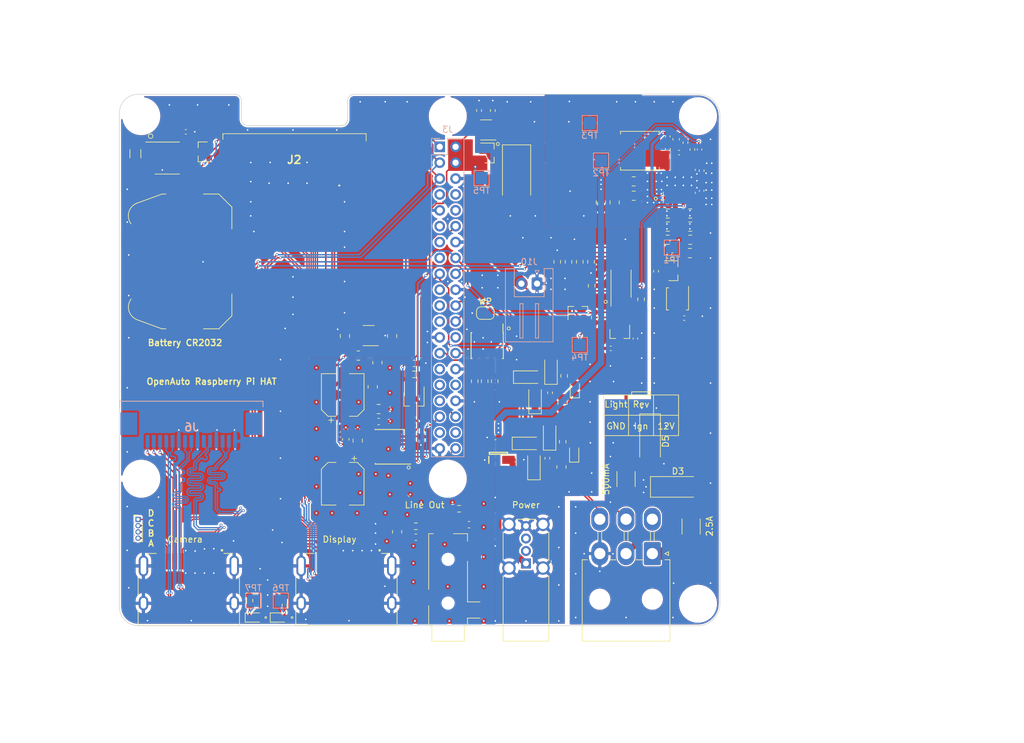
<source format=kicad_pcb>
(kicad_pcb (version 20210606) (generator pcbnew)
  (title_block (title "Openauto Pro Car Pi Hat") (date "2021-03-26") (rev "0.2") (company "mojo2k"))
  (layers (0 "F.Cu" signal) (1 "In1.Cu" power) (2 "In2.Cu" power) (31 "B.Cu" signal) (34 "B.Paste" user) (35 "F.Paste" user) (36 "B.SilkS" user "B.Silkscreen") (37 "F.SilkS" user "F.Silkscreen") (38 "B.Mask" user) (39 "F.Mask" user) (44 "Edge.Cuts" user))
  (net 0 "")
  (net 1 "GND")
  (net 2 "/PSU/P12V")
  (net 3 "/i2s_dac/+5v")
  (net 4 "Net-(Q1-Pad1)")
  (net 5 "/Power Control/VO")
  (net 6 "/Raspberry Pi/BCM25")
  (net 7 "Net-(C20-Pad1)")
  (net 8 "/+12v")
  (net 9 "CAR_REVERSE")
  (net 10 "/HDMI Connector Camera/D")
  (net 11 "/HDMI Connector Camera/C")
  (net 16 "/PSU/USB_5v")
  (net 19 "Net-(C4-Pad1)")
  (net 20 "Net-(C8-Pad2)")
  (net 21 "Net-(C8-Pad1)")
  (net 24 "Net-(C9-Pad1)")
  (net 26 "Net-(C10-Pad2)")
  (net 32 "/BITCLK")
  (net 33 "/LRCLK")
  (net 36 "/Light Input/OUT")
  (net 37 "Net-(C12-Pad1)")
  (net 38 "Net-(C13-Pad1)")
  (net 39 "Net-(C14-Pad2)")
  (net 40 "/HDMI Connector Camera/D2+")
  (net 41 "/Power Control/VCC")
  (net 42 "/HDMI Connector Camera/D2-")
  (net 43 "/+3.3v")
  (net 44 "PWR_SENSE_OUT")
  (net 45 "/RTC Clock/SDA")
  (net 46 "/RTC Clock/SCL")
  (net 47 "/Power Control/PWR_SENSE_IN")
  (net 48 "/HDMI Connector Camera/D1-")
  (net 49 "/HDMI Connector Camera/D1+")
  (net 50 "Net-(L1-Pad1)")
  (net 51 "/PSU/P5V")
  (net 52 "Net-(Q1-Pad4)")
  (net 53 "Net-(R14-Pad1)")
  (net 54 "/PSU/PSU_EN")
  (net 55 "/i2s_dac/VDDA")
  (net 56 "/HDMI Connector Camera/D0+")
  (net 57 "/HDMI Connector Camera/D0-")
  (net 58 "Net-(D1-Pad1)")
  (net 59 "Net-(R17-Pad2)")
  (net 60 "Net-(D2-Pad2)")
  (net 61 "Net-(R18-Pad1)")
  (net 62 "CAR_LIGHT")
  (net 63 "CAR_IGN")
  (net 65 "/HDMI Connector Camera/CK+")
  (net 66 "/HDMI Connector Camera/CK-")
  (net 67 "/HDMI Connector Camera/CEC")
  (net 68 "/HDMI Connector Camera/UTILITY{slash}HEAC+")
  (net 70 "/HDMI Connector Camera/B")
  (net 71 "/HDMI Connector Camera/A")
  (net 75 "/Raspberry Pi/ID_SD_EEPROM")
  (net 76 "Net-(R19-Pad1)")
  (net 79 "/HDMI Connector Display/UTILITY{slash}HEAC+")
  (net 80 "/HDMI Connector Display/CEC")
  (net 81 "/HDMI Connector Display/D2+")
  (net 82 "/HDMI Connector Display/D2-")
  (net 83 "/HDMI Connector Display/D1-")
  (net 84 "/HDMI Connector Display/D1+")
  (net 85 "/HDMI Connector Display/D0+")
  (net 86 "/HDMI Connector Display/D0-")
  (net 87 "/HDMI Connector Display/CK+")
  (net 88 "/HDMI Connector Display/CK-")
  (net 89 "/Raspberry Pi/ID_SC_EEPROM")
  (net 90 "/MUTE")
  (net 91 "/HDMI Connector Display/D")
  (net 92 "/HDMI Connector Display/C")
  (net 93 "Net-(C22-Pad1)")
  (net 94 "Net-(C23-Pad1)")
  (net 95 "Net-(FB2-Pad2)")
  (net 96 "Net-(FB3-Pad2)")
  (net 97 "/HDMI Connector Camera/C_SCL")
  (net 98 "/HDMI Connector Display/C_SCL")
  (net 99 "Net-(BT1-Pad1)")
  (net 100 "Net-(C24-Pad1)")
  (net 103 "Net-(U5-Pad2)")
  (net 104 "Net-(U5-Pad1)")
  (net 105 "/DATAIN")
  (net 106 "/i2s_dac/OUTR")
  (net 107 "/i2s_dac/OUTL")
  (net 108 "AGND")
  (net 109 "Net-(C33-Pad2)")
  (net 110 "Net-(JP1-Pad2)")
  (net 111 "Net-(C29-Pad1)")
  (net 113 "/i2s_dac/VREF")
  (net 114 "Net-(C33-Pad1)")
  (net 115 "Net-(C34-Pad2)")
  (net 116 "Net-(C34-Pad1)")
  (net 117 "Net-(Q4-Pad3)")
  (footprint "MountingHole:MountingHole_2.7mm_M2.5" (layer "F.Cu") (at 130.5 35 -90)
    (fp_text reference "H1" hide)
    (fp_text value "3mm_Mounting_Hole" hide)
  )
  (footprint "MountingHole:MountingHole_2.7mm_M2.5" (layer "F.Cu") (at 130.5 93 -90)
    (fp_text reference "H2" hide)
    (fp_text value "3mm_Mounting_Hole" hide)
  )
  (footprint "MountingHole:MountingHole_2.7mm_M2.5" (layer "F.Cu") (at 81.5 35 -90)
    (fp_text reference "H3" hide)
    (fp_text value "3mm_Mounting_Hole" hide)
  )
  (footprint "MountingHole:MountingHole_2.7mm_M2.5" (layer "F.Cu") (at 81.5 93 -90)
    (fp_text reference "H4" hide)
    (fp_text value "3mm_Mounting_Hole" hide)
  )
  (footprint "Resistor_SMD:R_0402_1005Metric" (layer "F.Cu") (at 168.5 39.2281 90)
    (fp_text reference "R9" hide)
    (fp_text value "20K 1%")
  )
  (footprint "Resistor_SMD:R_0402_1005Metric" (layer "F.Cu") (at 165.675 40.287 90)
    (fp_text reference "R7" hide)
    (fp_text value "10R")
  )
  (footprint "Resistor_SMD:R_0603_1608Metric" (layer "F.Cu") (at 98.800035 112.49999 90)
    (fp_text reference "R11" hide)
    (fp_text value "130")
  )
  (footprint "Resistor_SMD:R_0603_1608Metric" (layer "F.Cu") (at 136.4 77.4 90)
    (fp_text reference "R8" hide)
    (fp_text value "3.9K")
  )
  (footprint "Package_TO_SOT_SMD:SOT-23" (layer "F.Cu") (at 137.1492 40.8884)
    (fp_text reference "Q2" hide)
    (fp_text value "DMG2305UX" hide)
  )
  (footprint "project_footprints:SOT26" (layer "F.Cu") (at 136.6412 37.2 180)
    (fp_text reference "Q1" hide)
    (fp_text value "DMMT5401")
  )
  (footprint "Package_SOIC:SOIC-8_3.9x4.9mm_P1.27mm" (layer "F.Cu") (at 136.8 71.7 -90)
    (fp_text reference "U2" hide)
    (fp_text value "CAT24C32")
  )
  (footprint "Resistor_SMD:R_0603_1608Metric" (layer "F.Cu") (at 134.8 77.4 90)
    (fp_text reference "R6" hide)
    (fp_text value "3.9K")
  )
  (footprint "Connector_Audio:Jack_3.5mm_CUI_SJ-3524-SMT_Horizontal" (layer "F.Cu") (at 130.550035 110.4 180)
    (fp_text reference "J8" hide)
    (fp_text value "AudioJack2_Ground")
  )
  (footprint "Diode_SMD:D_0603_1608Metric" (layer "F.Cu") (at 150.71 88.86 90)
    (fp_text reference "D11" hide)
    (fp_text value "D_TVS")
  )
  (footprint "Package_SO:TSSOP-8_4.4x3mm_P0.65mm" (layer "F.Cu") (at 158.2 61.8 90)
    (fp_text reference "U4" hide)
    (fp_text value "ATtiny45V-10X")
  )
  (footprint "Diode_SMD:D_SOD-123" (layer "F.Cu") (at 146.775 86.175 90)
    (fp_text reference "D13" hide)
    (fp_text value "D_Schottky")
  )
  (footprint "Capacitor_SMD:C_0805_2012Metric_Pad1.18x1.45mm_HandSolder" (layer "F.Cu") (at 114.05 70.175 90)
    (fp_text reference "C31" hide)
    (fp_text value "10uF")
  )
  (footprint "Capacitor_SMD:C_0603_1608Metric" (layer "F.Cu") (at 114.200035 86.69999 90)
    (fp_text reference "C30" hide)
    (fp_text value "0.1uF")
  )
  (footprint "Resistor_SMD:R_0805_2012Metric" (layer "F.Cu") (at 118.5 78.3 -90)
    (fp_text reference "R24" hide)
    (fp_text value "220k")
  )
  (footprint "Connector_PinHeader_1.00mm:PinHeader_1x04_P1.00mm_Vertical" (layer "F.Cu") (at 80.99 99.51)
    (fp_text reference "J9" hide)
    (fp_text value "Conn_01x04")
  )
  (footprint "Capacitor_SMD:CP_Elec_6.3x7.7" (layer "F.Cu") (at 113.7 79.6 90)
    (fp_text reference "C33" hide)
    (fp_text value "47uF")
  )
  (footprint "Capacitor_SMD:C_0402_1005Metric" (layer "F.Cu") (at 166.425 57.227 180)
    (fp_text reference "C10" hide)
    (fp_text value "100n")
  )
  (footprint "Package_TO_SOT_SMD:SOT-23" (layer "F.Cu") (at 91.355 40.705 180)
    (fp_text reference "D15" hide)
    (fp_text value "BAT54C-7-F")
  )
  (footprint "Crystal:Crystal_SMD_3215-2Pin_3.2x1.5mm" (layer "F.Cu") (at 80.555 41.005 -90)
    (fp_text reference "Y1" hide)
    (fp_text value "X32K768S301")
  )
  (footprint "Capacitor_SMD:C_0402_1005Metric" (layer "F.Cu") (at 171.0844 46.9281 90)
    (fp_text reference "C9" hide)
    (fp_text value "100n")
  )
  (footprint "Diode_SMD:D_SOD-123F" (layer "F.Cu") (at 144.45 80.4 90)
    (fp_text reference "D10" hide)
    (fp_text value "D")
  )
  (footprint "Package_SO:SSOP-16_4.4x5.2mm_P0.65mm" (layer "F.Cu") (at 121.2 87.85 180)
    (fp_text reference "U8" hide)
    (fp_text value "UDA1334ATS")
  )
  (footprint "Capacitor_SMD:C_0805_2012Metric" (layer "F.Cu") (at 165.665 54.767 180)
    (fp_text reference "C7" hide)
    (fp_text value "10u 35v")
  )
  (footprint "Package_SO:SOIC-8-1EP_3.9x4.9mm_P1.27mm_EP2.95x4.9mm_Mask2.71x3.4mm_ThermalVias" (layer "F.Cu") (at 167.5094 45.4281 90)
    (fp_text reference "U1" hide)
    (fp_text value "AP64501SP-13")
  )
  (footprint "ap2331:SOT96P240X110-3N" (layer "F.Cu") (at 138.600035 88.92499 90)
    (fp_text reference "IC1" hide)
    (fp_text value "AP2331TDSA-7" hide)
  )
  (footprint "Resistor_SMD:R_0402_1005Metric" (layer "F.Cu") (at 169.6 40.3281 -90)
    (fp_text reference "R10" hide)
    (fp_text value "12K 1%")
  )
  (footprint "Resistor_SMD:R_0603_1608Metric" (layer "F.Cu") (at 149.1 76.55 90)
    (fp_text reference "C22" hide)
    (fp_text value "10u")
  )
  (footprint "Resistor_SMD:R_0805_2012Metric" (layer "F.Cu") (at 119.25 74.425 90)
    (fp_text reference "FB1" hide)
    (fp_text value "Ferrite")
  )
  (footprint "Capacitor_SMD:C_0402_1005Metric" (layer "F.Cu") (at 168.300035 67.29999)
    (fp_text reference "C4" hide)
    (fp_text value "100n 100v")
  )
  (footprint "Capacitor_SMD:C_0603_1608Metric" (layer "F.Cu") (at 125.400035 102.35 180)
    (fp_text reference "C37" hide)
    (fp_text value "0.01uF")
  )
  (footprint "Capacitor_SMD:C_0603_1608Metric" (layer "F.Cu") (at 133.900035 100.35)
    (fp_text reference "C36" hide)
    (fp_text value "0.01uF")
  )
  (footprint "Resistor_SMD:R_0805_2012Metric" (layer "F.Cu") (at 116.2 73.3)
    (fp_text reference "FB4" hide)
    (fp_text value "Ferrite")
  )
  (footprint "Capacitor_SMD:C_0402_1005Metric" (layer "F.Cu") (at 156.55 72.15 180)
    (fp_text reference "C20" hide)
    (fp_text value "100n")
  )
  (footprint "Resistor_SMD:R_0603_1608Metric" (layer "F.Cu") (at 138 77.4 90)
    (fp_text reference "R3" hide)
    (fp_text value "10K")
  )
  (footprint "Capacitor_SMD:C_0402_1005Metric" (layer "F.Cu") (at 167.4844 40.8281 180)
    (fp_text reference "C12" hide)
    (fp_text value "nf" hide)
  )
  (footprint "Resistor_SMD:R_0603_1608Metric" (layer "F.Cu") (at 154 67.2 -90)
    (fp_text reference "R13" hide)
    (fp_text value "10K 1%")
  )
  (footprint "Fuse:Fuse_Littelfuse-NANO2-451_453" (layer "F.Cu") (at 159.000035 93.04999 90)
    (fp_text reference "F2" hide)
    (fp_text value "Fuse")
  )
  (footprint "Resistor_SMD:R_0402_1005Metric" (layer "F.Cu") (at 163.8 59.8 -90)
    (fp_text reference "R5" hide)
    (fp_text value "12K 1%")
  )
  (footprint "Package_SO:SOIC-8_3.9x4.9mm_P1.27mm" (layer "F.Cu") (at 85.655 41.705)
    (fp_text reference "U5" hide)
    (fp_text value "PCF85063AT/AAZ")
  )
  (footprint "Capacitor_SMD:C_0603_1608Metric" (layer "F.Cu") (at 125.1 74.55)
    (fp_text reference "C27" hide)
    (fp_text value "0.1uF")
  )
  (footprint "Diode_SMD:D_SOD-123" (layer "F.Cu") (at 143.25 76.75)
    (fp_text reference "D8" hide)
    (fp_text value "D_Schottky")
  )
  (footprint "Capacitor_SMD:C_0805_2012Metric" (layer "F.Cu") (at 165.665 52.667 180)
    (fp_text reference "C3" hide)
    (fp_text value "10u 35v")
  )
  (footprint "Capacitor_SMD:C_0805_2012Metric" (layer "F.Cu") (at 169.265 52.667)
    (fp_text reference "C5" hide)
    (fp_text value "10u 35v")
  )
  (footprint "Battery:BatteryHolder_Keystone_3034_1x20mm" (layer "F.Cu") (at 88.44 58.24 -90)
    (fp_text reference "BT1" hide)
    (fp_text value "Battery_Cell")
  )
  (footprint "Capacitor_SMD:C_0805_2012Metric" (layer "F.Cu") (at 157.175 48.797 -90)
    (fp_text reference "C18" hide)
    (fp_text value "10u")
  )
  (footprint "Resistor_SMD:R_0603_1608Metric_Pad0.98x0.95mm_HandSolder" (layer "F.Cu") (at 126.2 85.35 90)
    (fp_text reference "R23" hide)
    (fp_text value "10K")
  )
  (footprint "Capacitor_SMD:C_0402_1005Metric" (layer "F.Cu") (at 170.75 40.3281 -90)
    (fp_text reference "C14" hide)
    (fp_text value "nf")
  )
  (footprint "Diode_SMD:D_SOT-23_ANK" (layer "F.Cu") (at 166.525 59.727)
    (fp_text reference "D4" hide)
    (fp_text value "MMBZ5242BLT3G")
  )
  (footprint "Diode_SMD:D_SMA_Handsoldering" (layer "F.Cu") (at 162.836035 87.03599 -90)
    (fp_text reference "D5")
    (fp_text value "D_TVS")
  )
  (footprint "Resistor_SMD:R_0402_1005Metric" (layer "F.Cu") (at 104.400035 113.19999 -90)
    (fp_text reference "R18" hide)
    (fp_text value "200 1%")
  )
  (footprint "Package_SON:Diodes_PowerDI3333-8" (layer "F.Cu") (at 167.225 64.227 -90)
    (fp_text reference "Q3" hide)
    (fp_text value "DMP3013SFV-7")
  )
  (footprint "Package_TO_SOT_SMD:SOT-23-5_HandSoldering" (layer "F.Cu") (at 117.85 70.1 180)
    (fp_text reference "U7" hide)
    (fp_text value "AP2112-3.3K")
  )
  (footprint "Capacitor_SMD:C_0805_2012Metric" (layer "F.Cu") (at 169.265 50.567)
    (fp_text reference "C2" hide)
    (fp_text value "10u 35v")
  )
  (footprint "Resistor_SMD:R_0603_1608Metric" (layer "F.Cu") (at 153.5 62.125 -90)
    (fp_text reference "R17" hide)
    (fp_text value "10K 1%")
  )
  (footprint "Resistor_SMD:R_0402_1005Metric_Pad0.72x0.64mm_HandSolder" (layer "F.Cu") (at 135.5 34.1 90)
    (fp_text reference "R4" hide)
    (fp_text value "47K")
  )
  (footprint "MountingHole:MountingHole_2.7mm_M2.5" (layer "F.Cu") (at 170.5 35 -90)
    (fp_text reference "H6" hide)
    (fp_text value "3mm_Mounting_Hole" hide)
  )
  (footprint "Resistor_SMD:R_0603_1608Metric" (layer "F.Cu") (at 153.4 58.3 -90)
    (fp_text reference "R28" hide)
    (fp_text value "10K 1%")
  )
  (footprint "Capacitor_SMD:C_0603_1608Metric" (layer "F.Cu") (at 167 38.7 -90)
    (fp_text reference "C13" hide)
    (fp_text value "1.2nF")
  )
  (footprint "Capacitor_SMD:C_0402_1005Metric" (layer "F.Cu") (at 165.6844 38.2281 90)
    (fp_text reference "C8" hide)
    (fp_text value "100n")
  )
  (footprint "Resistor_SMD:R_0603_1608Metric" (layer "F.Cu") (at 161.4 64.3 -90)
    (fp_text reference "R16" hide)
    (fp_text value "10K 1%")
  )
  (footprint "Resistor_SMD:R_0603_1608Metric" (layer "F.Cu") (at 148.875 87.075 90)
    (fp_text reference "C23" hide)
    (fp_text value "10u")
  )
  (footprint "project_footprints:EDAC 690-019-298-412" (layer "F.Cu") (at 89.100035 106.94999)
    (fp_text reference "J1" hide)
    (fp_text value "HDMI_A_1.4" hide)
  )
  (footprint "Diode_SMD:D_SOD-123F" (layer "F.Cu") (at 144.275 90.975 90)
    (fp_text reference "D14" hide)
    (fp_text value "D")
  )
  (footprint "Resistor_SMD:R_0603_1608Metric" (layer "F.Cu") (at 151.6 58.3 -90)
    (fp_text reference "R19" hide)
    (fp_text value "3.3K 1%")
  )
  (footprint "Diode_SMD:D_SMA_Handsoldering" (layer "F.Cu") (at 167.300035 94.29999)
    (fp_text reference "D3")
    (fp_text value "D_TVS")
  )
  (footprint "Package_TO_SOT_SMD:SOT-23" (layer "F.Cu") (at 158 69.8 -90)
    (fp_text reference "U3" hide)
    (fp_text value "LM3480-5.0")
  )
  (footprint "Resistor_SMD:R_0805_2012Metric" (layer "F.Cu") (at 148.675 91.125 90)
    (fp_text reference "FB3" hide)
    (fp_text value "FerriteBead")
  )
  (footprint "Resistor_SMD:R_0402_1005Metric" (layer "F.Cu") (at 146.425 89.725 -90)
    (fp_text reference "R21" hide)
    (fp_text value "200")
  )
  (footprint "Capacitor_SMD:C_0402_1005Metric" (layer "F.Cu") (at 88.62 37.51)
    (fp_text reference "C24" hide)
    (fp_text value "100n")
  )
  (footprint "Capacitor_SMD:C_0805_2012Metric_Pad1.18x1.45mm_HandSolder" (layer "F.Cu") (at 121.6 70.175 -90)
    (fp_text reference "C28" hide)
    (fp_text value "10uF")
  )
  (footprint "Diode_SMD:D_SOD-123" (layer "F.Cu") (at 147 75.65 90)
    (fp_text reference "D9" hide)
    (fp_text value "D_Schottky")
  )
  (footprint "LED_SMD:LED_0603_1608Metric" (layer "F.Cu") (at 99.600035 115.19999)
    (fp_text reference "D1" hide)
    (fp_text value "LED")
  )
  (footprint "Fuse:Fuse_Littelfuse-NANO2-451_453" (layer "F.Cu") (at 169.400035 100.64999 90)
    (fp_text reference "F1" hide)
    (fp_text value "Fuse")
  )
  (footprint "Inductor_SMD:L_Bourns_SRN6045TA" (layer "F.Cu") (at 161.2094 40.5281 180)
    (fp_text reference "L1" hide)
    (fp_text value "SRN6045TA-3R3Y")
  )
  (footprint "project_footprints:EDAC 690-019-298-412" (layer "F.Cu") (at 114.300035 106.94999)
    (fp_text reference "J7" hide)
    (fp_text value "HDMI_A_1.4" hide)
  )
  (footprint "Diode_SMD:D_0603_1608Metric" (layer "F.Cu") (at 150.81 78.58 90)
    (fp_text reference "D7" hide)
    (fp_text value "D_TVS")
  )
  (footprint "Resistor_SMD:R_0603_1608Metric" (layer "F.Cu") (at 148 58.3 90)
    (fp_text reference "R15" hide)
    (fp_text value "10K 1%")
  )
  (footprint "Capacitor_SMD:C_0805_2012Metric" (layer "F.Cu") (at 116.100035 86.89999 90)
    (fp_text reference "C29" hide)
    (fp_text value "10uF")
  )
  (footprint "Resistor_SMD:R_0603_1608Metric" (layer "F.Cu") (at 149.8 58.3 -90)
    (fp_text reference "R14" hide)
    (fp_text value "10K 1%")
  )
  (footprint "Capacitor_Tantalum_SMD:CP_EIA-7343-31_Kemet-D" (layer "F.Cu") (at 141.5 44 -90)
    (fp_text reference "C19" hide)
    (fp_text value "100uF")
  )
  (footprint "Capacitor_SMD:C_0805_2012Metric" (layer "F.Cu") (at 154.975 48.797 -90)
    (fp_text reference "C17" hide)
    (fp_text value "10u")
  )
  (footprint "Capacitor_SMD:C_0805_2012Metric" (layer "F.Cu") (at 169.2 56.9)
    (fp_text reference "C11" hide)
    (fp_text value "10u 35v")
  )
  (footprint "Connector_Molex:Molex_Mini-Fit_Jr_5569-06A2_2x03_P4.20mm_Horizontal" (layer "F.Cu") (at 163.2 104.97499 180)
    (fp_text reference "J4" hide)
    (fp_text value "Conn_02x03_Counter_Clockwise")
  )
  (footprint "Resistor_SMD:R_0603_1608Metric" (layer "F.Cu") (at 132.300035 97.79999)
    (fp_text reference "R26" hide)
    (fp_text value "100")
  )
  (footprint "Capacitor_SMD:C_0603_1608Metric" (layer "F.Cu") (at 119.45 83.85)
    (fp_text reference "C32" hide)
    (fp_text value "0.1uF")
  )
  (footprint "Capacitor_SMD:C_0402_1005Metric" (layer "F.Cu") (at 141.350035 89.94999)
    (fp_text reference "C26" hide)
    (fp_text value "100n")
  )
  (footprint "Package_TO_SOT_SMD:SOT-23" (layer "F.Cu") (at 151.3 66.2 90)
    (fp_text reference "D6" hide)
    (fp_text value "D_Dual_CommonCathode_AAK_Parallel")
  )
  (footprint "MountingHole:MountingHole_2.7mm_M2.5" (layer "F.Cu") (at 170.5 113 -90)
    (fp_text reference "H5" hide)
    (fp_text value "3mm_Mounting_Hole" hide)
  )
  (footprint "Resistor_SMD:R_0805_2012Metric" (layer "F.Cu") (at 122.400035 101.49999 90)
    (fp_text reference "R25" hide)
    (fp_text value "220k")
  )
  (footprint "Capacitor_SMD:C_0402_1005Metric" (layer "F.Cu") (at 138.120035 86.39999 180)
    (fp_text reference "C25" hide)
    (fp_text value "100n")
  )
  (footprint "Resistor_SMD:R_0402_1005Metric" (layer "F.Cu") (at 146.85 79.25 -90)
    (fp_text reference "R20" hide)
    (fp_text value "200")
  )
  (footprint "Resistor_SMD:R_0402_1005Metric_Pad0.72x0.64mm_HandSolder" (layer "F.Cu") (at 137.7 34.1 90)
    (fp_text reference "R1" hide)
    (fp_text value "10K")
  )
  (footprint "Capacitor_SMD:C_0805_2012Metric" (layer "F.Cu") (at 165.665 50.567 180)
    (fp_text reference "C1" hide)
    (fp_text value "10u 35v")
  )
  (footprint "Resistor_SMD:R_0805_2012Metric" (layer "F.Cu") (at 148.85 80.9 90)
    (fp_text reference "FB2" hide)
    (fp_text value "FerriteBead")
  )
  (footprint "Capacitor_SMD:C_0805_2012Metric" (layer "F.Cu") (at 119.45 81.85)
    (fp_text reference "C35" hide)
    (fp_text value "10uF")
  )
  (footprint "Resistor_SMD:R_0402_1005Metric" (layer "F.Cu") (at 171.0844 43.7281 -90)
    (fp_text reference "R12" hide)
    (fp_text value "2.2K 1%")
  )
  (footprint "Capacitor_SMD:CP_Elec_6.3x7.7" (layer "F.Cu") (at 113.700035 93.79999 -90)
    (fp_text reference "C34" hide)
    (fp_text value "47uF")
  )
  (footprint "Capacitor_SMD:C_0805_2012Metric" (layer "F.Cu") (at 160.225 47.727)
    (fp_text reference "C16" hide)
    (fp_text value "10u")
  )
  (footprint "Package_TO_SOT_SMD:SOT-23W_Handsoldering" (layer "F.Cu") (at 125.1 80.3 -90)
    (fp_text reference "Q4" hide)
    (fp_text value " DMG2305")
  )
  (footprint "Capacitor_SMD:C_0805_2012Metric" (layer "F.Cu") (at 169.265 54.767)
    (fp_text reference "C6" hide)
    (fp_text value "10u 35v")
  )
  (footprint "Resistor_SMD:R_0603_1608Metric" (layer "F.Cu") (at 125.1 76.3 180)
    (fp_text reference "R22" hide)
    (fp_text value "10K")
  )
  (footprint "Connector_USB:USB_A_Wuerth_614004134726_Horizontal" (layer "F.Cu") (at 143.000035 106.55999 90)
    (fp_text reference "J5" hide)
    (fp_text value "USB_A")
  )
  (footprint "Capacitor_SMD:C_0402_1005Metric" (layer "F.Cu") (at 160.5 70.58 -90)
    (fp_text reference "C21" hide)
    (fp_text value "100n")
  )
  (footprint "Resistor_SMD:R_0603_1608Metric" (layer "F.Cu") (at 125.400035 100.6)
    (fp_text reference "R27" hide)
    (fp_text value "100")
  )
  (footprint "LED_SMD:LED_0603_1608Metric" (layer "F.Cu") (at 103.600035 115.19999)
    (fp_text reference "D2" hide)
    (fp_text value "LED")
  )
  (footprint "Capacitor_SMD:C_0805_2012Metric" (layer "F.Cu") (at 160.225 45.427)
    (fp_text reference "C15" hide)
    (fp_text value "10u")
  )
  (footprint "Jumper:SolderJumper-2_P1.3mm_Open_RoundedPad1.0x1.5mm" (layer "F.Cu") (at 136.5 66.5)
    (fp_text reference "JP1" hide)
    (fp_text value "SolderJumper_2_Open")
  )
  (footprint "Diode_SMD:D_SOD-123" (layer "F.Cu") (at 143.05 87.35)
    (fp_text reference "D12" hide)
    (fp_text value "D_Schottky")
  )
  (footprint "project_footprints:1849535" (layer "F.Cu") (at 106 40.5 180)
    (fp_text reference "J2")
    (fp_text value "1-84953-5" hide)
  )
  (footprint "Connector_PinSocket_2.54mm:PinSocket_2x20_P2.54mm_Vertical" (layer "B.Cu") (at 129.21 39.9 180)
    (fp_text reference "J3")
    (fp_text value "40HAT")
  )
  (footprint "project_footprints:1849535" (layer "B.Cu") (at 89.5 83.3)
    (fp_text reference "J6")
    (fp_text value "1-84953-5" hide)
  )
  (footprint "TestPoint:TestPoint_Pad_2.0x2.0mm" (layer "B.Cu") (at 151.6 71.6)
    (fp_text reference "TP4")
    (fp_text value "TestPoint")
  )
  (footprint "Connector_JST:JST_XH_S2B-XH-A_1x02_P2.50mm_Horizontal" (layer "B.Cu") (at 144.77 61.79 180)
    (fp_text reference "J10")
    (fp_text value "Conn_01x02_Male")
  )
  (footprint "TestPoint:TestPoint_Pad_2.0x2.0mm" (layer "B.Cu") (at 103.800035 112.49999 180)
    (fp_text reference "TP6")
    (fp_text value "TestPoint")
  )
  (footprint "TestPoint:TestPoint_Pad_2.0x2.0mm" (layer "B.Cu") (at 155 42.102)
    (fp_text reference "TP2")
    (fp_text value "TestPoint")
  )
  (footprint "TestPoint:TestPoint_Pad_2.0x2.0mm" (layer "B.Cu") (at 166.325 56.027)
    (fp_text reference "TP1")
    (fp_text value "TestPoint")
  )
  (footprint "TestPoint:TestPoint_Pad_2.0x2.0mm" (layer "B.Cu") (at 135.9 44.9)
    (fp_text reference "TP5")
    (fp_text value "TestPoint")
  )
  (footprint "TestPoint:TestPoint_Pad_2.0x2.0mm" (layer "B.Cu") (at 99.400035 112.49999 180)
    (fp_text reference "TP7")
    (fp_text value "TestPoint")
  )
  (footprint "TestPoint:TestPoint_Pad_2.0x2.0mm" (layer "B.Cu") (at 153.2 36.1)
    (fp_text reference "TP3")
    (fp_text value "TestPoint")
  )
  (gr_circle (center 163.75 48.2) (end 164 48.2) (layer "F.SilkS") (width 0.12) (fill none))
  (gr_line (start 159.400628 79.600658) (end 159.400628 86.100658) (layer "F.SilkS") (width 0.12))
  (gr_line (start 162.900628 79.100658) (end 162.900628 79.600658) (layer "F.SilkS") (width 0.12))
  (gr_line (start 155.400628 82.850658) (end 167.400628 82.850658) (layer "F.SilkS") (width 0.12))
  (gr_line (start 163.400628 79.600658) (end 163.400628 86.100658) (layer "F.SilkS") (width 0.12))
  (gr_circle (center 138.5 39.45) (end 138.75 39.45) (layer "F.SilkS") (width 0.12) (fill none))
  (gr_line (start 159.900628 79.100658) (end 162.900628 79.100658) (layer "F.SilkS") (width 0.12))
  (gr_line (start 159.900628 79.600658) (end 159.900628 79.100658) (layer "F.SilkS") (width 0.12))
  (gr_circle (center 140.25 68.95) (end 140.25 69.2) (layer "F.SilkS") (width 0.12) (fill none))
  (gr_circle (center 124.25 91.2) (end 124.5 91.2) (layer "F.SilkS") (width 0.12) (fill none))
  (gr_rect (start 155.400628 79.600658) (end 167.400628 86.100658) (layer "F.SilkS") (width 0.12) (fill none))
  (gr_circle (center 105.600035 115.19999) (end 105.700035 115.29999) (layer "F.SilkS") (width 0.12) (fill none))
  (gr_circle (center 83 38.2) (end 83.25 38.45) (layer "F.SilkS") (width 0.12) (fill none))
  (gr_circle (center 101.400035 115.19999) (end 101.500035 115.29999) (layer "F.SilkS") (width 0.12) (fill none))
  (gr_circle (center 155.75 64.7) (end 156 64.7) (layer "F.SilkS") (width 0.12) (fill none))
  (gr_line locked (start 81 116.5) (end 170.5 116.5) (layer "Edge.Cuts") (width 0.1))
  (gr_arc locked (start 98.5 35.500003) (end 97.5 35.5) (angle -90) (layer "Edge.Cuts") (width 0.1))
  (gr_line locked (start 97.5 35.5) (end 97.5 32.5) (layer "Edge.Cuts") (width 0.1))
  (gr_arc locked (start 96.5 32.499997) (end 97.5 32.5) (angle -90) (layer "Edge.Cuts") (width 0.1))
  (gr_line locked (start 113.5 36.5) (end 98.5 36.5) (layer "Edge.Cuts") (width 0.1))
  (gr_arc (start 81.005236 113.500005) (end 78.005236 113.500005) (angle -89.9) (layer "Edge.Cuts") (width 0.1))
  (gr_line (start 78 34.5) (end 78.005236 113.500005) (layer "Edge.Cuts") (width 0.1))
  (gr_arc locked (start 115.499997 32.5) (end 114.5 32.5) (angle 90) (layer "Edge.Cuts") (width 0.1))
  (gr_line locked (start 96.5 31.5) (end 81 31.5) (layer "Edge.Cuts") (width 0.1))
  (gr_arc (start 170.5 34.999998) (end 170.5 31.5) (angle 90) (layer "Edge.Cuts") (width 0.1))
  (gr_line locked (start 114.5 32.5) (end 114.5 35.5) (layer "Edge.Cuts") (width 0.1))
  (gr_line (start 170.5 31.5) (end 115.5 31.5) (layer "Edge.Cuts") (width 0.1))
  (gr_line locked (start 174 35) (end 174 113) (layer "Edge.Cuts") (width 0.1))
  (gr_arc locked (start 170.500002 113) (end 170.5 116.5) (angle -90) (layer "Edge.Cuts") (width 0.1))
  (gr_arc locked (start 113.5 35.5) (end 114.5 35.5) (angle 90) (layer "Edge.Cuts") (width 0.15))
  (gr_arc (start 81 34.5) (end 81 31.5) (angle -90) (layer "Edge.Cuts") (width 0.1))
  (gr_text "GND\n" (at 157.400628 84.600658) (layer "F.SilkS") (effects (font (size 1 1))))
  (gr_text "WP" (at 136.5 64.65) (layer "F.SilkS") (effects (font (size 1 1))))
  (gr_text "Ign" (at 161.400628 84.600658) (layer "F.SilkS") (effects (font (size 1 1))))
  (gr_text "12V" (at 165.400628 84.600658) (layer "F.SilkS") (effects (font (size 1 1))))
  (gr_text "Battery CR2032" (at 88.500035 71.24999) (layer "F.SilkS") (effects (font (size 1 1) (thickness 0.2))))
  (gr_text "Light" (at 157.400628 81.100658) (layer "F.SilkS") (effects (font (size 1 1))))
  (gr_text "500mA" (at 155.800035 93.09999 90) (layer "F.SilkS") (effects (font (size 1 1))))
  (gr_text "Line Out" (at 126.8 97.2) (layer "F.SilkS") (effects (font (size 1 1))))
  (gr_text "Power" (at 143.000035 97.19999) (layer "F.SilkS") (effects (font (size 1 1))))
  (gr_text "D\nC\nB\nA" (at 83.06 100.93) (layer "F.SilkS") (effects (font (size 1 1) (thickness 0.2))))
  (gr_text "Display" (at 113.2 102.7) (layer "F.SilkS") (effects (font (size 1 1))))
  (gr_text "Rev" (at 161.400628 81.100658) (layer "F.SilkS") (effects (font (size 1 1))))
  (gr_text "Camera" (at 88.5 102.7) (layer "F.SilkS") (effects (font (size 1 1))))
  (gr_text "2.5A" (at 172.350035 100.59999 90) (layer "F.SilkS") (effects (font (size 1 1))))
  (gr_text "OpenAuto Raspberry Pi HAT" (at 92.75 77.45) (layer "F.SilkS") (effects (font (size 1 1) (thickness 0.2))))
  (segment (start 168.5294 46.4481) (end 167.5094 45.4281) (width 0.5) (layer "F.Cu") (net 1))
  (segment (start 170.325 46.4481) (end 168.5294 46.4481) (width 0.5) (layer "F.Cu") (net 1))
  (segment (start 88.600035 106.21999) (end 88.600035 104.49999) (width 0.25) (layer "F.Cu") (net 1))
  (segment (start 125.875 74.55) (end 126.95 74.55) (width 0.25) (layer "F.Cu") (net 1))
  (segment (start 118.3 86.225) (end 118.3 86.875) (width 0.25) (layer "F.Cu") (net 1))
  (segment (start 163.83 45.427) (end 163.8311 45.4281) (width 2) (layer "F.Cu") (net 1))
  (segment (start 101.932 45.72) (end 102 45.7) (width 0.15) (layer "F.Cu") (net 1))
  (segment (start 168.76942 49.40142) (end 169.215 49.847) (width 0.2) (layer "F.Cu") (net 1))
  (segment (start 167.0044 39.8281) (end 166.8844 39.7081) (width 0.5) (layer "F.Cu") (net 1))
  (segment (start 167.2883 45.207) (end 167.5094 45.4281) (width 1) (layer "F.Cu") (net 1))
  (segment (start 119.3 73.5125) (end 121.6 71.2125) (width 0.25) (layer "F.Cu") (net 1))
  (segment (start 170.325 44.2381) (end 168.6994 44.2381) (width 0.5) (layer "F.Cu") (net 1))
  (segment (start 124.1 86.875) (end 124.1 87.525) (width 0.25) (layer "F.Cu") (net 1))
  (segment (start 118.3 85.575) (end 118.3 86.225) (width 0.25) (layer "F.Cu") (net 1))
  (segment (start 119.2 70.1) (end 120.5 70.1) (width 0.25) (layer "F.Cu") (net 1))
  (segment (start 99 45.466) (end 99 42.418) (width 0.15) (layer "F.Cu") (net 1))
  (segment (start 121.6 71.2125) (end 121.6 71.2) (width 0.25) (layer "F.Cu") (net 1))
  (segment (start 93.100035 106.21999) (end 93.100035 108.09999) (width 0.25) (layer "F.Cu") (net 1))
  (segment (start 88.600035 106.21999) (end 88.600035 108.09999) (width 0.25) (layer "F.Cu") (net 1))
  (segment (start 167.0044 40.8281) (end 167.0044 39.8281) (width 0.5) (layer "F.Cu") (net 1))
  (segment (start 125.9125 86.225) (end 125.95 86.2625) (width 0.25) (layer "F.Cu") (net 1))
  (segment (start 135.5 33.5025) (end 135.5 32.5) (width 0.25) (layer "F.Cu") (net 1))
  (segment (start 102 45.7) (end 102 44.2) (width 0.15) (layer "F.Cu") (net 1))
  (segment (start 84.85 43.61) (end 84.855 43.605) (width 0.15) (layer "F.Cu") (net 1))
  (segment (start 124.1 86.225) (end 124.1 86.875) (width 0.25) (layer "F.Cu") (net 1))
  (segment (start 162.200035 94.29999) (end 165.150035 94.29999) (width 1) (layer "F.Cu") (net 1))
  (segment (start 153.4 59.125) (end 153.425 59.125) (width 0.25) (layer "F.Cu") (net 1))
  (segment (start 170.105 66.247) (end 170.125 66.227) (width 0.15) (layer "F.Cu") (net 1))
  (segment (start 93.100035 106.31325) (end 93.100035 104.2) (width 0.25) (layer "F.Cu") (net 1))
  (segment (start 165.645 49.998798) (end 166.22942 49.414378) (width 0.2) (layer "F.Cu") (net 1))
  (segment (start 102 42.5) (end 102.1 42.4) (width 0.15) (layer "F.Cu") (net 1))
  (segment (start 161.175 45.427) (end 167.5083 45.427) (width 1) (layer "F.Cu") (net 1))
  (segment (start 124.1 86.225) (end 126.1625 86.225) (width 0.25) (layer "F.Cu") (net 1))
  (segment (start 98.800035 111.67499) (end 98.800035 110.29999) (width 0.25) (layer "F.Cu") (net 1))
  (segment (start 116.800035 106.21999) (end 116.800035 104.49999) (width 0.25) (layer "F.Cu") (net 1))
  (segment (start 83.18 43.61) (end 84.85 43.61) (width 0.15) (layer "F.Cu") (net 1))
  (segment (start 171.0844 44.2381) (end 170.325 44.2381) (width 0.5) (layer "F.Cu") (net 1))
  (segment (start 113.800035 106.21999) (end 113.800035 104.49999) (width 0.25) (layer "F.Cu") (net 1))
  (segment (start 126.2 86.2625) (end 126.2 87.6) (width 0.25) (layer "F.Cu") (net 1))
  (segment (start 170.075 66.217) (end 170.075 57.327) (width 0.5) (layer "F.Cu") (net 1))
  (segment (start 91.600035 106.31325) (end 91.600035 104.225) (width 0.25) (layer "F.Cu") (net 1))
  (segment (start 142.650035 89.94999) (end 141.830035 89.94999) (width 0.25) (layer "F.Cu") (net 1))
  (segment (start 166.8594 44.7781) (end 166.8594 42.8806) (width 0.25) (layer "F.Cu") (net 1))
  (segment (start 134.895 69) (end 138.705 69) (width 0.25) (layer "F.Cu") (net 1))
  (segment (start 164.715 50.567) (end 164.715 52.667) (width 1) (layer "F.Cu") (net 1))
  (segment (start 170.215 54.767) (end 170.215 57.187) (width 0.5) (layer "F.Cu") (net 1))
  (segment (start 121.6 71.2) (end 120.5 70.1) (width 0.25) (layer "F.Cu") (net 1))
  (segment (start 157.175 49.747) (end 154.975 49.747) (width 1) (layer "F.Cu") (net 1))
  (segment (start 167.5094 45.4281) (end 167.7461 45.4281) (width 0.5) (layer "F.Cu") (net 1))
  (segment (start 136.165 69) (end 136.165 70.435) (width 0.25) (layer "F.Cu") (net 1))
  (segment (start 170.215 50.567) (end 170.215 52.667) (width 1) (layer "F.Cu") (net 1))
  (segment (start 169.05201 67.29999) (end 170.105 66.247) (width 0.5) (layer "F.Cu") (net 1))
  (segment (start 90.109535 106.309491) (end 90.109535 104.571241) (width 0.25) (layer "F.Cu") (net 1))
  (segment (start 167.5083 45.427) (end 167.5094 45.4281) (width 1) (layer "F.Cu") (net 1))
  (segment (start 167.0044 42.7268) (end 167.0044 40.8281) (width 0.25) (layer "F.Cu") (net 1))
  (segment (start 115.300035 106.21999) (end 115.300035 104.49999) (width 0.25) (layer "F.Cu") (net 1))
  (segment (start 137.7 33.5025) (end 137.7 32.5) (width 0.25) (layer "F.Cu") (net 1))
  (segment (start 108 44.2) (end 108 45.72) (width 0.15) (layer "F.Cu") (net 1))
  (segment (start 166.22942 49.414378) (end 166.22942 46.70808) (width 0.23) (layer "F.Cu") (net 1))
  (segment (start 105 45.7) (end 104.98 45.72) (width 0.15) (layer "F.Cu") (net 1))
  (segment (start 166.8656 42.8656) (end 167.0044 42.7268) (width 0.25) (layer "F.Cu") (net 1))
  (segment (start 170.215 57.187) (end 170.075 57.327) (width 0.5) (layer "F.Cu") (net 1))
  (segment (start 166.22942 46.70808) (end 167.5094 45.4281) (width 0.2) (layer "F.Cu") (net 1))
  (segment (start 119.25 73.5125) (end 119.3 73.5125) (width 0.25) (layer "F.Cu") (net 1))
  (segment (start 88.44 58.24) (end 91.315 58.24) (width 0.25) (layer "F.Cu") (net 1))
  (segment (start 171.0844 46.4481) (end 170.325 46.4481) (width 0.5) (layer "F.Cu") (net 1))
  (segment (start 164.715 54.767) (end 164.715 52.667) (width 1) (layer "F.Cu") (net 1))
  (segment (start 137.640035 89.97499) (end 136.425035 89.97499) (width 1) (layer "F.Cu") (net 1))
  (segment (start 137.640035 86.39999) (end 136.840035 86.39999) (width 0.25) (layer "F.Cu") (net 1))
  (segment (start 118.300035 106.21999) (end 118.300035 104.49999) (width 0.25) (layer "F.Cu") (net 1))
  (segment (start 91.600035 106.21999) (end 91.600035 108.089044) (width 0.25) (layer "F.Cu") (net 1))
  (segment (start 105 44.2) (end 105 42.4) (width 0.15) (layer "F.Cu") (net 1))
  (segment (start 167.5094 45.4281) (end 168.76942 46.68812) (width 0.2) (layer "F.Cu") (net 1))
  (segment (start 108 44.2) (end 108 42.4) (width 0.15) (layer "F.Cu") (net 1))
  (segment (start 89.1 37.51) (end 90.05 37.5) (width 0.25) (layer "F.Cu") (net 1))
  (segment (start 168.76942 46.68812) (end 168.76942 49.40142) (width 0.23) (layer "F.Cu") (net 1))
  (segment (start 126.1625 86.225) (end 126.2 86.2625) (width 0.25) (layer "F.Cu") (net 1))
  (segment (start 91.600035 108.089044) (end 91.594562 108.094517) (width 0.25) (layer "F.Cu") (net 1))
  (segment (start 153.4 59.125) (end 153.4 60.1) (width 0.25) (layer "F.Cu") (net 1))
  (segment (start 134.4 66.5) (end 135.85 66.5) (width 0.25) (layer "F.Cu") (net 1))
  (segment (start 168.6994 44.2381) (end 167.5094 45.4281) (width 0.5) (layer "F.Cu") (net 1))
  (segment (start 163.8311 45.4281) (end 167.5094 45.4281) (width 2) (layer "F.Cu") (net 1))
  (segment (start 134.9 69) (end 138.705 69) (width 0.25) (layer "F.Cu") (net 1))
  (segment (start 166.8744 42.8656) (end 166.8656 42.8656) (width 0.25) (layer "F.Cu") (net 1))
  (segment (start 148 57.475) (end 148 56.45) (width 0.25) (layer "F.Cu") (net 1))
  (segment (start 90.100035 106.21999) (end 90.100035 108.09999) (width 0.25) (layer "F.Cu") (net 1))
  (segment (start 91.315 58.24) (end 91.375 58.3) (width 0.25) (layer "F.Cu") (net 1))
  (segment (start 124.1 86.2) (end 124.1 86.875) (width 0.25) (layer "F.Cu") (net 1))
  (segment (start 169.215 49.847) (end 169.215 50.097) (width 0.2) (layer "F.Cu") (net 1))
  (segment (start 112.937535 69.1375) (end 114.05 69.1375) (width 0.25) (layer "F.Cu") (net 1))
  (segment (start 136.425035 89.97499) (end 136.400035 89.99999) (width 1) (layer "F.Cu") (net 1))
  (segment (start 165.535 50.187) (end 165.645 49.998798) (width 0.2) (layer "F.Cu") (net 1))
  (segment (start 102 44.2) (end 102 42.5) (width 0.15) (layer "F.Cu") (net 1))
  (segment (start 170.215 52.667) (end 170.215 54.767) (width 1) (layer "F.Cu") (net 1))
  (segment (start 126.95 74.55) (end 127 74.5) (width 0.25) (layer "F.Cu") (net 1))
  (segment (start 112.900035 69.1) (end 112.937535 69.1375) (width 0.25) (layer "F.Cu") (net 1))
  (segment (start 105 44.2) (end 105 45.7) (width 0.15) (layer "F.Cu") (net 1))
  (segment (start 118.3 86.225) (end 124.1 86.225) (width 0.25) (layer "F.Cu") (net 1))
  (segment (start 166.8594 42.8806) (end 166.8744 42.8656) (width 0.25) (layer "F.Cu") (net 1))
  (segment (start 168.780035 67.29999) (end 169.05201 67.29999) (width 0.5) (layer "F.Cu") (net 1))
  (segment (start 136.165 70.435) (end 136.15 70.45) (width 0.25) (layer "F.Cu") (net 1))
  (via (at 82.5 115.7) (size 0.45) (drill 0.25) (layers "F.Cu" "B.Cu") (net 1))
  (via (at 172.5 101.7) (size 0.45) (drill 0.25) (layers "F.Cu" "B.Cu") (net 1))
  (via (at 162.425 44.127) (size 0.45) (drill 0.25) (layers "F.Cu" "B.Cu") (net 1))
  (via (at 103.75 89.7) (size 0.45) (drill 0.25) (layers "F.Cu" "B.Cu") (net 1))
  (via (at 104.5 68.95) (size 0.45) (drill 0.25) (layers "F.Cu" "B.Cu") (net 1))
  (via (at 156.500035 94.34999) (size 0.45) (drill 0.25) (layers "F.Cu" "B.Cu") (net 1))
  (via (at 102.1 42.4) (size 0.45) (drill 0.25) (layers "F.Cu" "B.Cu") (net 1))
  (via (at 140 32.7) (size 0.45) (drill 0.25) (layers "F.Cu" "B.Cu") (net 1))
  (via (at 136 60.45) (size 0.45) (drill 0.25) (layers "F.Cu" "B.Cu") (net 1))
  (via (at 116.800035 104.49999) (size 0.45) (drill 0.25) (layers "F.Cu" "B.Cu") (net 1))
  (via (at 84.25 95.95) (size 0.45) (drill 0.25) (layers "F.Cu" "B.Cu") (net 1))
  (via (at 164.325 48.827) (size 0.45) (drill 0.25) (layers "F.Cu" "B.Cu") (net 1))
  (via (at 87.5 88.27) (size 0.45) (drill 0.25) (layers "F.Cu" "B.Cu") (net 1))
  (via (at 138.10007 103.74999) (size 0.45) (drill 0.25) (layers "F.Cu" "B.Cu") (net 1))
  (via (at 163.852035 81.7) (size 0.45) (drill 0.25) (layers "F.Cu" "B.Cu") (net 1))
  (via (at 134.4 66.5) (size 0.45) (drill 0.25) (layers "F.Cu" "B.Cu") (net 1))
  (via (at 136.15 72.25) (size 0.45) (drill 0.25) (layers "F.Cu" "B.Cu") (net 1))
  (via (at 99 45.466) (size 0.45) (drill 0.25) (layers "F.Cu" "B.Cu") (net 1))
  (via (at 143.75 32.7) (size 0.45) (drill 0.25) (layers "F.Cu" "B.Cu") (net 1))
  (via (at 161.5 69.7) (size 0.45) (drill 0.25) (layers "F.Cu" "B.Cu") (net 1))
  (via (at 98.800035 110.29999) (size 0.45) (drill 0.25) (layers "F.Cu" "B.Cu") (net 1))
  (via (at 166.5 32.7) (size 0.45) (drill 0.25) (layers "F.Cu" "B.Cu") (net 1))
  (via (at 163.5 77.7) (size 0.45) (drill 0.25) (layers "F.Cu" "B.Cu") (net 1))
  (via (at 138.5 62.45) (size 0.45) (drill 0.25) (layers "F.Cu" "B.Cu") (net 1))
  (via (at 113.800035 104.49999) (size 0.45) (drill 0.25) (layers "F.Cu" "B.Cu") (net 1))
  (via (at 152.300035 104.99999) (size 0.45) (drill 0.25) (layers "F.Cu" "B.Cu") (net 1))
  (via (at 90.05 37.5) (size 0.45) (drill 0.25) (layers "F.Cu" "B.Cu") (net 1))
  (via (at 138.10007 115.74998) (size 0.45) (drill 0.25) (layers "F.Cu" "B.Cu") (net 1))
  (via (at 172.5 85.7) (size 0.45) (drill 0.25) (layers "F.Cu" "B.Cu") (net 1))
  (via (at 124 32.7) (size 0.45) (drill 0.25) (layers "F.Cu" "B.Cu") (net 1))
  (via (at 153.300663 87.250648) (size 0.45) (drill 0.25) (layers "F.Cu" "B.Cu") (net 1))
  (via (at 156.500035 96.74999) (size 0.45) (drill 0.25) (layers "F.Cu" "B.Cu") (net 1))
  (via (at 165.535 53.027) (size 0.45) (drill 0.25) (layers "F.Cu" "B.Cu") (net 1))
  (via (at 79.25 104.45) (size 0.45) (drill 0.25) (layers "F.Cu" "B.Cu") (net 1))
  (via (at 160.5 32.7) (size 0.45) (drill 0.25) (layers "F.Cu" "B.Cu") (net 1))
  (via (at 172.5 53.7) (size 0.45) (drill 0.25) (layers "F.Cu" "B.Cu") (net 1))
  (via (at 90.5 33.2) (size 0.45) (drill 0.25) (layers "F.Cu" "B.Cu") (net 1))
  (via (at 96.25 102.95) (size 0.45) (drill 0.25) (layers "F.Cu" "B.Cu") (net 1))
  (via (at 105.75 37.2) (size 0.45) (drill 0.25) (layers "F.Cu" "B.Cu") (net 1))
  (via (at 161.5 73.7) (size 0.45) (drill 0.25) (layers "F.Cu" "B.Cu") (net 1))
  (via (at 120.5 70.1) (size 0.45) (drill 0.25) (layers "F.Cu" "B.Cu") (net 1))
  (via (at 126.2 87.6) (size 0.45) (drill 0.25) (layers "F.Cu" "B.Cu") (net 1))
  (via (at 105.75 66.7) (size 0.45) (drill 0.25) (layers "F.Cu" "B.Cu") (net 1))
  (via (at 172.5 57.7) (size 0.45) (drill 0.25) (layers "F.Cu" "B.Cu") (net 1))
  (via (at 150.950035 97.49999) (size 0.45) (drill 0.25) (layers "F.Cu" "B.Cu") (net 1))
  (via (at 120.5 32.7) (size 0.45) (drill 0.25) (layers "F.Cu" "B.Cu") (net 1))
  (via (at 130.5 51.45) (size 0.45) (drill 0.25) (layers "F.Cu" "B.Cu") (net 1))
  (via (at 153.4 60.1) (size 0.45) (drill 0.25) (layers "F.Cu" "B.Cu") (net 1))
  (via (at 171.8 49.127) (size 0.45) (drill 0.25) (layers "F.Cu" "B.Cu") (net 1))
  (via (at 163.9 46.75) (size 0.45) (drill 0.25) (layers "F.Cu" "B.Cu") (net 1))
  (via (at 172.5 38.7) (size 0.45) (drill 0.25) (layers "F.Cu" "B.Cu") (net 1))
  (via (at 147 54.45) (size 0.45) (drill 0.25) (layers "F.Cu" "B.Cu") (net 1))
  (via (at 153.25 80.7) (size 0.45) (drill 0.25) (layers "F.Cu" "B.Cu") (net 1))
  (via (at 147 62.7) (size 0.45) (drill 0.25) (layers "F.Cu" "B.Cu") (net 1))
  (via (at 101.932 45.72) (size 0.45) (drill 0.25) (layers "F.Cu" "B.Cu") (net 1))
  (via (at 146.25 61.7) (size 0.45) (drill 0.25) (layers "F.Cu" "B.Cu") (net 1))
  (via (at 112.75 37.2) (size 0.45) (drill 0.25) (layers "F.Cu" "B.Cu") (net 1))
  (via (at 79.25 97.45) (size 0.45) (drill 0.25) (layers "F.Cu" "B.Cu") (net 1))
  (via (at 118.95 100.2) (size 0.45) (drill 0.25) (layers "F.Cu" "B.Cu") (net 1))
  (via (at 149.85 35.9) (size 0.45) (drill 0.25) (layers "F.Cu" "B.Cu") (net 1))
  (via (at 163.5 32.7) (size 0.45) (drill 0.25) (layers "F.Cu" "B.Cu") (net 1))
  (via (at 127 74.5) (size 0.45) (drill 0.25) (layers "F.Cu" "B.Cu") (net 1))
  (via (at 98.5 37.2) (size 0.45) (drill 0.25) (layers "F.Cu" "B.Cu") (net 1))
  (via (at 87.5 85.2) (size 0.45) (drill 0.25) (layers "F.Cu" "B.Cu") (net 1))
  (via (at 172.7 44.127) (size 0.45) (drill 0.25) (layers "F.Cu" "B.Cu") (net 1))
  (via (at 147 60.95) (size 0.45) (drill 0.25) (layers "F.Cu" "B.Cu") (net 1))
  (via (at 172.5 109.7) (size 0.45) (drill 0.25) (layers "F.Cu" "B.Cu") (net 1))
  (via (at 137.45 71.1) (size 0.45) (drill 0.25) (layers "F.Cu" "B.Cu") (net 1))
  (via (at 171.8 45.627) (size 0.45) (drill 0.25) (layers "F.Cu" "B.Cu") (net 1))
  (via (at 163.5 65.7) (size 0.45) (drill 0.25) (layers "F.Cu" "B.Cu") (net 1))
  (via (at 172.7 42.527) (size 0.45) (drill 0.25) (layers "F.Cu" "B.Cu") (net 1))
  (via (at 171.9 42.527) (size 0.45) (drill 0.25) (layers "F.Cu" "B.Cu") (net 1))
  (via (at 99 48.7) (size 0.45) (drill 0.25) (layers "F.Cu" "B.Cu") (net 1))
  (via (at 152.25 50.95) (size 0.45) (drill 0.25) (layers "F.Cu" "B.Cu") (net 1))
  (via (at 144.75 60.2) (size 0.45) (drill 0.25) (layers "F.Cu" "B.Cu") (net 1))
  (via (at 165.535 50.937) (size 0.45) (drill 0.25) (layers "F.Cu" "B.Cu") (net 1))
  (via (at 165.535 50.187) (size 0.45) (drill 0.25) (layers "F.Cu" "B.Cu") (net 1))
  (via (at 138.5 60.45) (size 0.45) (drill 0.25) (layers "F.Cu" "B.Cu") (net 1))
  (via (at 172.7 49.127) (size 0.45) (drill 0.25) (layers "F.Cu" "B.Cu") (net 1))
  (via (at 162.425 48.827) (size 0.45) (drill 0.25) (layers "F.Cu" "B.Cu") (net 1))
  (via (at 144.5 50.95) (size 0.45) (drill 0.25) (layers "F.Cu" "B.Cu") (net 1))
  (via (at 79.25 78.45) (size 0.45) (drill 0.25) (layers "F.Cu" "B.Cu") (net 1))
  (via (at 169.215 50.097) (size 0.45) (drill 0.25) (layers "F.Cu" "B.Cu") (net 1))
  (via (at 130.5 61.45) (size 0.45) (drill 0.25) (layers "F.Cu" "B.Cu") (net 1))
  (via (at 153.25 77.45) (size 0.45) (drill 0.25) (layers "F.Cu" "B.Cu") (net 1))
  (via (at 108 42.4) (size 0.45) (drill 0.25) (layers "F.Cu" "B.Cu") (net 1))
  (via (at 154.800035 107.79999) (size 0.45) (drill 0.25) (layers "F.Cu" "B.Cu") (net 1))
  (via (at 114 48.7) (size 0.45) (drill 0.25) (layers "F.Cu" "B.Cu") (net 1))
  (via (at 101.7 109.2) (size 0.45) (drill 0.25) (layers "F.Cu" "B.Cu") (net 1))
  (via (at 156.5 74.95) (size 0.45) (drill 0.25) (layers "F.Cu" "B.Cu") (net 1))
  (via (at 99.5 53.45) (size 0.45) (drill 0.25) (layers "F.Cu" "B.Cu") (net 1))
  (via (at 150.05 47) (size 0.45) (drill 0.25) (layers "F.Cu" "B.Cu") (net 1))
  (via (at 114 66.45) (size 0.45) (drill 0.25) (layers "F.Cu" "B.Cu") (net 1))
  (via (at 115.300035 104.49999) (size 0.45) (drill 0.25) (layers "F.Cu" "B.Cu") (net 1))
  (via (at 161.5 77.7) (size 0.45) (drill 0.25) (layers "F.Cu" "B.Cu") (net 1))
  (via (at 105 42.4) (size 0.45) (drill 0.25) (layers "F.Cu" "B.Cu") (net 1))
  (via (at 108 45.72) (size 0.45) (drill 0.25) (layers "F.Cu" "B.Cu") (net 1))
  (via (at 136.15 70.45) (size 0.45) (drill 0.25) (layers "F.Cu" "B.Cu") (net 1))
  (via (at 133.25 63.95) (size 0.45) (drill 0.25) (layers "F.Cu" "B.Cu") (net 1))
  (via (at 96.4 85.2) (size 0.45) (drill 0.25) (layers "F.Cu" "B.Cu") (net 1))
  (via (at 140.5 50.95) (size 0.45) (drill 0.25) (layers "F.Cu" "B.Cu") (net 1))
  (via (at 148.250035 115.74999) (size 0.45) (drill 0.25) (layers "F.Cu" "B.Cu") (net 1))
  (via (at 135.5 32.5) (size 0.45) (drill 0.25) (layers "F.Cu" "B.Cu") (net 1))
  (via (at 164.65 47.4) (size 0.45) (drill 0.25) (layers "F.Cu" "B.Cu") (net 1))
  (via (at 102.5 101.2) (size 0.45) (drill 0.25) (layers "F.Cu" "B.Cu") (net 1))
  (via (at 99 42.418) (size 0.45) (drill 0.25) (layers "F.Cu" "B.Cu") (net 1))
  (via (at 114 53.45) (size 0.45) (drill 0.25) (layers "F.Cu" "B.Cu") (net 1))
  (via (at 114.7 115.7) (size 0.45) (drill 0.25) (layers "F.Cu" "B.Cu") (net 1))
  (via (at 170.325 45.327) (size 0.45) (drill 0.25) (layers "F.Cu" "B.Cu") (net 1))
  (via (at 91.375 58.3) (size 0.45) (drill 0.25) (layers "F.Cu" "B.Cu") (net 1))
  (via (at 170.325 44.2381) (size 0.45) (drill 0.25) (layers "F.Cu" "B.Cu") (net 1))
  (via (at 164.625 44.127) (size 0.45) (drill 0.25) (layers "F.Cu" "B.Cu") (net 1))
  (via (at 149.25 62.7) (size 0.45) (drill 0.25) (layers "F.Cu" "B.Cu") (net 1))
  (via (at 95.5 33.2) (size 0.45) (drill 0.25) (layers "F.Cu" "B.Cu") (net 1))
  (via (at 103.75 96.2) (size 0.45) (drill 0.25) (layers "F.Cu" "B.Cu") (net 1))
  (via (at 171.8 48.127) (size 0.45) (drill 0.25) (layers "F.Cu" "B.Cu") (net 1))
  (via (at 88.600035 104.49999) (size 0.45) (drill 0.25) (layers "F.Cu" "B.Cu") (net 1))
  (via (at 165.050035 90.59999) (size 0.45) (drill 0.25) (layers "F.Cu" "B.Cu") (net 1))
  (via (at 162.425 45.427) (size 0.45) (drill 0.25) (layers "F.Cu" "B.Cu") (net 1))
  (via (at 142.5 54.45) (size 0.45) (drill 0.25) (layers "F.Cu" "B.Cu") (net 1))
  (via (at 165.535 52.247) (size 0.45) (drill 0.25) (layers "F.Cu" "B.Cu") (net 1))
  (via (at 89.5 115.7) (size 0.45) (drill 0.25) (layers "F.Cu" "B.Cu") (net 1))
  (via (at 157 83.95) (size 0.45) (drill 0.25) (layers "F.Cu" "B.Cu") (net 1))
  (via (at 158.900035 54.69999) (size 0.45) (drill 0.25) (layers "F.Cu" "B.Cu") (net 1))
  (via (at 150.950035 108.19999) (size 0.45) (drill 0.25) (layers "F.Cu" "B.Cu") (net 1))
  (via (at 172.7 46.827) (size 0.45) (drill 0.25) (layers "F.Cu" "B.Cu") (net 1))
  (via (at 153.500628 92.100658) (size 0.45) (drill 0.25) (layers "F.Cu" "B.Cu") (net 1))
  (via (at 149.900628 95.100658) (size 0.45) (drill 0.25) (layers "F.Cu" "B.Cu") (net 1))
  (via (at 157.5 32.7) (size 0.45) (drill 0.25) (layers "F.Cu" "B.Cu") (net 1))
  (via (at 165.376035 84.49599) (size 0.45) (drill 0.25) (layers "F.Cu" "B.Cu") (net 1))
  (via (at 79.25 51.95) (size 0.45) (drill 0.25) (layers "F.Cu" "B.Cu") (net 1))
  (via (at 162.200035 94.29999) (size 0.45) (drill 0.25) (layers "F.Cu" "B.Cu") (net 1))
  (via (at 86 33.2) (size 0.45) (drill 0.25) (layers "F.Cu" "B.Cu") (net 1))
  (via (at 79.5 63.7) (size 0.45) (drill 0.25) (layers "F.Cu" "B.Cu") (net 1))
  (via (at 118.95 103.45) (size 0.45) (drill 0.25) (layers "F.Cu" "B.Cu") (net 1))
  (via (at 91.594562 108.094517) (size 0.45) (drill 0.25) (layers "F.Cu" "B.Cu") (net 1))
  (via (at 172.7 45.627) (size 0.45) (drill 0.25) (layers "F.Cu" "B.Cu") (net 1))
  (via (at 149.95 32.65) (size 0.45) (drill 0.25) (layers "F.Cu" "B.Cu") (net 1))
  (via (at 172.5 93.7) (size 0.45) (drill 0.25) (layers "F.Cu" "B.Cu") (net 1))
  (via (at 79.5 110.45) (size 0.45) (drill 0.25) (layers "F.Cu" "B.Cu") (net 1))
  (via (at 103.75 82.2) (size 0.45) (drill 0.25) (layers "F.Cu" "B.Cu") (net 1))
  (via (at 101.700035 113.39999) (size 0.45) (drill 0.25) (layers "F.Cu" "B.Cu") (net 1))
  (via (at 156.900035 104.99999) (size 0.45) (drill 0.25) (layers "F.Cu" "B.Cu") (net 1))
  (via (at 157 80.7) (size 0.45) (drill 0.25) (layers "F.Cu" "B.Cu") (net 1))
  (via (at 142.650035 89.94999) (size 0.45) (drill 0.25) (layers "F.Cu" "B.Cu") (net 1))
  (via (at 133.75 72.25) (size 0.45) (drill 0.25) (layers "F.Cu" "B.Cu") (net 1))
  (via (at 163.9 44.1) (size 0.45) (drill 0.25) (layers "F.Cu" "B.Cu") (net 1))
  (via (at 90.5 88.3) (size 0.45) (drill 0.25) (layers "F.Cu" "B.Cu") (net 1))
  (via (at 79.25 88.7) (size 0.45) (drill 0.25) (layers "F.Cu" "B.Cu") (net 1))
  (via (at 150.950035 101.69999) (size 0.45) (drill 0.25) (layers "F.Cu" "B.Cu") (net 1))
  (via (at 84.855 43.605) (size 0.45) (drill 0.25) (layers "F.Cu" "B.Cu") (net 1))
  (via (at 148 56.45) (size 0.45) (drill 0.25) (layers "F.Cu" "B.Cu") (net 1))
  (via (at 91.600035 104.225) (size 0.45) (drill 0.25) (layers "F.Cu" "B.Cu") (net 1))
  (via (at 90.100035 108.09999) (size 0.45) (drill 0.25) (layers "F.Cu" "B.Cu") (net 1))
  (via (at 112.900035 69.1) (size 0.45) (drill 0.25) (layers "F.Cu" "B.Cu") (net 1))
  (via (at 107.800035 115.49999) (size 0.45) (drill 0.25) (layers "F.Cu" "B.Cu") (net 1))
  (via (at 114 61.45) (size 0.45) (drill 0.25) (layers "F.Cu" "B.Cu") (net 1))
  (via (at 105.75 63.95) (size 0.45) (drill 0.25) (layers "F.Cu" "B.Cu") (net 1))
  (via (at 169.205 52.237) (size 0.45) (drill 0.25) (layers "F.Cu" "B.Cu") (net 1))
  (via (at 163.83 45.427) (size 0.45) (drill 0.25) (layers "F.Cu" "B.Cu") (net 1))
  (via (at 136 62.45) (size 0.45) (drill 0.25) (layers "F.Cu" "B.Cu") (net 1))
  (via (at 150.950035 115.19999) (size 0.45) (drill 0.25) (layers "F.Cu" "B.Cu") (net 1))
  (via (at 104 103.2) (size 0.45) (drill 0.25) (layers "F.Cu" "B.Cu") (net 1))
  (via (at 105.75 60.7) (size 0.45) (drill 0.25) (layers "F.Cu" "B.Cu") (net 1))
  (via (at 149.25 60.95) (size 0.45) (drill 0.25) (layers "F.Cu" "B.Cu") (net 1))
  (via (at 93.5 88.26) (size 0.45) (drill 0.25) (layers "F.Cu" "B.Cu") (net 1))
  (via (at 96.5 88.25) (size 0.45) (drill 0.25) (layers "F.Cu" "B.Cu") (net 1))
  (via (at 164.725 45.427) (size 0.45) (drill 0.25) (layers "F.Cu" "B.Cu") (net 1))
  (via (at 79.25 46.7) (size 0.45) (drill 0.25) (layers "F.Cu" "B.Cu") (net 1))
  (via (at 153.25 74.7) (size 0.45) (drill 0.25) (layers "F.Cu" "B.Cu") (net 1))
  (via (at 169.205 53.017) (size 0.45) (drill 0.25) (layers "F.Cu" "B.Cu") (net 1))
  (via (at 100.5 107.4) (size 0.45) (drill 0.25) (layers "F.Cu" "B.Cu") (net 1))
  (via (at 160.296035 84.49599) (size 0.45) (drill 0.25) (layers "F.Cu" "B.Cu") (net 1))
  (via (at 157 77.45) (size 0.45) (drill 0.25) (layers "F.Cu" "B.Cu") (net 1))
  (via (at 148.250035 103.99999) (size 0.45) (drill 0.25) (layers "F.Cu" "B.Cu") (net 1))
  (via (at 164.65 46.75) (size 0.45) (drill 0.25) (layers "F.Cu" "B.Cu") (net 1))
  (via (at 163.425 48.827) (size 0.45) (drill 0.25) (layers "F.Cu" "B.Cu") (net 1))
  (via (at 162.425 47.827) (size 0.45) (drill 0.25) (layers "F.Cu" "B.Cu") (net 1))
  (via (at 163.9 47.4) (size 0.45) (drill 0.25) (layers "F.Cu" "B.Cu") (net 1))
  (via (at 132.75 61.45) (size 0.45) (drill 0.25) (layers "F.Cu" "B.Cu") (net 1))
  (via (at 90.109535 104.571241) (size 0.45) (drill 0.25) (layers "F.Cu" "B.Cu") (net 1))
  (via (at 171.8 46.827) (size 0.45) (drill 0.25) (layers "F.Cu" "B.Cu") (net 1))
  (via (at 138.75 80.7) (size 0.45) (drill 0.25) (layers "F.Cu" "B.Cu") (net 1))
  (via (at 162.425 46.777) (size 0.45) (drill 0.25) (layers "F.Cu" "B.Cu") (net 1))
  (via (at 127.25 69.45) (size 0.45) (drill 0.25) (layers "F.Cu" "B.Cu") (net 1))
  (via (at 156.500035 89.44999) (size 0.45) (drill 0.25) (layers "F.Cu" "B.Cu") (net 1))
  (via (at 141.5 73.95) (size 0.45) (drill 0.25) (layers "F.Cu" "B.Cu") (net 1))
  (via (at 118.95 101.7) (size 0.45) (drill 0.25) (layers "F.Cu" "B.Cu") (net 1))
  (via (at 148.250035 109.99999) (size 0.45) (drill 0.25) (layers "F.Cu" "B.Cu") (net 1))
  (via (at 172.5 65.7) (size 0.45) (drill 0.25) (layers "F.Cu" "B.Cu") (net 1))
  (via (at 133.55 69.1) (size 0.45) (drill 0.25) (layers "F.Cu" "B.Cu") (net 1))
  (via (at 161.5 81.7) (size 0.45) (drill 0.25) (layers "F.Cu" "B.Cu") (net 1))
  (via (at 93.100035 104.2) (size 0.45) (drill 0.25) (layers "F.Cu" "B.Cu") (net 1))
  (via (at 79.5 57.2) (size 0.45) (drill 0.25) (layers "F.Cu" "B.Cu") (net 1))
  (via (at 143.000035 115.74999) (size 0.45) (drill 0.25) (layers "F.Cu" "B.Cu") (net 1))
  (via (at 148.250035 97.49999) (size 0.45) (drill 0.25) (layers "F.Cu" "B.Cu") (net 1))
  (via (at 120.45 110.2) (size 0.45) (drill 0.25) (layers "F.Cu" "B.Cu") (net 1))
  (via (at 136.800035 86.39999) (size 0.45) (drill 0.25) (layers "F.Cu" "B.Cu") (net 1))
  (via (at 170.325 46.4481) (size 0.45) (drill 0.25) (layers "F.Cu" "B.Cu") (net 1))
  (via (at 161.800035 95.19999) (size 0.45) (drill 0.25) (layers "F.Cu" "B.Cu") (net 1))
  (via (at 163.5 62.7) (size 0.45) (drill 0.25) (layers "F.Cu" "B.Cu") (net 1))
  (via (at 172.5 77.7) (size 0.45) (drill 0.25) (layers "F.Cu" "B.Cu") (net 1))
  (via (at 144.35 35.9) (size 0.45) (drill 0.25) (layers "F.Cu" "B.Cu") (net 1))
  (via (at 156.950035 87.24999) (size 0.45) (drill 0.25) (layers "F.Cu" "B.Cu") (net 1))
  (via (at 116.5 32.7) (size 0.45) (drill 0.25) (layers "F.Cu" "B.Cu") (net 1))
  (via (at 114 55.95) (size 0.45) (drill 0.25) (layers "F.Cu" "B.Cu") (net 1))
  (via (at 166.600628 109.7) (size 0.45) (drill 0.25) (layers "F.Cu" "B.Cu") (net 1))
  (via (at 136.400035 89.99999) (size 0.45) (drill 0.25) (layers "F.Cu" "B.Cu") (net 1))
  (via (at 118.300035 104.49999) (size 0.45) (drill 0.25) (layers "F.Cu" "B.Cu") (net 1))
  (via (at 138.10007 95.99999) (size 0.45) (drill 0.25) (layers "F.Cu" "B.Cu") (net 1))
  (via (at 103.75 73.95) (size 0.45) (drill 0.25) (layers "F.Cu" "B.Cu") (net 1))
  (via (at 169.205 50.927) (size 0.45) (drill 0.25) (layers "F.Cu" "B.Cu") (net 1))
  (via (at 171.200628 67.000658) (size 0.45) (drill 0.25) (layers "F.Cu" "B.Cu") (net 1))
  (via (at 79.5 70.45) (size 0.45) (drill 0.25) (layers "F.Cu" "B.Cu") (net 1))
  (via (at 101.700035 111.59999) (size 0.45) (drill 0.25) (layers "F.Cu" "B.Cu") (net 1))
  (via (at 144.75 63.2) (size 0.45) (drill 0.25) (layers "F.Cu" "B.Cu") (net 1))
  (via (at 104.98 45.72) (size 0.45) (drill 0.25) (layers "F.Cu" "B.Cu") (net 1))
  (via (at 163.5 73.7) (size 0.45) (drill 0.25) (layers "F.Cu" "B.Cu") (net 1))
  (via (at 88.600035 108.09999) (size 0.45) (drill 0.25) (layers "F.Cu" "B.Cu") (net 1))
  (via (at 137.7 32.5) (size 0.45) (drill 0.25) (layers "F.Cu" "B.Cu") (net 1))
  (via (at 153.500628 95.100658) (size 0.45) (drill 0.25) (layers "F.Cu" "B.Cu") (net 1))
  (via (at 172.7 48.127) (size 0.45) (drill 0.25) (layers "F.Cu" "B.Cu") (net 1))
  (via (at 134.75 80.7) (size 0.45) (drill 0.25) (layers "F.Cu" "B.Cu") (net 1))
  (via (at 127.25 71.2) (size 0.45) (drill 0.25) (layers "F.Cu" "B.Cu") (net 1))
  (via (at 161.800035 93.19999) (size 0.45) (drill 0.25) (layers "F.Cu" "B.Cu") (net 1))
  (via (at 171.8 44.127) (size 0.45) (drill 0.25) (layers "F.Cu" "B.Cu") (net 1))
  (via (at 163.5 69.7) (size 0.45) (drill 0.25) (layers "F.Cu" "B.Cu") (net 1))
  (via (at 159.000035 115.19999) (size 0.45) (drill 0.25) (layers "F.Cu" "B.Cu") (net 1))
  (via (at 153.25 83.95) (size 0.45) (drill 0.25) (layers "F.Cu" "B.Cu") (net 1))
  (via (at 150.75 54.7) (size 0.45) (drill 0.25) (layers "F.Cu" "B.Cu") (net 1))
  (via (at 166.5 115.200658) (size 0.45) (drill 0.25) (layers "F.Cu" "B.Cu") (net 1))
  (via (at 134.75 71.1) (size 0.45) (drill 0.25) (layers "F.Cu" "B.Cu") (net 1))
  (via (at 93.100035 108.09999) (size 0.45) (drill 0.25) (layers "F.Cu" "B.Cu") (net 1))
  (via (at 141.5 70.2) (size 0.45) (drill 0.25) (layers "F.Cu" "B.Cu") (net 1))
  (via (at 93.6 85.2) (size 0.45) (drill 0.25) (layers "F.Cu" "B.Cu") (net 1))
  (via (at 90.5 85.2) (size 0.45) (drill 0.25) (layers "F.Cu" "B.Cu") (net 1))
  (via (at 99 50.95) (size 0.45) (drill 0.25) (layers "F.Cu" "B.Cu") (net 1))
  (via (at 133 46.2) (size 0.45) (drill 0.25) (layers "F.Cu" "B.Cu") (net 1))
  (segment (start 93.5 87) (end 93.5 85.3) (width 0.15) (layer "B.Cu") (net 1))
  (segment (start 96.5 85.3) (end 96.4 85.2) (width 0.15) (layer "B.Cu") (net 1))
  (segment (start 96.5 87) (end 96.5 88.25) (width 0.15) (layer "B.Cu") (net 1))
  (segment (start 93.5 87) (end 93.5 88.26) (width 0.15) (layer "B.Cu") (net 1))
  (segment (start 87.5 87) (end 87.5 88.27) (width 0.15) (layer "B.Cu") (net 1))
  (segment (start 96.5 87) (end 96.5 85.3) (width 0.15) (layer "B.Cu") (net 1))
  (segment (start 93.5 85.3) (end 93.6 85.2) (width 0.15) (layer "B.Cu") (net 1))
  (segment (start 90.5 87) (end 90.5 85.2) (width 0.15) (layer "B.Cu") (net 1))
  (segment (start 90.5 87) (end 90.5 88.3) (width 0.15) (layer "B.Cu") (net 1))
  (segment (start 87.5 87) (end 87.5 85.2) (width 0.15) (layer "B.Cu") (net 1))
  (segment (start 166.615 52.667) (end 166.615 54.767) (width 0.5) (layer "F.Cu") (net 2))
  (segment (start 167.465 54.767) (end 167.465 59.667) (width 1) (layer "F.Cu") (net 2))
  (segment (start 166.615 61.717) (end 166.9 62.002) (width 0.5) (layer "F.Cu") (net 2))
  (segment (start 168.175 54.907) (end 168.315 54.767) (width 1) (layer "F.Cu") (net 2))
  (segment (start 167.465 54.767) (end 168.315 54.767) (width 0.5) (layer "F.Cu") (net 2))
  (segment (start 167.465 59.667) (end 167.525 59.727) (width 1) (layer "F.Cu") (net 2))
  (segment (start 167.525 62.702) (end 167.55 62.727) (width 1) (layer "F.Cu") (net 2))
  (segment (start 166.615 50.567) (end 168.315 50.567) (width 0.5) (layer "F.Cu") (net 2))
  (segment (start 168.315 50.567) (end 168.315 52.667) (width 0.5) (layer "F.Cu") (net 2))
  (segment (start 166.615 52.667) (end 168.315 52.667) (width 0.5) (layer "F.Cu") (net 2))
  (segment (start 166.9 62.727) (end 166.9 55.332) (width 0.5) (layer "F.Cu") (net 2))
  (segment (start 166.8744 50.3076) (end 166.615 50.567) (width 0.5) (layer "F.Cu") (net 2))
  (segment (start 167.525 59.727) (end 167.525 62.702) (width 1) (layer "F.Cu") (net 2))
  (segment (start 168.315 52.667) (end 168.315 54.767) (width 0.5) (layer "F.Cu") (net 2))
  (segment (start 166.9 62.002) (end 166.9 62.727) (width 0.5) (layer "F.Cu") (net 2))
  (segment (start 168.2 57.352) (end 168.175 57.327) (width 1) (layer "F.Cu") (net 2))
  (segment (start 166.615 54.767) (end 166.615 61.717) (width 0.5) (layer "F.Cu") (net 2))
  (segment (start 166.9 55.332) (end 167.465 54.767) (width 0.5) (layer "F.Cu") (net 2))
  (segment (start 167.465 54.767) (end 167.55 54.852) (width 1) (layer "F.Cu") (net 2))
  (segment (start 168.2 62.727) (end 168.2 57.352) (width 1) (layer "F.Cu") (net 2))
  (segment (start 167.55 57.952) (end 168.175 57.327) (width 1) (layer "F.Cu") (net 2))
  (segment (start 166.9 62.727) (end 166.9 59.327) (width 0.5) (layer "F.Cu") (net 2))
  (segment (start 166.615 50.567) (end 166.615 52.667) (width 0.5) (layer "F.Cu") (net 2))
  (segment (start 166.615 54.767) (end 167.465 54.767) (width 0.5) (layer "F.Cu") (net 2))
  (segment (start 168.175 57.327) (end 168.175 54.907) (width 1) (layer "F.Cu") (net 2))
  (segment (start 166.8744 47.9906) (end 166.8744 50.3076) (width 0.8) (layer "F.Cu") (net 2))
  (via (at 167.465 54.767) (size 0.45) (drill 0.25) (layers "F.Cu" "B.Cu") (net 2))
  (segment (start 166.325 55.907) (end 167.465 54.767) (width 0.25) (layer "B.Cu") (net 2))
  (segment (start 166.325 56.027) (end 166.325 55.907) (width 0.25) (layer "B.Cu") (net 2))
  (segment (start 121.5875 69.15) (end 121.6 69.1375) (width 0.25) (layer "F.Cu") (net 3))
  (segment (start 121.6 69.1375) (end 123.8 66.9375) (width 0.25) (layer "F.Cu") (net 3))
  (segment (start 129.740406 48.954989) (end 130.315011 48.380384) (width 0.25) (layer "F.Cu") (net 3))
  (segment (start 117.8 69.52) (end 117.8 70.68) (width 0.25) (layer "F.Cu") (net 3))
  (segment (start 131.75 39.9) (end 134.45 37.2) (width 0.25) (layer "F.Cu") (net 3))
  (segment (start 118.17 69.15) (end 117.8 69.52) (width 0.25) (layer "F.Cu") (net 3))
  (segment (start 123.8 53.834583) (end 128.679594 48.954989) (width 0.25) (layer "F.Cu") (net 3))
  (segment (start 118.17 71.05) (end 119.2 71.05) (width 0.25) (layer "F.Cu") (net 3))
  (segment (start 119.2 69.15) (end 118.17 69.15) (width 0.25) (layer "F.Cu") (net 3))
  (segment (start 150.35 67.2) (end 147.68 67.2) (width 0.25) (layer "F.Cu") (net 3))
  (segment (start 135.29 54.81) (end 142.27 61.79) (width 2) (layer "F.Cu") (net 3))
  (segment (start 130.315011 48.380384) (end 130.315011 43.874989) (width 0.25) (layer "F.Cu") (net 3))
  (segment (start 130.315011 43.874989) (end 131.75 42.44) (width 0.25) (layer "F.Cu") (net 3))
  (segment (start 134.7 42.44) (end 135.29 43.03) (width 2) (layer "F.Cu") (net 3))
  (segment (start 131.75 42.44) (end 134.7 42.44) (width 2) (layer "F.Cu") (net 3))
  (segment (start 117.8 70.68) (end 118.17 71.05) (width 0.25) (layer "F.Cu") (net 3))
  (segment (start 128.679594 48.954989) (end 129.740406 48.954989) (width 0.25) (layer "F.Cu") (net 3))
  (segment (start 142.27 61.79) (end 147.68 67.2) (width 0.25) (layer "F.Cu") (net 3))
  (segment (start 123.8 66.9375) (end 123.8 53.834583) (width 0.25) (layer "F.Cu") (net 3))
  (segment (start 119.2 69.15) (end 121.5875 69.15) (width 0.25) (layer "F.Cu") (net 3))
  (segment (start 135.29 43.03) (end 135.29 54.81) (width 2) (layer "F.Cu") (net 3))
  (segment (start 134.45 37.2) (end 135.5412 37.2) (width 0.25) (layer "F.Cu") (net 3))
  (segment (start 136.025 41.85) (end 136.025 41.9) (width 0.6) (layer "F.Cu") (net 3))
  (via (at 134.9 43.1) (size 0.45) (drill 0.25) (layers "F.Cu" "B.Cu") (net 3))
  (segment (start 134.9 43.9) (end 135.9 44.9) (width 0.25) (layer "B.Cu") (net 3))
  (segment (start 134.9 43.1) (end 134.9 43.9) (width 0.25) (layer "B.Cu") (net 3))
  (segment (start 137.775 37.4) (end 137.775 36.45) (width 0.25) (layer "F.Cu") (net 4))
  (segment (start 137.775 36.45) (end 137.825 36.4) (width 0.25) (layer "F.Cu") (net 4))
  (segment (start 137.7 34.6975) (end 137.7 36.2088) (width 0.25) (layer "F.Cu") (net 4))
  (segment (start 137.7412 34.7563) (end 137.8 34.6975) (width 0.15) (layer "F.Cu") (net 4))
  (segment (start 137.7 36.2088) (end 137.7412 36.25) (width 0.15) (layer "F.Cu") (net 4))
  (segment (start 137.7412 37.2) (end 137.7412 36.25) (width 0.15) (layer "F.Cu") (net 4))
  (segment (start 137.7412 34.7387) (end 137.7 34.6975) (width 0.15) (layer "F.Cu") (net 4))
  (segment (start 137.7412 38.15) (end 137.7412 37.2) (width 0.15) (layer "F.Cu") (net 4))
  (segment (start 137.775 38.35) (end 137.775 37.4) (width 0.25) (layer "F.Cu") (net 4))
  (segment (start 158.95 68.8) (end 159.2 68.8) (width 0.25) (layer "F.Cu") (net 5))
  (segment (start 150.644989 66.244989) (end 150.644989 60.080011) (width 0.25) (layer "F.Cu") (net 5))
  (segment (start 152.25 69.45) (end 151.6 70.1) (width 0.25) (layer "F.Cu") (net 5))
  (segment (start 158.95 68.8) (end 157.35 67.2) (width 0.25) (layer "F.Cu") (net 5))
  (segment (start 152.25 67.2) (end 151.6 67.2) (width 0.25) (layer "F.Cu") (net 5))
  (segment (start 153.45 67.2) (end 152.25 67.2) (width 0.25) (layer "F.Cu") (net 5))
  (segment (start 150.644989 60.080011) (end 151.6 59.125) (width 0.25) (layer "F.Cu") (net 5))
  (segment (start 159.2 68.8) (end 160.5 70.1) (width 0.25) (layer "F.Cu") (net 5))
  (segment (start 152.25 67.2) (end 152.25 69.45) (width 0.25) (layer "F.Cu") (net 5))
  (segment (start 151.6 67.2) (end 150.644989 66.244989) (width 0.25) (layer "F.Cu") (net 5))
  (segment (start 160.5 70.1) (end 160.25 70.1) (width 0.15) (layer "F.Cu") (net 5))
  (segment (start 157.35 67.2) (end 152.25 67.2) (width 0.25) (layer "F.Cu") (net 5))
  (via (at 151.6 70.1) (size 0.45) (drill 0.25) (layers "F.Cu" "B.Cu") (net 5))
  (segment (start 151.6 70.1) (end 151.6 71.6) (width 0.25) (layer "B.Cu") (net 5))
  (segment (start 131.75 65.3) (end 132.4 64.65) (width 0.25) (layer "F.Cu") (net 6))
  (segment (start 132.4 64.65) (end 138.43145 64.65) (width 0.25) (layer "F.Cu") (net 6))
  (segment (start 143.2 80.55) (end 144.45 81.8) (width 0.25) (layer "F.Cu") (net 6))
  (segment (start 143.2 69.41855) (end 143.2 80.55) (width 0.25) (layer "F.Cu") (net 6))
  (segment (start 138.43145 64.65) (end 143.2 69.41855) (width 0.25) (layer "F.Cu") (net 6))
  (segment (start 157.03 72.15) (end 157.03 73.48) (width 0.5) (layer "F.Cu") (net 7))
  (segment (start 157.03 72.15) (end 157.03 68.82) (width 0.5) (layer "F.Cu") (net 7))
  (segment (start 159.005035 90.59999) (end 159.000035 90.59499) (width 1) (layer "F.Cu") (net 7))
  (segment (start 157.03 73.48) (end 159.000035 75.450035) (width 0.5) (layer "F.Cu") (net 7))
  (segment (start 159.000035 75.450035) (end 159.000035 90.59499) (width 0.5) (layer "F.Cu") (net 7))
  (segment (start 161.925035 90.59999) (end 159.005035 90.59999) (width 1) (layer "F.Cu") (net 7))
  (segment (start 157.03 68.82) (end 157.05 68.8) (width 0.5) (layer "F.Cu") (net 7))
  (segment (start 167.530035 104.97499) (end 169.400035 103.10499) (width 2) (layer "F.Cu") (net 8))
  (segment (start 163.2 104.97499) (end 167.530035 104.97499) (width 2) (layer "F.Cu") (net 8))
  (segment (start 152.100628 85.063128) (end 152.100628 94.926406) (width 0.25) (layer "F.Cu") (net 9))
  (segment (start 154.544692 97.37047) (end 156.89548 97.37047) (width 0.25) (layer "F.Cu") (net 9))
  (segment (start 158.5 100.325) (end 159 100.325) (width 0.25) (layer "F.Cu") (net 9))
  (segment (start 152.100628 94.926406) (end 154.544692 97.37047) (width 0.25) (layer "F.Cu") (net 9))
  (segment (start 148.85 81.8125) (end 152.100628 85.063128) (width 0.25) (layer "F.Cu") (net 9))
  (segment (start 156.89548 97.37047) (end 159 99.47499) (width 0.25) (layer "F.Cu") (net 9))
  (segment (start 86.100035 103.79999) (end 86.100035 106.132605) (width 0.25) (layer "F.Cu") (net 10))
  (segment (start 80.99 99.51) (end 81.810045 99.51) (width 0.25) (layer "F.Cu") (net 10))
  (segment (start 81.810045 99.51) (end 86.100035 103.79999) (width 0.25) (layer "F.Cu") (net 10))
  (segment (start 82.273323 100.51) (end 85.600035 103.836712) (width 0.25) (layer "F.Cu") (net 11))
  (segment (start 80.99 100.51) (end 82.273323 100.51) (width 0.25) (layer "F.Cu") (net 11))
  (segment (start 85.600035 103.836712) (end 85.600035 106.21999) (width 0.25) (layer "F.Cu") (net 11))
  (segment (start 140.900035 89.94499) (end 140.870035 89.97499) (width 0.5) (layer "F.Cu") (net 16))
  (segment (start 140.870035 89.94999) (end 140.870035 96.62999) (width 1) (layer "F.Cu") (net 16))
  (segment (start 139.590035 89.94499) (end 139.560035 89.97499) (width 0.6) (layer "F.Cu") (net 16))
  (segment (start 140.870035 96.62999) (end 138.575524 98.924501) (width 1) (layer "F.Cu") (net 16))
  (segment (start 138.575524 102.251156) (end 142.884358 106.55999) (width 1) (layer "F.Cu") (net 16))
  (segment (start 140.900035 89.94499) (end 139.590035 89.94499) (width 0.5) (layer "F.Cu") (net 16))
  (segment (start 139.570035 89.74499) (end 139.550035 89.72499) (width 0.25) (layer "F.Cu") (net 16))
  (segment (start 138.575524 98.924501) (end 138.575524 102.251156) (width 1) (layer "F.Cu") (net 16))
  (segment (start 142.884358 106.55999) (end 143.000035 106.55999) (width 1) (layer "F.Cu") (net 16))
  (segment (start 169.400035 98.19499) (end 169.400035 94.34999) (width 2) (layer "F.Cu") (net 19))
  (segment (start 169.450628 75.750658) (end 169.450628 95.000658) (width 2) (layer "F.Cu") (net 19))
  (segment (start 167.225 64.682) (end 167.225 73.42503) (width 2) (layer "F.Cu") (net 19))
  (segment (start 169.500628 75.700658) (end 169.450628 75.750658) (width 2) (layer "F.Cu") (net 19))
  (segment (start 169.400628 95.050658) (end 169.450628 95.000658) (width 2) (layer "F.Cu") (net 19))
  (segment (start 167.225 73.42503) (end 169.500628 75.700658) (width 2) (layer "F.Cu") (net 19))
  (segment (start 169.400035 94.34999) (end 169.450035 94.29999) (width 2) (layer "F.Cu") (net 19))
  (segment (start 165.6844 37.7481) (end 164.909411 37.7481) (width 0.5) (layer "F.Cu") (net 20))
  (segment (start 165.528 48.067) (end 165.6044 47.9906) (width 0.5) (layer "F.Cu") (net 20))
  (segment (start 164.825 48.067) (end 165.528 48.067) (width 0.5) (layer "F.Cu") (net 20))
  (via (at 164.825 48.067) (size 0.45) (drill 0.25) (layers "F.Cu" "B.Cu") (net 20))
  (via (at 164.909411 37.7481) (size 0.45) (drill 0.25) (layers "F.Cu" "B.Cu") (net 20))
  (segment (start 164.909411 37.7481) (end 163.155 39.502511) (width 0.5) (layer "B.Cu") (net 20))
  (segment (start 163.155 47.555) (end 163.667 48.067) (width 0.5) (layer "B.Cu") (net 20))
  (segment (start 163.667 48.067) (end 164.825 48.067) (width 0.5) (layer "B.Cu") (net 20))
  (segment (start 163.155 45.657) (end 163.155 47.555) (width 0.5) (layer "B.Cu") (net 20))
  (segment (start 163.155 39.502511) (end 163.155 45.657) (width 0.5) (layer "B.Cu") (net 20))
  (segment (start 165.6844 38.7081) (end 165.6844 39.7676) (width 0.5) (layer "F.Cu") (net 21))
  (segment (start 165.6844 39.7676) (end 165.675 39.777) (width 0.5) (layer "F.Cu") (net 21))
  (segment (start 170.8514 47.9906) (end 169.4144 47.9906) (width 0.5) (layer "F.Cu") (net 24))
  (segment (start 171.0844 47.4081) (end 171.0844 47.7576) (width 0.5) (layer "F.Cu") (net 24))
  (segment (start 171.0844 47.7576) (end 170.8514 47.9906) (width 0.5) (layer "F.Cu") (net 24))
  (segment (start 165.525 57.647) (end 165.945 57.227) (width 0.5) (layer "F.Cu") (net 26))
  (segment (start 165.525 58.777) (end 165.525 57.647) (width 0.5) (layer "F.Cu") (net 26))
  (segment (start 163.8 59.29) (end 164.37502 59.86502) (width 0.25) (layer "F.Cu") (net 26))
  (segment (start 164.37502 59.86502) (end 164.37502 60.85202) (width 0.25) (layer "F.Cu") (net 26))
  (segment (start 164.37502 60.85202) (end 166.25 62.727) (width 0.25) (layer "F.Cu") (net 26))
  (segment (start 164.313 58.777) (end 163.8 59.29) (width 0.25) (layer "F.Cu") (net 26))
  (segment (start 165.525 58.777) (end 164.313 58.777) (width 0.25) (layer "F.Cu") (net 26))
  (segment (start 128.814583 53.9) (end 130.45 53.9) (width 0.25) (layer "F.Cu") (net 32))
  (segment (start 130.45 53.9) (end 131.75 52.6) (width 0.25) (layer "F.Cu") (net 32))
  (segment (start 127.6 55.114583) (end 128.814583 53.9) (width 0.25) (layer "F.Cu") (net 32))
  (segment (start 127.000035 60.49999) (end 127.6 59.900025) (width 0.25) (layer "F.Cu") (net 32))
  (segment (start 125.725 90.125) (end 125.8 90.2) (width 0.25) (layer "F.Cu") (net 32))
  (segment (start 127.6 59.900025) (end 127.6 55.114583) (width 0.25) (layer "F.Cu") (net 32))
  (segment (start 124.1 90.125) (end 125.725 90.125) (width 0.25) (layer "F.Cu") (net 32))
  (via (at 125.8 90.2) (size 0.45) (drill 0.25) (layers "F.Cu" "B.Cu") (net 32))
  (via (at 127.000035 60.49999) (size 0.45) (drill 0.25) (layers "F.Cu" "B.Cu") (net 32))
  (segment (start 125.719989 61.780036) (end 125.719989 90.119989) (width 0.25) (layer "B.Cu") (net 32))
  (segment (start 125.719989 90.119989) (end 125.8 90.2) (width 0.25) (layer "B.Cu") (net 32))
  (segment (start 127.000035 60.49999) (end 125.719989 61.780036) (width 0.25) (layer "B.Cu") (net 32))
  (segment (start 127.025 89.475) (end 127.1 89.4) (width 0.25) (layer "F.Cu") (net 33))
  (segment (start 127.4 84.4) (end 127.89 84.4) (width 0.25) (layer "F.Cu") (net 33))
  (segment (start 127.89 84.4) (end 129.21 83.08) (width 0.25) (layer "F.Cu") (net 33))
  (segment (start 124.1 89.475) (end 127.025 89.475) (width 0.25) (layer "F.Cu") (net 33))
  (via (at 127.1 89.4) (size 0.45) (drill 0.25) (layers "F.Cu" "B.Cu") (net 33))
  (via (at 127.4 84.4) (size 0.45) (drill 0.25) (layers "F.Cu" "B.Cu") (net 33))
  (segment (start 127.1 84.7) (end 127.4 84.4) (width 0.25) (layer "B.Cu") (net 33))
  (segment (start 127.1 89.4) (end 127.1 84.7) (width 0.25) (layer "B.Cu") (net 33))
  (segment (start 138.44402 65.2) (end 142.82048 69.57646) (width 0.25) (layer "F.Cu") (net 36))
  (segment (start 143.650035 88.641845) (end 143.470489 88.821391) (width 0.25) (layer "F.Cu") (net 36))
  (segment (start 143.470489 91.570489) (end 144.275 92.375) (width 0.25) (layer "F.Cu") (net 36))
  (segment (start 134.39 65.2) (end 138.44402 65.2) (width 0.25) (layer "F.Cu") (net 36))
  (segment (start 131.75 67.84) (end 134.39 65.2) (width 0.25) (layer "F.Cu") (net 36))
  (segment (start 142.82048 69.57646) (end 142.82048 81.7286) (width 0.25) (layer "F.Cu") (net 36))
  (segment (start 143.650035 82.558155) (end 143.650035 88.641845) (width 0.25) (layer "F.Cu") (net 36))
  (segment (start 143.470489 88.821391) (end 143.470489 91.570489) (width 0.25) (layer "F.Cu") (net 36))
  (segment (start 142.82048 81.7286) (end 143.650035 82.558155) (width 0.25) (layer "F.Cu") (net 36))
  (segment (start 168.1444 41.0081) (end 167.9644 40.8281) (width 0.5) (layer "F.Cu") (net 37))
  (segment (start 167.9644 40.8281) (end 167.9644 40.2737) (width 0.5) (layer "F.Cu") (net 37))
  (segment (start 167.9644 40.2737) (end 168.5 39.7381) (width 0.5) (layer "F.Cu") (net 37))
  (segment (start 168.1444 42.8656) (end 168.1444 41.0081) (width 0.5) (layer "F.Cu") (net 37))
  (segment (start 167.7069 37.925) (end 168.5 38.7181) (width 0.5) (layer "F.Cu") (net 38))
  (segment (start 167 37.925) (end 167.7069 37.925) (width 0.5) (layer "F.Cu") (net 38))
  (segment (start 170.585 40.8381) (end 170.615 40.8081) (width 0.5) (layer "F.Cu") (net 39))
  (segment (start 169.7669 43.2181) (end 169.4144 42.8656) (width 0.5) (layer "F.Cu") (net 39))
  (segment (start 171.0844 43.2181) (end 169.7669 43.2181) (width 0.5) (layer "F.Cu") (net 39))
  (segment (start 169.415 40.8381) (end 170.585 40.8381) (width 0.5) (layer "F.Cu") (net 39))
  (segment (start 169.4144 42.8656) (end 169.4144 40.8387) (width 0.5) (layer "F.Cu") (net 39))
  (segment (start 169.4144 40.8387) (end 169.415 40.8381) (width 0.5) (layer "F.Cu") (net 39))
  (segment (start 93.557546 108.21248) (end 93.600035 108.169991) (width 0.206) (layer "F.Cu") (net 40))
  (segment (start 85.7115 111.29999) (end 85.8335 111.42199) (width 0.206) (layer "F.Cu") (net 40))
  (segment (start 86.231067 112.36649) (end 92.469003 112.36649) (width 0.206) (layer "F.Cu") (net 40))
  (segment (start 85.8335 111.968923) (end 86.231067 112.36649) (width 0.206) (layer "F.Cu") (net 40))
  (segment (start 85.8335 111.42199) (end 85.8335 111.968923) (width 0.206) (layer "F.Cu") (net 40))
  (segment (start 93.600035 108.169991) (end 93.600035 106.21999) (width 0.206) (layer "F.Cu") (net 40))
  (segment (start 93.266535 108.610607) (end 93.557546 108.319596) (width 0.206) (layer "F.Cu") (net 40))
  (segment (start 92.469003 112.36649) (end 93.266535 111.568958) (width 0.206) (layer "F.Cu") (net 40))
  (segment (start 93.557546 108.319596) (end 93.557546 108.21248) (width 0.206) (layer "F.Cu") (net 40))
  (segment (start 93.266535 111.568958) (end 93.266535 108.610607) (width 0.206) (layer "F.Cu") (net 40))
  (via (at 85.7115 111.29999) (size 0.45) (drill 0.25) (layers "F.Cu" "B.Cu") (net 40))
  (segment (start 85.5 87) (end 85.5 88.500001) (width 0.206) (layer "B.Cu") (net 40))
  (segment (start 85.8335 111.17799) (end 85.7115 111.29999) (width 0.206) (layer "B.Cu") (net 40))
  (segment (start 85.5 88.500001) (end 85.8335 88.833501) (width 0.206) (layer "B.Cu") (net 40))
  (segment (start 85.8335 88.833501) (end 85.8335 111.17799) (width 0.206) (layer "B.Cu") (net 40))
  (segment (start 151.3 65.2) (end 151.3 62.6) (width 0.25) (layer "F.Cu") (net 41))
  (segment (start 151.3 62.6) (end 152.6 61.3) (width 0.25) (layer "F.Cu") (net 41))
  (segment (start 152.6 61.3) (end 153.5 61.3) (width 0.25) (layer "F.Cu") (net 41))
  (segment (start 154.8625 61.3) (end 157.225 58.9375) (width 0.25) (layer "F.Cu") (net 41))
  (segment (start 153.5 61.3) (end 154.8625 61.3) (width 0.25) (layer "F.Cu") (net 41))
  (segment (start 92.642524 108.21248) (end 92.600035 108.169991) (width 0.206) (layer "F.Cu") (net 42))
  (segment (start 86.1665 111.42199) (end 86.1665 111.830987) (width 0.206) (layer "F.Cu") (net 42))
  (segment (start 92.600035 108.169991) (end 92.600035 106.21999) (width 0.206) (layer "F.Cu") (net 42))
  (segment (start 86.1665 111.830987) (end 86.369003 112.03349) (width 0.206) (layer "F.Cu") (net 42))
  (segment (start 86.2885 111.29999) (end 86.1665 111.42199) (width 0.206) (layer "F.Cu") (net 42))
  (segment (start 92.331067 112.03349) (end 92.933535 111.431022) (width 0.206) (layer "F.Cu") (net 42))
  (segment (start 92.933535 111.431022) (end 92.933535 108.610607) (width 0.206) (layer "F.Cu") (net 42))
  (segment (start 92.933535 108.610607) (end 92.642524 108.319596) (width 0.206) (layer "F.Cu") (net 42))
  (segment (start 86.369003 112.03349) (end 92.331067 112.03349) (width 0.206) (layer "F.Cu") (net 42))
  (segment (start 92.642524 108.319596) (end 92.642524 108.21248) (width 0.206) (layer "F.Cu") (net 42))
  (via (at 86.2885 111.29999) (size 0.45) (drill 0.25) (layers "F.Cu" "B.Cu") (net 42))
  (segment (start 86.948033 89.86369) (end 86.912292 89.920571) (width 0.206) (layer "B.Cu") (net 42))
  (segment (start 86.174022 89.200281) (end 86.19621 89.26369) (width 0.206) (layer "B.Cu") (net 42))
  (segment (start 86.912292 89.920571) (end 86.864789 89.968074) (width 0.206) (layer "B.Cu") (net 42))
  (segment (start 86.231951 90.146478) (end 86.19621 90.203359) (width 0.206) (layer "B.Cu") (net 42))
  (segment (start 86.744499 90.026003) (end 86.677742 90.033525) (width 0.206) (layer "B.Cu") (net 42))
  (segment (start 86.864789 89.498975) (end 86.912292 89.546478) (width 0.206) (layer "B.Cu") (net 42))
  (segment (start 86.1665 88.833501) (end 86.1665 89.133525) (width 0.206) (layer "B.Cu") (net 42))
  (segment (start 86.4665 89.433525) (end 86.677742 89.433525) (width 0.206) (layer "B.Cu") (net 42))
  (segment (start 86.4665 90.033525) (end 86.399744 90.041046) (width 0.206) (layer "B.Cu") (net 42))
  (segment (start 86.19621 89.26369) (end 86.231951 89.320571) (width 0.206) (layer "B.Cu") (net 42))
  (segment (start 86.970221 89.800281) (end 86.948033 89.86369) (width 0.206) (layer "B.Cu") (net 42))
  (segment (start 86.399744 89.426003) (end 86.4665 89.433525) (width 0.206) (layer "B.Cu") (net 42))
  (segment (start 86.19621 90.203359) (end 86.174022 90.266768) (width 0.206) (layer "B.Cu") (net 42))
  (segment (start 86.336335 90.063234) (end 86.279454 90.098975) (width 0.206) (layer "B.Cu") (net 42))
  (segment (start 86.912292 89.546478) (end 86.948033 89.603359) (width 0.206) (layer "B.Cu") (net 42))
  (segment (start 86.864789 89.968074) (end 86.807908 90.003815) (width 0.206) (layer "B.Cu") (net 42))
  (segment (start 86.977742 89.733525) (end 86.970221 89.800281) (width 0.206) (layer "B.Cu") (net 42))
  (segment (start 86.807908 90.003815) (end 86.744499 90.026003) (width 0.206) (layer "B.Cu") (net 42))
  (segment (start 86.399744 90.041046) (end 86.336335 90.063234) (width 0.206) (layer "B.Cu") (net 42))
  (segment (start 86.5 87) (end 86.5 88.500001) (width 0.206) (layer "B.Cu") (net 42))
  (segment (start 86.970221 89.666768) (end 86.977742 89.733525) (width 0.206) (layer "B.Cu") (net 42))
  (segment (start 86.1665 90.333525) (end 86.1665 111.17799) (width 0.206) (layer "B.Cu") (net 42))
  (segment (start 86.5 88.500001) (end 86.1665 88.833501) (width 0.206) (layer "B.Cu") (net 42))
  (segment (start 86.948033 89.603359) (end 86.970221 89.666768) (width 0.206) (layer "B.Cu") (net 42))
  (segment (start 86.279454 89.368074) (end 86.336335 89.403815) (width 0.206) (layer "B.Cu") (net 42))
  (segment (start 86.336335 89.403815) (end 86.399744 89.426003) (width 0.206) (layer "B.Cu") (net 42))
  (segment (start 86.1665 89.133525) (end 86.174022 89.200281) (width 0.206) (layer "B.Cu") (net 42))
  (segment (start 86.279454 90.098975) (end 86.231951 90.146478) (width 0.206) (layer "B.Cu") (net 42))
  (segment (start 86.1665 111.17799) (end 86.2885 111.29999) (width 0.206) (layer "B.Cu") (net 42))
  (segment (start 86.231951 89.320571) (end 86.279454 89.368074) (width 0.206) (layer "B.Cu") (net 42))
  (segment (start 86.174022 90.266768) (end 86.1665 90.333525) (width 0.206) (layer "B.Cu") (net 42))
  (segment (start 86.744499 89.441046) (end 86.807908 89.463234) (width 0.206) (layer "B.Cu") (net 42))
  (segment (start 86.677742 90.033525) (end 86.4665 90.033525) (width 0.206) (layer "B.Cu") (net 42))
  (segment (start 86.677742 89.433525) (end 86.744499 89.441046) (width 0.206) (layer "B.Cu") (net 42))
  (segment (start 86.807908 89.463234) (end 86.864789 89.498975) (width 0.206) (layer "B.Cu") (net 42))
  (segment (start 136.4 78.5) (end 138.1 78.5) (width 0.15) (layer "F.Cu") (net 43))
  (segment (start 138.705 75.105) (end 139.2 75.6) (width 0.15) (layer "F.Cu") (net 43))
  (segment (start 139.2 75.6) (end 139.2 77.6) (width 0.15) (layer "F.Cu") (net 43))
  (segment (start 139.2 77.6) (end 138.3 78.5) (width 0.15) (layer "F.Cu") (net 43))
  (segment (start 138.3 78.5) (end 138.1 78.5) (width 0.15) (layer "F.Cu") (net 43))
  (segment (start 125.65 73.225) (end 125.65 63.78) (width 0.25) (layer "F.Cu") (net 43))
  (segment (start 124.325 74.55) (end 124.325 76.25) (width 0.25) (layer "F.Cu") (net 43))
  (segment (start 125.65 63.78) (end 129.21 60.22) (width 0.25) (layer "F.Cu") (net 43))
  (segment (start 140.35 76.35) (end 140.75 76.75) (width 0.25) (layer "F.Cu") (net 43))
  (segment (start 134.8 78.5) (end 136.4 78.5) (width 0.15) (layer "F.Cu") (net 43))
  (segment (start 140.35 72.755) (end 140.35 76.35) (width 0.25) (layer "F.Cu") (net 43))
  (segment (start 124.275 78.475) (end 124.15 78.6) (width 0.25) (layer "F.Cu") (net 43))
  (segment (start 123.3 75.2) (end 123.55 74.55) (width 0.25) (layer "F.Cu") (net 43))
  (segment (start 142.25 77.4) (end 142.25 86.5) (width 0.25) (layer "F.Cu") (net 43))
  (segment (start 124.275 76.3) (end 124.275 78.475) (width 0.25) (layer "F.Cu") (net 43))
  (segment (start 130.644989 62.559572) (end 129.21 61.124583) (width 0.25) (layer "F.Cu") (net 43))
  (segment (start 130.95 71.7) (end 130.644989 71.394989) (width 0.25) (layer "F.Cu") (net 43))
  (segment (start 127.26 37.95) (end 129.21 39.9) (width 0.25) (layer "F.Cu") (net 43))
  (segment (start 140.35 72.755) (end 138.705 74.4) (width 0.25) (layer "F.Cu") (net 43))
  (segment (start 140.75 76.75) (end 141.6 76.75) (width 0.25) (layer "F.Cu") (net 43))
  (segment (start 92.355 39.37) (end 93.775 37.95) (width 0.25) (layer "F.Cu") (net 43))
  (segment (start 130.95 71.7) (end 131 71.7) (width 0.25) (layer "F.Cu") (net 43))
  (segment (start 138.705 74.4) (end 138.705 75.105) (width 0.15) (layer "F.Cu") (net 43))
  (segment (start 142.25 86.5) (end 141.4 87.35) (width 0.25) (layer "F.Cu") (net 43))
  (segment (start 123.3 88.2) (end 124.075 88.2) (width 0.25) (layer "F.Cu") (net 43))
  (segment (start 124.325 76.25) (end 124.275 76.3) (width 0.25) (layer "F.Cu") (net 43))
  (segment (start 93.775 37.95) (end 127.26 37.95) (width 0.25) (layer "F.Cu") (net 43))
  (segment (start 123.55 74.55) (end 124.325 74.55) (width 0.25) (layer "F.Cu") (net 43))
  (segment (start 140.35 72.15) (end 140.35 72.755) (width 0.25) (layer "F.Cu") (net 43))
  (segment (start 124.025 88.1) (end 124.1 88.175) (width 0.25) (layer "F.Cu") (net 43))
  (segment (start 129.21 61.124583) (end 129.21 60.22) (width 0.25) (layer "F.Cu") (net 43))
  (segment (start 92.355 39.755) (end 92.355 39.37) (width 0.25) (layer "F.Cu") (net 43))
  (segment (start 141.6 76.75) (end 142.25 77.4) (width 0.25) (layer "F.Cu") (net 43))
  (segment (start 130.644989 71.394989) (end 130.644989 62.559572) (width 0.25) (layer "F.Cu") (net 43))
  (segment (start 124.075 88.2) (end 124.1 88.175) (width 0.25) (layer "F.Cu") (net 43))
  (segment (start 124.325 74.55) (end 125.65 73.225) (width 0.25) (layer "F.Cu") (net 43))
  (via (at 123.3 88.2) (size 0.45) (drill 0.25) (layers "F.Cu" "B.Cu") (net 43))
  (via (at 140.35 72.15) (size 0.45) (drill 0.25) (layers "F.Cu" "B.Cu") (net 43))
  (via (at 123.3 75.2) (size 0.45) (drill 0.25) (layers "F.Cu" "B.Cu") (net 43))
  (via (at 131 71.7) (size 0.45) (drill 0.25) (layers "F.Cu" "B.Cu") (net 43))
  (segment (start 131 71.7) (end 139.9 71.7) (width 0.25) (layer "B.Cu") (net 43))
  (segment (start 139.9 71.7) (end 140.35 72.15) (width 0.25) (layer "B.Cu") (net 43))
  (segment (start 123.3 88.2) (end 123.3 75.2) (width 0.25) (layer "B.Cu") (net 43))
  (segment (start 99.25 110.040278) (end 100.387535 111.177813) (width 0.25) (layer "F.Cu") (net 44))
  (segment (start 133.7 59.63) (end 133.7 62.1) (width 0.25) (layer "F.Cu") (net 44))
  (segment (start 158.525 65.4) (end 157.55 66.375) (width 0.25) (layer "F.Cu") (net 44))
  (segment (start 100.387535 111.177813) (end 100.387535 115.19999) (width 0.25) (layer "F.Cu") (net 44))
  (segment (start 99.25 59.25) (end 99.25 110.040278) (width 0.25) (layer "F.Cu") (net 44))
  (segment (start 153.925 66.45) (end 154 66.375) (width 0.25) (layer "F.Cu") (net 44))
  (segment (start 153 66.45) (end 153.925 66.45) (width 0.25) (layer "F.Cu") (net 44))
  (segment (start 158.525 64.6625) (end 158.525 65.4) (width 0.25) (layer "F.Cu") (net 44))
  (segment (start 131.75 57.68) (end 133.7 59.63) (width 0.25) (layer "F.Cu") (net 44))
  (segment (start 100.350035 115.16249) (end 100.387535 115.19999) (width 0.25) (layer "F.Cu") (net 44))
  (segment (start 100.2 58.3) (end 99.25 59.25) (width 0.25) (layer "F.Cu") (net 44))
  (segment (start 157.55 66.375) (end 154 66.375) (width 0.25) (layer "F.Cu") (net 44))
  (via (at 133.7 62.1) (size 0.45) (drill 0.25) (layers "F.Cu" "B.Cu") (net 44))
  (via (at 153 66.45) (size 0.45) (drill 0.25) (layers "F.Cu" "B.Cu") (net 44))
  (via (at 100.2 58.3) (size 0.45) (drill 0.25) (layers "F.Cu" "B.Cu") (net 44))
  (segment (start 138.05 66.45) (end 133.7 62.1) (width 0.25) (layer "B.Cu") (net 44))
  (segment (start 128.679594 56.574989) (end 130.644989 56.574989) (width 0.25) (layer "B.Cu") (net 44))
  (segment (start 130.644989 56.574989) (end 131.75 57.68) (width 0.25) (layer "B.Cu") (net 44))
  (segment (start 100.2 58.3) (end 126.954583 58.3) (width 0.25) (layer "B.Cu") (net 44))
  (segment (start 153 66.45) (end 138.05 66.45) (width 0.25) (layer "B.Cu") (net 44))
  (segment (start 126.954583 58.3) (end 128.679594 56.574989) (width 0.25) (layer "B.Cu") (net 44))
  (segment (start 88.13 43.61) (end 90.515 43.61) (width 0.25) (layer "F.Cu") (net 45))
  (segment (start 105.991771 103.83002) (end 106.191771 103.83002) (width 0.25) (layer "F.Cu") (net 45))
  (segment (start 108.34259 103.83002) (end 108.730065 103.83002) (width 0.25) (layer "F.Cu") (net 45))
  (segment (start 108.730065 103.83002) (end 109.800035 104.89999) (width 0.25) (layer "F.Cu") (net 45))
  (segment (start 128.104989 41.334989) (end 129.21 42.44) (width 0.25) (layer "F.Cu") (net 45))
  (segment (start 93.475 39.125) (end 94.15 38.45) (width 0.25) (layer "F.Cu") (net 45))
  (segment (start 128.104989 39.554989) (end 128.104989 41.334989) (width 0.25) (layer "F.Cu") (net 45))
  (segment (start 103.2 57.17) (end 101.3 59.07) (width 0.25) (layer "F.Cu") (net 45))
  (segment (start 105.991771 103.83002) (end 108.730065 103.83002) (width 0.25) (layer "F.Cu") (net 45))
  (segment (start 109.800035 104.89999) (end 109.800035 106.21999) (width 0.25) (layer "F.Cu") (net 45))
  (segment (start 94.15 38.45) (end 127 38.45) (width 0.25) (layer "F.Cu") (net 45))
  (segment (start 127 38.45) (end 128.104989 39.554989) (width 0.25) (layer "F.Cu") (net 45))
  (segment (start 101.3 99.138249) (end 105.991771 103.83002) (width 0.25) (layer "F.Cu") (net 45))
  (segment (start 101.3 59.07) (end 101.3 99.138249) (width 0.25) (layer "F.Cu") (net 45))
  (segment (start 90.515 43.61) (end 91.5 42.625) (width 0.25) (layer "F.Cu") (net 45))
  (via (at 91.5 42.625) (size 0.45) (drill 0.25) (layers "F.Cu" "B.Cu") (net 45))
  (via (at 93.475 39.125) (size 0.45) (drill 0.25) (layers "F.Cu" "B.Cu") (net 45))
  (via (at 103.2 57.17) (size 0.45) (drill 0.25) (layers "F.Cu" "B.Cu") (net 45))
  (segment (start 91.637194 42.625) (end 91.5 42.625) (width 0.25) (layer "B.Cu") (net 45))
  (segment (start 93.15 41.125) (end 93.475 40.8) (width 0.25) (layer "B.Cu") (net 45))
  (segment (start 116.310011 57.159989) (end 127.29 46.18) (width 0.25) (layer "B.Cu") (net 45))
  (segment (start 103.210011 57.159989) (end 116.310011 57.159989) (width 0.25) (layer "B.Cu") (net 45))
  (segment (start 127.29 44.36) (end 129.21 42.44) (width 0.25) (layer "B.Cu") (net 45))
  (segment (start 93.475 40.8) (end 93.475 39.125) (width 0.25) (layer "B.Cu") (net 45))
  (segment (start 93.15 41.125) (end 91.637194 42.625) (width 0.25) (layer "B.Cu") (net 45))
  (segment (start 127.29 46.18) (end 127.29 44.36) (width 0.25) (layer "B.Cu") (net 45))
  (segment (start 103.2 57.17) (end 103.210011 57.159989) (width 0.25) (layer "B.Cu") (net 45))
  (segment (start 127.724969 43.494969) (end 129.21 44.98) (width 0.25) (layer "F.Cu") (net 46))
  (segment (start 127.724969 39.824969) (end 127.724969 43.494969) (width 0.25) (layer "F.Cu") (net 46))
  (segment (start 106.14918 103.45) (end 106.34918 103.45) (width 0.25) (layer "F.Cu") (net 46))
  (segment (start 103.749989 57.650011) (end 103.257419 57.650011) (width 0.25) (layer "F.Cu") (net 46))
  (segment (start 92.00098 40.7) (end 92.71902 40.7) (width 0.25) (layer "F.Cu") (net 46))
  (segment (start 103.75 57.65) (end 103.749989 57.650011) (width 0.25) (layer "F.Cu") (net 46))
  (segment (start 108.938165 103.45) (end 110.300035 104.81187) (width 0.25) (layer "F.Cu") (net 46))
  (segment (start 126.85 38.95) (end 127.724969 39.824969) (width 0.25) (layer "F.Cu") (net 46))
  (segment (start 94.46902 38.95) (end 126.85 38.95) (width 0.25) (layer "F.Cu") (net 46))
  (segment (start 101.68002 59.22741) (end 101.68002 98.98084) (width 0.25) (layer "F.Cu") (net 46))
  (segment (start 106.14918 103.45) (end 108.938165 103.45) (width 0.25) (layer "F.Cu") (net 46))
  (segment (start 92.71902 40.7) (end 94.46902 38.95) (width 0.25) (layer "F.Cu") (net 46))
  (segment (start 88.13 42.34) (end 90.36098 42.34) (width 0.25) (layer "F.Cu") (net 46))
  (segment (start 101.68002 98.98084) (end 106.14918 103.45) (width 0.25) (layer "F.Cu") (net 46))
  (segment (start 103.257419 57.650011) (end 101.68002 59.22741) (width 0.25) (layer "F.Cu") (net 46))
  (segment (start 110.300035 104.81187) (end 110.300035 106.21999) (width 0.25) (layer "F.Cu") (net 46))
  (segment (start 90.36098 42.34) (end 92.00098 40.7) (width 0.25) (layer "F.Cu") (net 46))
  (via (at 103.75 57.65) (size 0.45) (drill 0.25) (layers "F.Cu" "B.Cu") (net 46))
  (segment (start 116.64 57.55) (end 129.21 44.98) (width 0.25) (layer "B.Cu") (net 46))
  (segment (start 103.85 57.55) (end 116.64 57.55) (width 0.25) (layer "B.Cu") (net 46))
  (segment (start 103.75 57.65) (end 103.85 57.55) (width 0.25) (layer "B.Cu") (net 46))
  (segment (start 148 59.125) (end 149.8 59.125) (width 0.25) (layer "F.Cu") (net 47))
  (segment (start 147.25 58.95) (end 147.425 59.125) (width 0.25) (layer "F.Cu") (net 47))
  (segment (start 143.25 58.95) (end 147.25 58.95) (width 0.25) (layer "F.Cu") (net 47))
  (segment (start 142.75 59.45) (end 143.25 58.95) (width 0.25) (layer "F.Cu") (net 47))
  (segment (start 147.425 59.125) (end 148 59.125) (width 0.25) (layer "F.Cu") (net 47))
  (via (at 142.75 59.45) (size 0.45) (drill 0.25) (layers "F.Cu" "B.Cu") (net 47))
  (segment (start 132.52 59.45) (end 131.75 60.22) (width 0.25) (layer "B.Cu") (net 47))
  (segment (start 142.75 59.45) (end 132.52 59.45) (width 0.25) (layer "B.Cu") (net 47))
  (segment (start 88.478035 111.36649) (end 90.969003 111.36649) (width 0.206) (layer "F.Cu") (net 48))
  (segment (start 92.052073 108.314123) (end 92.052073 108.217953) (width 0.206) (layer "F.Cu") (net 48))
  (segment (start 87.534024 110.518156) (end 87.770369 110.754501) (width 0.206) (layer "F.Cu") (net 48))
  (segment (start 87.770369 110.754501) (end 87.866046 110.754501) (width 0.206) (layer "F.Cu") (net 48))
  (segment (start 92.100035 108.169991) (end 92.100035 106.21999) (width 0.206) (layer "F.Cu") (net 48))
  (segment (start 90.969003 111.36649) (end 91.766535 110.568958) (width 0.206) (layer "F.Cu") (net 48))
  (segment (start 92.052073 108.217953) (end 92.100035 108.169991) (width 0.206) (layer "F.Cu") (net 48))
  (segment (start 91.766535 108.599661) (end 92.052073 108.314123) (width 0.206) (layer "F.Cu") (net 48))
  (segment (start 91.766535 110.568958) (end 91.766535 108.599661) (width 0.206) (layer "F.Cu") (net 48))
  (segment (start 87.411535 110.29999) (end 87.534024 110.422479) (width 0.206) (layer "F.Cu") (net 48))
  (segment (start 87.866046 110.754501) (end 88.478035 111.36649) (width 0.206) (layer "F.Cu") (net 48))
  (segment (start 87.534024 110.422479) (end 87.534024 110.518156) (width 0.206) (layer "F.Cu") (net 48))
  (via (at 87.411535 110.29999) (size 0.45) (drill 0.25) (layers "F.Cu" "B.Cu") (net 48))
  (segment (start 87.068454 96.56249) (end 86.955446 96.575222) (width 0.206) (layer "B.Cu") (net 48))
  (segment (start 88.611528 96.484928) (end 88.578909 96.517547) (width 0.206) (layer "B.Cu") (net 48))
  (segment (start 87.52837 97.80065) (end 87.533535 97.84649) (width 0.206) (layer "B.Cu") (net 48))
  (segment (start 86.848104 97.590196) (end 86.955446 97.627757) (width 0.206) (layer "B.Cu") (net 48))
  (segment (start 87.513134 97.757109) (end 87.52837 97.80065) (width 0.206) (layer "B.Cu") (net 48))
  (segment (start 88.45047 96.56249) (end 87.068454 96.56249) (width 0.206) (layer "B.Cu") (net 48))
  (segment (start 87.373374 95.067325) (end 87.327535 95.07249) (width 0.206) (layer "B.Cu") (net 48))
  (segment (start 86.610893 96.849994) (end 86.573332 96.957336) (width 0.206) (layer "B.Cu") (net 48))
  (segment (start 87.068454 96.15049) (end 88.45047 96.15049) (width 0.206) (layer "B.Cu") (net 48))
  (segment (start 86.671397 96.753702) (end 86.610893 96.849994) (width 0.206) (layer "B.Cu") (net 48))
  (segment (start 86.573332 95.755643) (end 86.610893 95.862985) (width 0.206) (layer "B.Cu") (net 48))
  (segment (start 88.651306 96.402329) (end 88.63607 96.44587) (width 0.206) (layer "B.Cu") (net 48))
  (segment (start 88.63607 96.267109) (end 88.651306 96.31065) (width 0.206) (layer "B.Cu") (net 48))
  (segment (start 87.327535 95.07249) (end 87.068454 95.07249) (width 0.206) (layer "B.Cu") (net 48))
  (segment (start 88.8335 89.931057) (end 87.533535 91.231022) (width 0.206) (layer "B.Cu") (net 48))
  (segment (start 87.488592 97.718051) (end 87.513134 97.757109) (width 0.206) (layer "B.Cu") (net 48))
  (segment (start 86.610893 97.352985) (end 86.671397 97.449277) (width 0.206) (layer "B.Cu") (net 48))
  (segment (start 87.068454 97.64049) (end 87.327535 97.64049) (width 0.206) (layer "B.Cu") (net 48))
  (segment (start 88.578909 96.517547) (end 88.539851 96.542089) (width 0.206) (layer "B.Cu") (net 48))
  (segment (start 87.455973 97.685432) (end 87.488592 97.718051) (width 0.206) (layer "B.Cu") (net 48))
  (segment (start 86.751812 96.039692) (end 86.848104 96.100196) (width 0.206) (layer "B.Cu") (net 48))
  (segment (start 86.751812 97.529692) (end 86.848104 97.590196) (width 0.206) (layer "B.Cu") (net 48))
  (segment (start 87.416915 95.052089) (end 87.373374 95.067325) (width 0.206) (layer "B.Cu") (net 48))
  (segment (start 87.068454 95.07249) (end 86.955446 95.085222) (width 0.206) (layer "B.Cu") (net 48))
  (segment (start 88.611528 96.228051) (end 88.63607 96.267109) (width 0.206) (layer "B.Cu") (net 48))
  (segment (start 86.848104 96.612783) (end 86.751812 96.673287) (width 0.206) (layer "B.Cu") (net 48))
  (segment (start 87.373374 97.645654) (end 87.416915 97.66089) (width 0.206) (layer "B.Cu") (net 48))
  (segment (start 86.610893 95.359994) (end 86.573332 95.467336) (width 0.206) (layer "B.Cu") (net 48))
  (segment (start 88.8335 88.833501) (end 88.8335 89.931057) (width 0.206) (layer "B.Cu") (net 48))
  (segment (start 86.5606 97.132635) (end 86.573332 97.245643) (width 0.206) (layer "B.Cu") (net 48))
  (segment (start 88.539851 96.17089) (end 88.578909 96.195432) (width 0.206) (layer "B.Cu") (net 48))
  (segment (start 86.751812 96.673287) (end 86.671397 96.753702) (width 0.206) (layer "B.Cu") (net 48))
  (segment (start 87.533535 91.231022) (end 87.533535 94.86649) (width 0.206) (layer "B.Cu") (net 48))
  (segment (start 88.63607 96.44587) (end 88.611528 96.484928) (width 0.206) (layer "B.Cu") (net 48))
  (segment (start 88.45047 96.15049) (end 88.49631 96.155654) (width 0.206) (layer "B.Cu") (net 48))
  (segment (start 86.5606 95.580344) (end 86.5606 95.642635) (width 0.206) (layer "B.Cu") (net 48))
  (segment (start 87.488592 94.994928) (end 87.455973 95.027547) (width 0.206) (layer "B.Cu") (net 48))
  (segment (start 88.65647 96.35649) (end 88.651306 96.402329) (width 0.206) (layer "B.Cu") (net 48))
  (segment (start 86.848104 95.122783) (end 86.751812 95.183287) (width 0.206) (layer "B.Cu") (net 48))
  (segment (start 87.533535 97.84649) (end 87.533535 110.17799) (width 0.206) (layer "B.Cu") (net 48))
  (segment (start 86.671397 95.263702) (end 86.610893 95.359994) (width 0.206) (layer "B.Cu") (net 48))
  (segment (start 86.573332 97.245643) (end 86.610893 97.352985) (width 0.206) (layer "B.Cu") (net 48))
  (segment (start 88.5 88.500001) (end 88.8335 88.833501) (width 0.206) (layer "B.Cu") (net 48))
  (segment (start 88.49631 96.155654) (end 88.539851 96.17089) (width 0.206) (layer "B.Cu") (net 48))
  (segment (start 88.651306 96.31065) (end 88.65647 96.35649) (width 0.206) (layer "B.Cu") (net 48))
  (segment (start 87.416915 97.66089) (end 87.455973 97.685432) (width 0.206) (layer "B.Cu") (net 48))
  (segment (start 88.539851 96.542089) (end 88.49631 96.557325) (width 0.206) (layer "B.Cu") (net 48))
  (segment (start 86.671397 95.959277) (end 86.751812 96.039692) (width 0.206) (layer "B.Cu") (net 48))
  (segment (start 87.52837 94.912329) (end 87.513134 94.95587) (width 0.206) (layer "B.Cu") (net 48))
  (segment (start 86.5606 97.070344) (end 86.5606 97.132635) (width 0.206) (layer "B.Cu") (net 48))
  (segment (start 86.955446 95.085222) (end 86.848104 95.122783) (width 0.206) (layer "B.Cu") (net 48))
  (segment (start 88.49631 96.557325) (end 88.45047 96.56249) (width 0.206) (layer "B.Cu") (net 48))
  (segment (start 86.610893 95.862985) (end 86.671397 95.959277) (width 0.206) (layer "B.Cu") (net 48))
  (segment (start 87.533535 110.17799) (end 87.411535 110.29999) (width 0.206) (layer "B.Cu") (net 48))
  (segment (start 87.513134 94.95587) (end 87.488592 94.994928) (width 0.206) (layer "B.Cu") (net 48))
  (segment (start 87.533535 94.86649) (end 87.52837 94.912329) (width 0.206) (layer "B.Cu") (net 48))
  (segment (start 88.5 87) (end 88.5 88.500001) (width 0.206) (layer "B.Cu") (net 48))
  (segment (start 86.751812 95.183287) (end 86.671397 95.263702) (width 0.206) (layer "B.Cu") (net 48))
  (segment (start 86.671397 97.449277) (end 86.751812 97.529692) (width 0.206) (layer "B.Cu") (net 48))
  (segment (start 86.573332 95.467336) (end 86.5606 95.580344) (width 0.206) (layer "B.Cu") (net 48))
  (segment (start 88.578909 96.195432) (end 88.611528 96.228051) (width 0.206) (layer "B.Cu") (net 48))
  (segment (start 87.327535 97.64049) (end 87.373374 97.645654) (width 0.206) (layer "B.Cu") (net 48))
  (segment (start 87.455973 95.027547) (end 87.416915 95.052089) (width 0.206) (layer "B.Cu") (net 48))
  (segment (start 86.955446 96.575222) (end 86.848104 96.612783) (width 0.206) (layer "B.Cu") (net 48))
  (segment (start 86.955446 97.627757) (end 87.068454 97.64049) (width 0.206) (layer "B.Cu") (net 48))
  (segment (start 86.573332 96.957336) (end 86.5606 97.070344) (width 0.206) (layer "B.Cu") (net 48))
  (segment (start 86.848104 96.100196) (end 86.955446 96.137757) (width 0.206) (layer "B.Cu") (net 48))
  (segment (start 86.5606 95.642635) (end 86.573332 95.755643) (width 0.206) (layer "B.Cu") (net 48))
  (segment (start 86.955446 96.137757) (end 87.068454 96.15049) (width 0.206) (layer "B.Cu") (net 48))
  (segment (start 91.137051 108.314123) (end 91.137051 108.207007) (width 0.206) (layer "F.Cu") (net 49))
  (segment (start 90.831067 111.03349) (end 91.433535 110.431022) (width 0.206) (layer "F.Cu") (net 49))
  (segment (start 87.988535 110.29999) (end 87.988535 110.406056) (width 0.206) (layer "F.Cu") (net 49))
  (segment (start 91.433535 108.610607) (end 91.137051 108.314123) (width 0.206) (layer "F.Cu") (net 49))
  (segment (start 91.137051 108.207007) (end 91.100035 108.169991) (width 0.206) (layer "F.Cu") (net 49))
  (segment (start 87.988535 110.406056) (end 88.615969 111.03349) (width 0.206) (layer "F.Cu") (net 49))
  (segment (start 88.615969 111.03349) (end 90.831067 111.03349) (width 0.206) (layer "F.Cu") (net 49))
  (segment (start 91.100035 108.169991) (end 91.100035 106.21999) (width 0.206) (layer "F.Cu") (net 49))
  (segment (start 91.433535 110.431022) (end 91.433535 108.610607) (width 0.206) (layer "F.Cu") (net 49))
  (via (at 87.988535 110.29999) (size 0.45) (drill 0.25) (layers "F.Cu" "B.Cu") (net 49))
  (segment (start 88.353302 92.934197) (end 88.400777 92.981672) (width 0.206) (layer "B.Cu") (net 49))
  (segment (start 86.971161 95.450432) (end 86.938542 95.483051) (width 0.206) (layer "B.Cu") (net 49))
  (segment (start 87.471688 97.320222) (end 87.57903 97.357783) (width 0.206) (layer "B.Cu") (net 49))
  (segment (start 87.755737 97.498702) (end 87.816241 97.594994) (width 0.206) (layer "B.Cu") (net 49))
  (segment (start 87.755737 95.214277) (end 87.675322 95.294692) (width 0.206) (layer "B.Cu") (net 49))
  (segment (start 88.436497 93.299048) (end 88.400777 93.355897) (width 0.206) (layer "B.Cu") (net 49))
  (segment (start 88.878673 96.704277) (end 88.798258 96.784692) (width 0.206) (layer "B.Cu") (net 49))
  (segment (start 87.816241 95.117985) (end 87.755737 95.214277) (width 0.206) (layer "B.Cu") (net 49))
  (segment (start 88.436497 93.038521) (end 88.458672 93.101894) (width 0.206) (layer "B.Cu") (net 49))
  (segment (start 86.8936 97.10149) (end 86.898764 97.147329) (width 0.206) (layer "B.Cu") (net 49))
  (segment (start 88.458672 93.235675) (end 88.436497 93.299048) (width 0.206) (layer "B.Cu") (net 49))
  (segment (start 87.970011 92.303743) (end 87.926494 92.34726) (width 0.206) (layer "B.Cu") (net 49))
  (segment (start 87.57903 95.355196) (end 87.471688 95.392757) (width 0.206) (layer "B.Cu") (net 49))
  (segment (start 87.57903 97.357783) (end 87.675322 97.418287) (width 0.206) (layer "B.Cu") (net 49))
  (segment (start 88.388973 91.799369) (end 88.409299 91.857457) (width 0.206) (layer "B.Cu") (net 49))
  (segment (start 88.976738 96.500643) (end 88.939177 96.607985) (width 0.206) (layer "B.Cu") (net 49))
  (segment (start 87.866535 94.897635) (end 87.853802 95.010643) (width 0.206) (layer "B.Cu") (net 49))
  (segment (start 87.010219 97.287089) (end 87.05376 97.302325) (width 0.206) (layer "B.Cu") (net 49))
  (segment (start 87.675322 95.294692) (end 87.57903 95.355196) (width 0.206) (layer "B.Cu") (net 49))
  (segment (start 87.926494 91.540309) (end 87.970011 91.583826) (width 0.206) (layer "B.Cu") (net 49))
  (segment (start 86.914 95.522109) (end 86.898764 95.56565) (width 0.206) (layer "B.Cu") (net 49))
  (segment (start 87.816241 97.594994) (end 87.853802 97.702336) (width 0.206) (layer "B.Cu") (net 49))
  (segment (start 87.873426 92.457457) (end 87.866535 92.518612) (width 0.206) (layer "B.Cu") (net 49))
  (segment (start 88.939177 96.607985) (end 88.878673 96.704277) (width 0.206) (layer "B.Cu") (net 49))
  (segment (start 89.5 87) (end 89.5 88.500001) (width 0.206) (layer "B.Cu") (net 49))
  (segment (start 88.701966 96.845196) (end 88.594624 96.882757) (width 0.206) (layer "B.Cu") (net 49))
  (segment (start 86.971161 97.262547) (end 87.010219 97.287089) (width 0.206) (layer "B.Cu") (net 49))
  (segment (start 87.05376 96.900654) (end 87.010219 96.91589) (width 0.206) (layer "B.Cu") (net 49))
  (segment (start 87.471688 95.392757) (end 87.35868 95.40549) (width 0.206) (layer "B.Cu") (net 49))
  (segment (start 88.466189 93.168612) (end 88.466189 93.168958) (width 0.206) (layer "B.Cu") (net 49))
  (segment (start 87.874053 93.701894) (end 87.866535 93.768612) (width 0.206) (layer "B.Cu") (net 49))
  (segment (start 87.05376 97.302325) (end 87.0996 97.30749) (width 0.206) (layer "B.Cu") (net 49))
  (segment (start 88.388973 92.0882) (end 88.356231 92.140309) (width 0.206) (layer "B.Cu") (net 49))
  (segment (start 86.938542 96.973051) (end 86.914 97.012109) (width 0.206) (layer "B.Cu") (net 49))
  (segment (start 87.05376 95.812325) (end 87.0996 95.81749) (width 0.206) (layer "B.Cu") (net 49))
  (segment (start 87.931948 92.755897) (end 87.979423 92.803372) (width 0.206) (layer "B.Cu") (net 49))
  (segment (start 87.0996 95.81749) (end 88.481616 95.81749) (width 0.206) (layer "B.Cu") (net 49))
  (segment (start 87.866535 97.815344) (end 87.866535 110.17799) (width 0.206) (layer "B.Cu") (net 49))
  (segment (start 86.914 97.012109) (end 86.898764 97.05565) (width 0.206) (layer "B.Cu") (net 49))
  (segment (start 88.458672 93.101894) (end 88.466189 93.168612) (width 0.206) (layer "B.Cu") (net 49))
  (segment (start 87.853802 95.010643) (end 87.816241 95.117985) (width 0.206) (layer "B.Cu") (net 49))
  (segment (start 87.05376 95.410654) (end 87.010219 95.42589) (width 0.206) (layer "B.Cu") (net 49))
  (segment (start 88.701966 95.867783) (end 88.798258 95.928287) (width 0.206) (layer "B.Cu") (net 49))
  (segment (start 88.02212 92.271001) (end 87.970011 92.303743) (width 0.206) (layer "B.Cu") (net 49))
  (segment (start 87.35868 95.40549) (end 87.0996 95.40549) (width 0.206) (layer "B.Cu") (net 49))
  (segment (start 87.874053 92.635675) (end 87.896228 92.699048) (width 0.206) (layer "B.Cu") (net 49))
  (segment (start 88.036272 93.498477) (end 87.979423 93.534197) (width 0.206) (layer "B.Cu") (net 49))
  (segment (start 88.400777 92.981672) (end 88.436497 93.038521) (width 0.206) (layer "B.Cu") (net 49))
  (segment (start 87.970011 91.583826) (end 88.02212 91.616568) (width 0.206) (layer "B.Cu") (net 49))
  (segment (start 88.416189 91.968958) (end 88.409299 92.030112) (width 0.206) (layer "B.Cu") (net 49))
  (segment (start 87.931948 93.581672) (end 87.896228 93.638521) (width 0.206) (layer "B.Cu") (net 49))
  (segment (start 86.914 95.70087) (end 86.938542 95.739928) (width 0.206) (layer "B.Cu") (net 49))
  (segment (start 88.202517 92.236894) (end 88.080208 92.250675) (width 0.206) (layer "B.Cu") (net 49))
  (segment (start 88.481616 95.81749) (end 88.594624 95.830222) (width 0.206) (layer "B.Cu") (net 49))
  (segment (start 87.675322 97.418287) (end 87.755737 97.498702) (width 0.206) (layer "B.Cu") (net 49))
  (segment (start 87.010219 95.42589) (end 86.971161 95.450432) (width 0.206) (layer "B.Cu") (net 49))
  (segment (start 88.798258 95.928287) (end 88.878673 96.008702) (width 0.206) (layer "B.Cu") (net 49))
  (segment (start 89.1665 90.068993) (end 87.866535 91.368958) (width 0.206) (layer "B.Cu") (net 49))
  (segment (start 88.099645 92.861267) (end 88.23308 92.876302) (width 0.206) (layer "B.Cu") (net 49))
  (segment (start 89.1665 88.833501) (end 89.1665 90.068993) (width 0.206) (layer "B.Cu") (net 49))
  (segment (start 86.938542 97.229928) (end 86.971161 97.262547) (width 0.206) (layer "B.Cu") (net 49))
  (segment (start 86.898764 95.657329) (end 86.914 95.70087) (width 0.206) (layer "B.Cu") (net 49))
  (segment (start 88.02212 91.616568) (end 88.080208 91.636894) (width 0.206) (layer "B.Cu") (net 49))
  (segment (start 88.98947 96.387635) (end 88.976738 96.500643) (width 0.206) (layer "B.Cu") (net 49))
  (segment (start 87.979423 92.803372) (end 88.036272 92.839092) (width 0.206) (layer "B.Cu") (net 49))
  (segment (start 88.312714 91.703743) (end 88.356231 91.74726) (width 0.206) (layer "B.Cu") (net 49))
  (segment (start 87.0996 96.89549) (end 87.05376 96.900654) (width 0.206) (layer "B.Cu") (net 49))
  (segment (start 88.080208 92.250675) (end 88.02212 92.271001) (width 0.206) (layer "B.Cu") (net 49))
  (segment (start 88.400777 93.355897) (end 88.353302 93.403372) (width 0.206) (layer "B.Cu") (net 49))
  (segment (start 86.914 97.19087) (end 86.938542 97.229928) (width 0.206) (layer "B.Cu") (net 49))
  (segment (start 87.866535 110.17799) (end 87.988535 110.29999) (width 0.206) (layer "B.Cu") (net 49))
  (segment (start 88.878673 96.008702) (end 88.939177 96.104994) (width 0.206) (layer "B.Cu") (net 49))
  (segment (start 88.416189 91.918612) (end 88.416189 91.968958) (width 0.206) (layer "B.Cu") (net 49))
  (segment (start 87.893752 91.4882) (end 87.926494 91.540309) (width 0.206) (layer "B.Cu") (net 49))
  (segment (start 88.312714 92.183826) (end 88.260605 92.216568) (width 0.206) (layer "B.Cu") (net 49))
  (segment (start 87.893752 92.399369) (end 87.873426 92.457457) (width 0.206) (layer "B.Cu") (net 49))
  (segment (start 86.971161 96.940432) (end 86.938542 96.973051) (width 0.206) (layer "B.Cu") (net 49))
  (segment (start 88.976738 96.212336) (end 88.98947 96.325344) (width 0.206) (layer "B.Cu") (net 49))
  (segment (start 88.202517 91.650675) (end 88.260605 91.671001) (width 0.206) (layer "B.Cu") (net 49))
  (segment (start 88.23308 93.461267) (end 88.099645 93.476302) (width 0.206) (layer "B.Cu") (net 49))
  (segment (start 88.356231 91.74726) (end 88.388973 91.799369) (width 0.206) (layer "B.Cu") (net 49))
  (segment (start 87.0996 95.40549) (end 87.05376 95.410654) (width 0.206) (layer "B.Cu") (net 49))
  (segment (start 87.896228 93.638521) (end 87.874053 93.701894) (width 0.206) (layer "B.Cu") (net 49))
  (segment (start 86.898764 95.56565) (end 86.8936 95.61149) (width 0.206) (layer "B.Cu") (net 49))
  (segment (start 87.010219 95.797089) (end 87.05376 95.812325) (width 0.206) (layer "B.Cu") (net 49))
  (segment (start 86.8936 95.61149) (end 86.898764 95.657329) (width 0.206) (layer "B.Cu") (net 49))
  (segment (start 87.873426 91.430112) (end 87.893752 91.4882) (width 0.206) (layer "B.Cu") (net 49))
  (segment (start 86.938542 95.739928) (end 86.971161 95.772547) (width 0.206) (layer "B.Cu") (net 49))
  (segment (start 87.979423 93.534197) (end 87.931948 93.581672) (width 0.206) (layer "B.Cu") (net 49))
  (segment (start 86.938542 95.483051) (end 86.914 95.522109) (width 0.206) (layer "B.Cu") (net 49))
  (segment (start 86.971161 95.772547) (end 87.010219 95.797089) (width 0.206) (layer "B.Cu") (net 49))
  (segment (start 87.926494 92.34726) (end 87.893752 92.399369) (width 0.206) (layer "B.Cu") (net 49))
  (segment (start 87.866535 93.768612) (end 87.866535 94.897635) (width 0.206) (layer "B.Cu") (net 49))
  (segment (start 88.594624 95.830222) (end 88.701966 95.867783) (width 0.206) (layer "B.Cu") (net 49))
  (segment (start 88.409299 91.857457) (end 88.416189 91.918612) (width 0.206) (layer "B.Cu") (net 49))
  (segment (start 86.898764 97.147329) (end 86.914 97.19087) (width 0.206) (layer "B.Cu") (net 49))
  (segment (start 87.010219 96.91589) (end 86.971161 96.940432) (width 0.206) (layer "B.Cu") (net 49))
  (segment (start 88.481616 96.89549) (end 87.0996 96.89549) (width 0.206) (layer "B.Cu") (net 49))
  (segment (start 88.466189 93.168958) (end 88.458672 93.235675) (width 0.206) (layer "B.Cu") (net 49))
  (segment (start 86.898764 97.05565) (end 86.8936 97.10149) (width 0.206) (layer "B.Cu") (net 49))
  (segment (start 87.0996 97.30749) (end 87.35868 97.30749) (width 0.206) (layer "B.Cu") (net 49))
  (segment (start 88.099645 93.476302) (end 88.036272 93.498477) (width 0.206) (layer "B.Cu") (net 49))
  (segment (start 88.353302 93.403372) (end 88.296453 93.439092) (width 0.206) (layer "B.Cu") (net 49))
  (segment (start 88.939177 96.104994) (end 88.976738 96.212336) (width 0.206) (layer "B.Cu") (net 49))
  (segment (start 88.23308 92.876302) (end 88.296453 92.898477) (width 0.206) (layer "B.Cu") (net 49))
  (segment (start 88.594624 96.882757) (end 88.481616 96.89549) (width 0.206) (layer "B.Cu") (net 49))
  (segment (start 88.98947 96.325344) (end 88.98947 96.387635) (width 0.206) (layer "B.Cu") (net 49))
  (segment (start 88.260605 91.671001) (end 88.312714 91.703743) (width 0.206) (layer "B.Cu") (net 49))
  (segment (start 87.896228 92.699048) (end 87.931948 92.755897) (width 0.206) (layer "B.Cu") (net 49))
  (segment (start 87.853802 97.702336) (end 87.866535 97.815344) (width 0.206) (layer "B.Cu") (net 49))
  (segment (start 88.409299 92.030112) (end 88.388973 92.0882) (width 0.206) (layer "B.Cu") (net 49))
  (segment (start 88.296453 92.898477) (end 88.353302 92.934197) (width 0.206) (layer "B.Cu") (net 49))
  (segment (start 89.5 88.500001) (end 89.1665 88.833501) (width 0.206) (layer "B.Cu") (net 49))
  (segment (start 88.260605 92.216568) (end 88.202517 92.236894) (width 0.206) (layer "B.Cu") (net 49))
  (segment (start 87.866535 92.518612) (end 87.866535 92.568958) (width 0.206) (layer "B.Cu") (net 49))
  (segment (start 88.036272 92.839092) (end 88.099645 92.861267) (width 0.206) (layer "B.Cu") (net 49))
  (segment (start 87.866535 91.368958) (end 87.873426 91.430112) (width 0.206) (layer "B.Cu") (net 49))
  (segment (start 88.356231 92.140309) (end 88.312714 92.183826) (width 0.206) (layer "B.Cu") (net 49))
  (segment (start 87.866535 92.568958) (end 87.874053 92.635675) (width 0.206) (layer "B.Cu") (net 49))
  (segment (start 88.080208 91.636894) (end 88.202517 91.650675) (width 0.206) (layer "B.Cu") (net 49))
  (segment (start 87.35868 97.30749) (end 87.471688 97.320222) (width 0.206) (layer "B.Cu") (net 49))
  (segment (start 88.798258 96.784692) (end 88.701966 96.845196) (width 0.206) (layer "B.Cu") (net 49))
  (segment (start 88.296453 93.439092) (end 88.23308 93.461267) (width 0.206) (layer "B.Cu") (net 49))
  (segment (start 165.675 42.795) (end 165.6044 42.8656) (width 0.5) (layer "F.Cu") (net 50))
  (segment (start 163.5533 40.797) (end 163.2844 40.5281) (width 0.5) (layer "F.Cu") (net 50))
  (segment (start 165.675 40.797) (end 165.675 42.795) (width 0.5) (layer "F.Cu") (net 50))
  (segment (start 165.675 40.797) (end 163.5533 40.797) (width 0.5) (layer "F.Cu") (net 50))
  (segment (start 159.275 47.727) (end 159.275 45.427) (width 2) (layer "F.Cu") (net 51))
  (segment (start 155.000035 45.197) (end 154.975 45.222035) (width 3) (layer "F.Cu") (net 51))
  (segment (start 154.975 45.222035) (end 154.975 47.075) (width 3) (layer "F.Cu") (net 51))
  (segment (start 135.575 38.1838) (end 135.374189 38.384611) (width 0.25) (layer "F.Cu") (net 51))
  (segment (start 157.175 47.847) (end 159.155 47.847) (width 2) (layer "F.Cu") (net 51))
  (segment (start 155.000035 45.197) (end 154.975 45.197) (width 3) (layer "F.Cu") (net 51))
  (segment (start 159.275 40.6687) (end 159.1344 40.5281) (width 2) (layer "F.Cu") (net 51))
  (segment (start 135.575 38.35) (end 135.575 38.1838) (width 0.25) (layer "F.Cu") (net 51))
  (segment (start 138.600035 85.59999) (end 138.600035 84.19999) (width 1) (layer "F.Cu") (net 51))
  (segment (start 135.67578 40.9) (end 138.225 40.9) (width 0.25) (layer "F.Cu") (net 51))
  (segment (start 157.175 47.847) (end 154.975 47.847) (width 2) (layer "F.Cu") (net 51))
  (segment (start 138.1492 40.8884) (end 141.4991 40.8884) (width 3) (layer "F.Cu") (net 51))
  (segment (start 138.600035 87.87499) (end 138.600035 85.12499) (width 1) (layer "F.Cu") (net 51))
  (segment (start 135.374189 40.598409) (end 135.67578 40.9) (width 0.25) (layer "F.Cu") (net 51))
  (segment (start 170.625 39.027) (end 170.625 39.8381) (width 0.25) (layer "F.Cu") (net 51))
  (segment (start 169.415 39.8181) (end 170.585 39.8181) (width 0.5) (layer "F.Cu") (net 51))
  (segment (start 159.155 47.847) (end 159.275 47.727) (width 2) (layer "F.Cu") (net 51))
  (segment (start 170.585 39.8181) (end 170.615 39.8481) (width 0.5) (layer "F.Cu") (net 51))
  (segment (start 154.975 47.847) (end 154.975 47.075) (width 2) (layer "F.Cu") (net 51))
  (segment (start 170.625 39.8381) (end 170.615 39.8481) (width 0.25) (layer "F.Cu") (net 51))
  (segment (start 159.275 45.427) (end 159.275 40.6687) (width 2) (layer "F.Cu") (net 51))
  (segment (start 150.6655 40.8875) (end 141.5 40.8875) (width 3) (layer "F.Cu") (net 51))
  (segment (start 154.975 45.197) (end 150.6655 40.8875) (width 3) (layer "F.Cu") (net 51))
  (segment (start 141.4991 40.8884) (end 141.5 40.8875) (width 3) (layer "F.Cu") (net 51))
  (segment (start 135.374189 38.384611) (end 135.374189 40.598409) (width 0.25) (layer "F.Cu") (net 51))
  (via (at 138.600035 84.19999) (size 0.45) (drill 0.25) (layers "F.Cu" "B.Cu") (net 51))
  (via (at 138.600035 85.59999) (size 0.45) (drill 0.25) (layers "F.Cu" "B.Cu") (net 51))
  (via (at 155.000035 45.89999) (size 0.45) (drill 0.25) (layers "F.Cu" "B.Cu") (net 51))
  (via (at 155.000035 46.69999) (size 0.45) (drill 0.25) (layers "F.Cu" "B.Cu") (net 51))
  (via (at 155.000035 45.197) (size 0.45) (drill 0.25) (layers "F.Cu" "B.Cu") (net 51))
  (via (at 170.625 39.027) (size 0.45) (drill 0.25) (layers "F.Cu" "B.Cu") (net 51))
  (via (at 138.600035 84.89999) (size 0.45) (drill 0.25) (layers "F.Cu" "B.Cu") (net 51))
  (via (at 138.600035 85.59999) (size 0.45) (drill 0.25) (layers "F.Cu" "B.Cu") (net 51))
  (segment (start 138.600035 84.19999) (end 138.600035 84.89999) (width 1) (layer "B.Cu") (net 51))
  (segment (start 163.700025 36.4) (end 166.4 36.4) (width 0.25) (layer "B.Cu") (net 51))
  (segment (start 155.000035 45.89999) (end 155.000035 46.69999) (width 1) (layer "B.Cu") (net 51))
  (segment (start 138.600035 85.12499) (end 138.600035 83.59999) (width 1) (layer "B.Cu") (net 51))
  (segment (start 147.035333 82.39999) (end 143.200035 82.39999) (width 1) (layer "B.Cu") (net 51))
  (segment (start 138.600035 83.59999) (end 139.800035 82.39999) (width 1) (layer "B.Cu") (net 51))
  (segment (start 139.800035 82.39999) (end 143.200035 82.39999) (width 1) (layer "B.Cu") (net 51))
  (segment (start 166.4 36.4) (end 169.727 39.027) (width 0.25) (layer "B.Cu") (net 51))
  (segment (start 169.727 39.027) (end 170.625 39.027) (width 0.25) (layer "B.Cu") (net 51))
  (segment (start 143.200035 82.39999) (end 142.200035 82.39999) (width 1) (layer "B.Cu") (net 51))
  (segment (start 138.600035 84.89999) (end 138.600035 85.59999) (width 1) (layer "B.Cu") (net 51))
  (segment (start 155.000035 45.197) (end 155 45.196965) (width 0.25) (layer "B.Cu") (net 51))
  (segment (start 155 45.196965) (end 155 42.102) (width 0.25) (layer "B.Cu") (net 51))
  (segment (start 155.000035 46.69999) (end 155.000035 74.435288) (width 1) (layer "B.Cu") (net 51))
  (segment (start 155.000035 74.435288) (end 147.035333 82.39999) (width 1) (layer "B.Cu") (net 51))
  (segment (start 155.000035 45.197) (end 155.000035 45.09999) (width 0.25) (layer "B.Cu") (net 51))
  (segment (start 155.000035 45.197) (end 155.000035 45.89999) (width 1) (layer "B.Cu") (net 51))
  (segment (start 155.000035 45.09999) (end 163.700025 36.4) (width 0.25) (layer "B.Cu") (net 51))
  (segment (start 136.15 36.3) (end 135.725 36.3) (width 0.25) (layer "F.Cu") (net 52))
  (segment (start 135.5412 34.7387) (end 135.5 34.6975) (width 0.25) (layer "F.Cu") (net 52))
  (segment (start 136.625 39.44924) (end 136.625 36.775) (width 0.25) (layer "F.Cu") (net 52))
  (segment (start 136.12424 39.95) (end 136.625 39.44924) (width 0.25) (layer "F.Cu") (net 52))
  (segment (start 135.5412 36.25) (end 135.5412 34.7387) (width 0.25) (layer "F.Cu") (net 52))
  (segment (start 135.725 36.3) (end 135.575 36.45) (width 0.25) (layer "F.Cu") (net 52))
  (segment (start 136.625 36.775) (end 136.15 36.3) (width 0.25) (layer "F.Cu") (net 52))
  (segment (start 150.45502 56.81998) (end 158.31998 56.81998) (width 0.25) (layer "F.Cu") (net 53))
  (segment (start 149.8 57.475) (end 150.45502 56.81998) (width 0.25) (layer "F.Cu") (net 53))
  (segment (start 159.25 57.75) (end 159.25 58.8625) (width 0.25) (layer "F.Cu") (net 53))
  (segment (start 159.25 58.8625) (end 159.175 58.9375) (width 0.25) (layer "F.Cu") (net 53))
  (segment (start 158.31998 56.81998) (end 159.25 57.75) (width 0.25) (layer "F.Cu") (net 53))
  (segment (start 157.875 63.925) (end 157.875 64.6625) (width 0.25) (layer "F.Cu") (net 54))
  (segment (start 161.5 63.375) (end 161.4 63.475) (width 0.25) (layer "F.Cu") (net 54))
  (segment (start 168.1444 47.9906) (end 168.1444 49.3364) (width 0.5) (layer "F.Cu") (net 54))
  (segment (start 168.1444 49.3364) (end 168.155 49.347) (width 0.5) (layer "F.Cu") (net 54))
  (segment (start 159.63002 62.16998) (end 157.875 63.925) (width 0.25) (layer "F.Cu") (net 54))
  (segment (start 161.5 62.1) (end 161.43002 62.16998) (width 0.25) (layer "F.Cu") (net 54))
  (segment (start 161.43002 62.16998) (end 159.63002 62.16998) (width 0.25) (layer "F.Cu") (net 54))
  (segment (start 161.5 62.1) (end 161.5 63.375) (width 0.25) (layer "F.Cu") (net 54))
  (via (at 168.155 49.347) (size 0.45) (drill 0.25) (layers "F.Cu" "B.Cu") (net 54))
  (via (at 161.5 62.1) (size 0.45) (drill 0.25) (layers "F.Cu" "B.Cu") (net 54))
  (segment (start 164.153 49.347) (end 168.155 49.347) (width 0.25) (layer "B.Cu") (net 54))
  (segment (start 161.5 62.1) (end 161.5 52) (width 0.25) (layer "B.Cu") (net 54))
  (segment (start 161.5 52) (end 164.153 49.347) (width 0.25) (layer "B.Cu") (net 54))
  (segment (start 116.3375 71.2125) (end 116.5 71.05) (width 0.25) (layer "F.Cu") (net 55))
  (segment (start 117.1125 72.3125) (end 117.1125 73.525) (width 0.25) (layer "F.Cu") (net 55))
  (segment (start 116.5 71.7) (end 117.1125 72.3125) (width 0.25) (layer "F.Cu") (net 55))
  (segment (start 114.05 71.2125) (end 116.3375 71.2125) (width 0.25) (layer "F.Cu") (net 55))
  (segment (start 116.5 71.05) (end 116.5 71.7) (width 0.25) (layer "F.Cu") (net 55))
  (segment (start 90.600035 104.269989) (end 90.600035 106.21999) (width 0.206) (layer "F.Cu") (net 56))
  (segment (start 94.75 100.805303) (end 94.490164 100.805303) (width 0.206) (layer "F.Cu") (net 56))
  (segment (start 93.428977 101.86649) (end 90.769003 101.86649) (width 0.206) (layer "F.Cu") (net 56))
  (segment (start 90.266535 102.368958) (end 90.266535 103.936489) (width 0.206) (layer "F.Cu") (net 56))
  (segment (start 90.266535 103.936489) (end 90.600035 104.269989) (width 0.206) (layer "F.Cu") (net 56))
  (segment (start 94.490164 100.805303) (end 93.428977 101.86649) (width 0.206) (layer "F.Cu") (net 56))
  (segment (start 90.769003 101.86649) (end 90.266535 102.368958) (width 0.206) (layer "F.Cu") (net 56))
  (via (at 94.75 100.805303) (size 0.45) (drill 0.25) (layers "F.Cu" "B.Cu") (net 56))
  (segment (start 90.942209 94.130397) (end 90.974828 94.163016) (width 0.206) (layer "B.Cu") (net 56))
  (segment (start 90.942209 92.544397) (end 90.974828 92.577016) (width 0.206) (layer "B.Cu") (net 56))
  (segment (start 89.759339 91.32029) (end 89.7135 91.325455) (width 0.206) (layer "B.Cu") (net 56))
  (segment (start 89.914335 91.165294) (end 89.899099 91.208835) (width 0.206) (layer "B.Cu") (net 56))
  (segment (start 89.07747 91.446119) (end 88.989894 91.533695) (width 0.206) (layer "B.Cu") (net 56))
  (segment (start 88.86923 91.946373) (end 88.883096 92.069445) (width 0.206) (layer "B.Cu") (net 56))
  (segment (start 89.80288 91.305054) (end 89.759339 91.32029) (width 0.206) (layer "B.Cu") (net 56))
  (segment (start 88.874002 95.358346) (end 88.939894 95.463214) (width 0.206) (layer "B.Cu") (net 56))
  (segment (start 90.85961 94.49229) (end 90.81377 94.497455) (width 0.206) (layer "B.Cu") (net 56))
  (segment (start 90.903151 94.105855) (end 90.942209 94.130397) (width 0.206) (layer "B.Cu") (net 56))
  (segment (start 88.833096 95.241445) (end 88.874002 95.358346) (width 0.206) (layer "B.Cu") (net 56))
  (segment (start 89.182338 92.444682) (end 89.299239 92.485588) (width 0.206) (layer "B.Cu") (net 56))
  (segment (start 88.924002 91.638563) (end 88.883096 91.755464) (width 0.206) (layer "B.Cu") (net 56))
  (segment (start 91.014606 94.337294) (end 90.99937 94.380835) (width 0.206) (layer "B.Cu") (net 56))
  (segment (start 88.86923 93.532373) (end 88.883096 93.655445) (width 0.206) (layer "B.Cu") (net 56))
  (segment (start 94.524105 100.805303) (end 94.75 100.805303) (width 0.206) (layer "B.Cu") (net 56))
  (segment (start 91.014606 92.751294) (end 90.99937 92.794835) (width 0.206) (layer "B.Cu") (net 56))
  (segment (start 89.132338 94.552227) (end 89.02747 94.618119) (width 0.206) (layer "B.Cu") (net 56))
  (segment (start 88.989894 93.119695) (end 88.924002 93.224563) (width 0.206) (layer "B.Cu") (net 56))
  (segment (start 89.899099 91.208835) (end 89.874557 91.247893) (width 0.206) (layer "B.Cu") (net 56))
  (segment (start 90.85961 96.07829) (end 90.81377 96.083455) (width 0.206) (layer "B.Cu") (net 56))
  (segment (start 90.974828 95.749016) (end 90.99937 95.788074) (width 0.206) (layer "B.Cu") (net 56))
  (segment (start 89.07747 93.032119) (end 88.989894 93.119695) (width 0.206) (layer "B.Cu") (net 56))
  (segment (start 89.182338 92.966227) (end 89.07747 93.032119) (width 0.206) (layer "B.Cu") (net 56))
  (segment (start 91.014606 94.245615) (end 91.01977 94.291455) (width 0.206) (layer "B.Cu") (net 56))
  (segment (start 89.422311 94.085455) (end 90.81377 94.085455) (width 0.206) (layer "B.Cu") (net 56))
  (segment (start 90.472582 96.083455) (end 90.34951 96.097321) (width 0.206) (layer "B.Cu") (net 56))
  (segment (start 89.249239 94.511321) (end 89.132338 94.552227) (width 0.206) (layer "B.Cu") (net 56))
  (segment (start 89.9195 96.636536) (end 89.9195 100.548908) (width 0.206) (layer "B.Cu") (net 56))
  (segment (start 88.989894 93.877214) (end 89.07747 93.96479) (width 0.206) (layer "B.Cu") (net 56))
  (segment (start 90.127741 96.204119) (end 90.040165 96.291695) (width 0.206) (layer "B.Cu") (net 56))
  (segment (start 89.841938 91.280512) (end 89.80288 91.305054) (width 0.206) (layer "B.Cu") (net 56))
  (segment (start 89.182338 91.380227) (end 89.07747 91.446119) (width 0.206) (layer "B.Cu") (net 56))
  (segment (start 94.128977 101.16649) (end 94.490164 100.805303) (width 0.206) (layer "B.Cu") (net 56))
  (segment (start 88.833096 94.927464) (end 88.81923 95.050536) (width 0.206) (layer "B.Cu") (net 56))
  (segment (start 90.974828 92.833893) (end 90.942209 92.866512) (width 0.206) (layer "B.Cu") (net 56))
  (segment (start 91.01977 95.877455) (end 91.014606 95.923294) (width 0.206) (layer "B.Cu") (net 56))
  (segment (start 88.86923 91.878536) (end 88.86923 91.946373) (width 0.206) (layer "B.Cu") (net 56))
  (segment (start 89.372311 95.671455) (end 90.81377 95.671455) (width 0.206) (layer "B.Cu") (net 56))
  (segment (start 91.01977 94.291455) (end 91.014606 94.337294) (width 0.206) (layer "B.Cu") (net 56))
  (segment (start 89.299239 92.925321) (end 89.182338 92.966227) (width 0.206) (layer "B.Cu") (net 56))
  (segment (start 89.422311 92.499455) (end 90.81377 92.499455) (width 0.206) (layer "B.Cu") (net 56))
  (segment (start 91.014606 95.831615) (end 91.01977 95.877455) (width 0.206) (layer "B.Cu") (net 56))
  (segment (start 90.942209 92.866512) (end 90.903151 92.891054) (width 0.206) (layer "B.Cu") (net 56))
  (segment (start 90.34951 96.097321) (end 90.232609 96.138227) (width 0.206) (layer "B.Cu") (net 56))
  (segment (start 89.7135 91.325455) (end 89.422311 91.325455) (width 0.206) (layer "B.Cu") (net 56))
  (segment (start 89.07747 93.96479) (end 89.182338 94.030682) (width 0.206) (layer "B.Cu") (net 56))
  (segment (start 89.9195 91.119455) (end 89.914335 91.165294) (width 0.206) (layer "B.Cu") (net 56))
  (segment (start 88.874002 94.810563) (end 88.833096 94.927464) (width 0.206) (layer "B.Cu") (net 56))
  (segment (start 91.8335 88.427092) (end 89.9195 90.341092) (width 0.206) (layer "B.Cu") (net 56))
  (segment (start 89.249239 95.657588) (end 89.372311 95.671455) (width 0.206) (layer "B.Cu") (net 56))
  (segment (start 91.01977 92.705455) (end 91.014606 92.751294) (width 0.206) (layer "B.Cu") (net 56))
  (segment (start 90.99937 95.966835) (end 90.974828 96.005893) (width 0.206) (layer "B.Cu") (net 56))
  (segment (start 89.933367 96.513464) (end 89.9195 96.636536) (width 0.206) (layer "B.Cu") (net 56))
  (segment (start 89.132338 95.616682) (end 89.249239 95.657588) (width 0.206) (layer "B.Cu") (net 56))
  (segment (start 89.874557 91.247893) (end 89.841938 91.280512) (width 0.206) (layer "B.Cu") (net 56))
  (segment (start 90.942209 94.452512) (end 90.903151 94.477054) (width 0.206) (layer "B.Cu") (net 56))
  (segment (start 90.903151 95.691855) (end 90.942209 95.716397) (width 0.206) (layer "B.Cu") (net 56))
  (segment (start 90.85961 92.504619) (end 90.903151 92.519855) (width 0.206) (layer "B.Cu") (net 56))
  (segment (start 89.299239 91.339321) (end 89.182338 91.380227) (width 0.206) (layer "B.Cu") (net 56))
  (segment (start 88.883096 93.341464) (end 88.86923 93.464536) (width 0.206) (layer "B.Cu") (net 56))
  (segment (start 91.5 87.695) (end 91.8335 88.0285) (width 0.206) (layer "B.Cu") (net 56))
  (segment (start 89.422311 91.325455) (end 89.299239 91.339321) (width 0.206) (layer "B.Cu") (net 56))
  (segment (start 90.942209 96.038512) (end 90.903151 96.063054) (width 0.206) (layer "B.Cu") (net 56))
  (segment (start 89.02747 94.618119) (end 88.939894 94.705695) (width 0.206) (layer "B.Cu") (net 56))
  (segment (start 89.9195 100.548908) (end 90.537082 101.16649) (width 0.206) (layer "B.Cu") (net 56))
  (segment (start 88.883096 92.069445) (end 88.924002 92.186346) (width 0.206) (layer "B.Cu") (net 56))
  (segment (start 91.014606 92.659615) (end 91.01977 92.705455) (width 0.206) (layer "B.Cu") (net 56))
  (segment (start 90.903151 92.519855) (end 90.942209 92.544397) (width 0.206) (layer "B.Cu") (net 56))
  (segment (start 90.81377 92.499455) (end 90.85961 92.504619) (width 0.206) (layer "B.Cu") (net 56))
  (segment (start 90.232609 96.138227) (end 90.127741 96.204119) (width 0.206) (layer "B.Cu") (net 56))
  (segment (start 88.924002 92.186346) (end 88.989894 92.291214) (width 0.206) (layer "B.Cu") (net 56))
  (segment (start 89.9195 90.341092) (end 89.9195 91.119455) (width 0.206) (layer "B.Cu") (net 56))
  (segment (start 88.924002 93.772346) (end 88.989894 93.877214) (width 0.206) (layer "B.Cu") (net 56))
  (segment (start 90.99937 94.202074) (end 91.014606 94.245615) (width 0.206) (layer "B.Cu") (net 56))
  (segment (start 89.182338 94.030682) (end 89.299239 94.071588) (width 0.206) (layer "B.Cu") (net 56))
  (segment (start 90.537082 101.16649) (end 94.128977 101.16649) (width 0.206) (layer "B.Cu") (net 56))
  (segment (start 94.490164 100.805303) (end 94.75 100.805303) (width 0.206) (layer "B.Cu") (net 56))
  (segment (start 89.299239 92.485588) (end 89.422311 92.499455) (width 0.206) (layer "B.Cu") (net 56))
  (segment (start 90.974828 92.577016) (end 90.99937 92.616074) (width 0.206) (layer "B.Cu") (net 56))
  (segment (start 89.02747 95.55079) (end 89.132338 95.616682) (width 0.206) (layer "B.Cu") (net 56))
  (segment (start 88.883096 93.655445) (end 88.924002 93.772346) (width 0.206) (layer "B.Cu") (net 56))
  (segment (start 91.8335 88.0285) (end 91.8335 88.427092) (width 0.206) (layer "B.Cu") (net 56))
  (segment (start 88.81923 95.118373) (end 88.833096 95.241445) (width 0.206) (layer "B.Cu") (net 56))
  (segment (start 90.974828 94.163016) (end 90.99937 94.202074) (width 0.206) (layer "B.Cu") (net 56))
  (segment (start 90.903151 92.891054) (end 90.85961 92.90629) (width 0.206) (layer "B.Cu") (net 56))
  (segment (start 91.014606 95.923294) (end 90.99937 95.966835) (width 0.206) (layer "B.Cu") (net 56))
  (segment (start 89.299239 94.071588) (end 89.422311 94.085455) (width 0.206) (layer "B.Cu") (net 56))
  (segment (start 90.974828 96.005893) (end 90.942209 96.038512) (width 0.206) (layer "B.Cu") (net 56))
  (segment (start 90.903151 96.063054) (end 90.85961 96.07829) (width 0.206) (layer "B.Cu") (net 56))
  (segment (start 90.974828 94.419893) (end 90.942209 94.452512) (width 0.206) (layer "B.Cu") (net 56))
  (segment (start 88.939894 95.463214) (end 89.02747 95.55079) (width 0.206) (layer "B.Cu") (net 56))
  (segment (start 90.85961 94.090619) (end 90.903151 94.105855) (width 0.206) (layer "B.Cu") (net 56))
  (segment (start 90.81377 94.085455) (end 90.85961 94.090619) (width 0.206) (layer "B.Cu") (net 56))
  (segment (start 90.99937 94.380835) (end 90.974828 94.419893) (width 0.206) (layer "B.Cu") (net 56))
  (segment (start 88.883096 91.755464) (end 88.86923 91.878536) (width 0.206) (layer "B.Cu") (net 56))
  (segment (start 90.942209 95.716397) (end 90.974828 95.749016) (width 0.206) (layer "B.Cu") (net 56))
  (segment (start 88.989894 91.533695) (end 88.924002 91.638563) (width 0.206) (layer "B.Cu") (net 56))
  (segment (start 88.924002 93.224563) (end 88.883096 93.341464) (width 0.206) (layer "B.Cu") (net 56))
  (segment (start 90.99937 92.616074) (end 91.014606 92.659615) (width 0.206) (layer "B.Cu") (net 56))
  (segment (start 90.99937 95.788074) (end 91.014606 95.831615) (width 0.206) (layer "B.Cu") (net 56))
  (segment (start 90.85961 95.676619) (end 90.903151 95.691855) (width 0.206) (layer "B.Cu") (net 56))
  (segment (start 90.81377 92.911455) (end 89.422311 92.911455) (width 0.206) (layer "B.Cu") (net 56))
  (segment (start 90.040165 96.291695) (end 89.974273 96.396563) (width 0.206) (layer "B.Cu") (net 56))
  (segment (start 89.422311 92.911455) (end 89.299239 92.925321) (width 0.206) (layer "B.Cu") (net 56))
  (segment (start 90.903151 94.477054) (end 90.85961 94.49229) (width 0.206) (layer "B.Cu") (net 56))
  (segment (start 90.81377 95.671455) (end 90.85961 95.676619) (width 0.206) (layer "B.Cu") (net 56))
  (segment (start 88.81923 95.050536) (end 88.81923 95.118373) (width 0.206) (layer "B.Cu") (net 56))
  (segment (start 89.372311 94.497455) (end 89.249239 94.511321) (width 0.206) (layer "B.Cu") (net 56))
  (segment (start 90.85961 92.90629) (end 90.81377 92.911455) (width 0.206) (layer "B.Cu") (net 56))
  (segment (start 90.99937 92.794835) (end 90.974828 92.833893) (width 0.206) (layer "B.Cu") (net 56))
  (segment (start 88.989894 92.291214) (end 89.07747 92.37879) (width 0.206) (layer "B.Cu") (net 56))
  (segment (start 89.974273 96.396563) (end 89.933367 96.513464) (width 0.206) (layer "B.Cu") (net 56))
  (segment (start 89.07747 92.37879) (end 89.182338 92.444682) (width 0.206) (layer "B.Cu") (net 56))
  (segment (start 91.5 87) (end 91.5 87.695) (width 0.206) (layer "B.Cu") (net 56))
  (segment (start 90.81377 96.083455) (end 90.472582 96.083455) (width 0.206) (layer "B.Cu") (net 56))
  (segment (start 88.939894 94.705695) (end 88.874002 94.810563) (width 0.206) (layer "B.Cu") (net 56))
  (segment (start 90.81377 94.497455) (end 89.372311 94.497455) (width 0.206) (layer "B.Cu") (net 56))
  (segment (start 88.86923 93.464536) (end 88.86923 93.532373) (width 0.206) (layer "B.Cu") (net 56))
  (segment (start 90.631067 101.53349) (end 89.933535 102.231022) (width 0.206) (layer "F.Cu") (net 57))
  (segment (start 94.254697 100.569836) (end 93.291043 101.53349) (width 0.206) (layer "F.Cu") (net 57))
  (segment (start 89.933535 102.231022) (end 89.933535 103.936489) (width 0.206) (layer "F.Cu") (net 57))
  (segment (start 93.291043 101.53349) (end 90.631067 101.53349) (width 0.206) (layer "F.Cu") (net 57))
  (segment (start 94.254697 100.414697) (end 94.254697 100.569836) (width 0.206) (layer "F.Cu") (net 57))
  (segment (start 89.933535 103.936489) (end 89.600035 104.269989) (width 0.206) (layer "F.Cu") (net 57))
  (segment (start 89.600035 104.269989) (end 89.600035 106.21999) (width 0.206) (layer "F.Cu") (net 57))
  (via (at 94.254697 100.414697) (size 0.45) (drill 0.25) (layers "F.Cu" "B.Cu") (net 57))
  (segment (start 90.345443 96.542016) (end 90.320901 96.581074) (width 0.206) (layer "B.Cu") (net 57))
  (segment (start 89.245172 94.956016) (end 89.22063 94.995074) (width 0.206) (layer "B.Cu") (net 57))
  (segment (start 89.27063 93.587835) (end 89.295172 93.626893) (width 0.206) (layer "B.Cu") (net 57))
  (segment (start 89.327791 92.073512) (end 89.366849 92.098054) (width 0.206) (layer "B.Cu") (net 57))
  (segment (start 91.759565 89.972576) (end 91.692387 89.972575) (width 0.206) (layer "B.Cu") (net 57))
  (segment (start 89.366849 93.312855) (end 89.327791 93.337397) (width 0.206) (layer "B.Cu") (net 57))
  (segment (start 90.245727 91.393346) (end 90.179835 91.498214) (width 0.206) (layer "B.Cu") (net 57))
  (segment (start 91.778694 89.260898) (end 91.80784 89.321425) (width 0.206) (layer "B.Cu") (net 57))
  (segment (start 91.280106 93.912695) (end 91.345998 94.017563) (width 0.206) (layer "B.Cu") (net 57))
  (segment (start 89.36039 95.28529) (end 89.40623 95.290455) (width 0.206) (layer "B.Cu") (net 57))
  (segment (start 89.27063 93.409074) (end 89.255394 93.452615) (width 0.206) (layer "B.Cu") (net 57))
  (segment (start 89.41039 91.711619) (end 89.366849 91.726855) (width 0.206) (layer "B.Cu") (net 57))
  (segment (start 90.460661 96.469619) (end 90.41712 96.484855) (width 0.206) (layer "B.Cu") (net 57))
  (segment (start 90.847689 92.118455) (end 90.970761 92.132321) (width 0.206) (layer "B.Cu") (net 57))
  (segment (start 91.087662 92.173227) (end 91.19253 92.239119) (width 0.206) (layer "B.Cu") (net 57))
  (segment (start 91.40077 94.325373) (end 91.386904 94.448445) (width 0.206) (layer "B.Cu") (net 57))
  (segment (start 91.938107 89.46233) (end 91.979993 89.514851) (width 0.206) (layer "B.Cu") (net 57))
  (segment (start 89.295172 93.626893) (end 89.327791 93.659512) (width 0.206) (layer "B.Cu") (net 57))
  (segment (start 89.27063 91.823074) (end 89.255394 91.866615) (width 0.206) (layer "B.Cu") (net 57))
  (segment (start 91.778693 89.062732) (end 91.763745 89.128225) (width 0.206) (layer "B.Cu") (net 57))
  (segment (start 90.305665 96.624615) (end 90.3005 96.670455) (width 0.206) (layer "B.Cu") (net 57))
  (segment (start 91.345998 94.017563) (end 91.386904 94.134464) (width 0.206) (layer "B.Cu") (net 57))
  (segment (start 91.40077 94.257536) (end 91.40077 94.325373) (width 0.206) (layer "B.Cu") (net 57))
  (segment (start 91.386904 92.548464) (end 91.40077 92.671536) (width 0.206) (layer "B.Cu") (net 57))
  (segment (start 92.1665 88.0285) (end 92.1665 88.632908) (width 0.206) (layer "B.Cu") (net 57))
  (segment (start 89.45623 93.292455) (end 89.41039 93.297619) (width 0.206) (layer "B.Cu") (net 57))
  (segment (start 91.885585 89.92848) (end 91.82506 89.957626) (width 0.206) (layer "B.Cu") (net 57))
  (segment (start 90.179835 91.498214) (end 90.092259 91.58579) (width 0.206) (layer "B.Cu") (net 57))
  (segment (start 93.991043 100.83349) (end 94.254697 100.569836) (width 0.206) (layer "B.Cu") (net 57))
  (segment (start 89.40623 94.878455) (end 89.36039 94.883619) (width 0.206) (layer "B.Cu") (net 57))
  (segment (start 91.763745 89.128225) (end 91.763744 89.195405) (width 0.206) (layer "B.Cu") (net 57))
  (segment (start 92.009141 89.773545) (end 91.979992 89.834071) (width 0.206) (layer "B.Cu") (net 57))
  (segment (start 89.27063 92.001835) (end 89.295172 92.040893) (width 0.206) (layer "B.Cu") (net 57))
  (segment (start 90.742898 100.83349) (end 93.991043 100.83349) (width 0.206) (layer "B.Cu") (net 57))
  (segment (start 89.45623 92.118455) (end 90.847689 92.118455) (width 0.206) (layer "B.Cu") (net 57))
  (segment (start 91.40077 95.911373) (end 91.386904 96.034445) (width 0.206) (layer "B.Cu") (net 57))
  (segment (start 91.053721 89.756328) (end 91.001197 89.798212) (width 0.206) (layer "B.Cu") (net 57))
  (segment (start 92.024088 89.708051) (end 92.009141 89.773545) (width 0.206) (layer "B.Cu") (net 57))
  (segment (start 91.345998 92.431563) (end 91.386904 92.548464) (width 0.206) (layer "B.Cu") (net 57))
  (segment (start 91.979993 89.514851) (end 92.009141 89.575377) (width 0.206) (layer "B.Cu") (net 57))
  (segment (start 91.19253 95.411119) (end 91.280106 95.498695) (width 0.206) (layer "B.Cu") (net 57))
  (segment (start 89.255394 93.452615) (end 89.25023 93.498455) (width 0.206) (layer "B.Cu") (net 57))
  (segment (start 91.626892 89.957627) (end 91.566367 89.928479) (width 0.206) (layer "B.Cu") (net 57))
  (segment (start 91.087662 96.409682) (end 90.970761 96.450588) (width 0.206) (layer "B.Cu") (net 57))
  (segment (start 89.45623 91.706455) (end 89.41039 91.711619) (width 0.206) (layer "B.Cu") (net 57))
  (segment (start 90.847689 96.464455) (end 90.5065 96.464455) (width 0.206) (layer "B.Cu") (net 57))
  (segment (start 91.087662 93.237682) (end 90.970761 93.278588) (width 0.206) (layer "B.Cu") (net 57))
  (segment (start 89.366849 93.684054) (end 89.41039 93.69929) (width 0.206) (layer "B.Cu") (net 57))
  (segment (start 91.246921 89.712231) (end 91.179741 89.712232) (width 0.206) (layer "B.Cu") (net 57))
  (segment (start 89.295172 93.370016) (end 89.27063 93.409074) (width 0.206) (layer "B.Cu") (net 57))
  (segment (start 91.849725 89.373948) (end 91.938107 89.46233) (width 0.206) (layer "B.Cu") (net 57))
  (segment (start 89.41039 93.69929) (end 89.45623 93.704455) (width 0.206) (layer "B.Cu") (net 57))
  (segment (start 92.5 87) (end 92.5 87.695) (width 0.206) (layer "B.Cu") (net 57))
  (segment (start 89.747418 91.706455) (end 89.45623 91.706455) (width 0.206) (layer "B.Cu") (net 57))
  (segment (start 90.970761 95.304321) (end 91.087662 95.345227) (width 0.206) (layer "B.Cu") (net 57))
  (segment (start 89.41039 92.11329) (end 89.45623 92.118455) (width 0.206) (layer "B.Cu") (net 57))
  (segment (start 89.25023 93.498455) (end 89.255394 93.544294) (width 0.206) (layer "B.Cu") (net 57))
  (segment (start 91.386904 94.448445) (end 91.345998 94.565346) (width 0.206) (layer "B.Cu") (net 57))
  (segment (start 89.277791 94.923397) (end 89.245172 94.956016) (width 0.206) (layer "B.Cu") (net 57))
  (segment (start 91.179741 89.712232) (end 91.114247 89.727179) (width 0.206) (layer "B.Cu") (net 57))
  (segment (start 94.254697 100.535895) (end 94.254697 100.414697) (width 0.206) (layer "B.Cu") (net 57))
  (segment (start 89.277791 95.245512) (end 89.316849 95.270054) (width 0.206) (layer "B.Cu") (net 57))
  (segment (start 89.366849 92.098054) (end 89.41039 92.11329) (width 0.206) (layer "B.Cu") (net 57))
  (segment (start 91.372941 89.756327) (end 91.312415 89.727179) (width 0.206) (layer "B.Cu") (net 57))
  (segment (start 91.566367 89.928479) (end 91.513843 89.886594) (width 0.206) (layer "B.Cu") (net 57))
  (segment (start 89.36039 94.883619) (end 89.316849 94.898855) (width 0.206) (layer "B.Cu") (net 57))
  (segment (start 90.970761 93.278588) (end 90.847689 93.292455) (width 0.206) (layer "B.Cu") (net 57))
  (segment (start 90.3005 90.498908) (end 90.3005 91.153373) (width 0.206) (layer "B.Cu") (net 57))
  (segment (start 89.87049 91.692588) (end 89.747418 91.706455) (width 0.206) (layer "B.Cu") (net 57))
  (segment (start 91.807841 89.002205) (end 91.778693 89.062732) (width 0.206) (layer "B.Cu") (net 57))
  (segment (start 89.245172 95.212893) (end 89.277791 95.245512) (width 0.206) (layer "B.Cu") (net 57))
  (segment (start 89.316849 95.270054) (end 89.36039 95.28529) (width 0.206) (layer "B.Cu") (net 57))
  (segment (start 91.280106 93.084214) (end 91.19253 93.17179) (width 0.206) (layer "B.Cu") (net 57))
  (segment (start 91.345998 94.565346) (end 91.280106 94.670214) (width 0.206) (layer "B.Cu") (net 57))
  (segment (start 91.312415 89.727179) (end 91.246921 89.712231) (width 0.206) (layer "B.Cu") (net 57))
  (segment (start 91.087662 93.759227) (end 91.19253 93.825119) (width 0.206) (layer "B.Cu") (net 57))
  (segment (start 91.386904 96.034445) (end 91.345998 96.151346) (width 0.206) (layer "B.Cu") (net 57))
  (segment (start 90.895131 89.904277) (end 90.3005 90.498908) (width 0.206) (layer "B.Cu") (net 57))
  (segment (start 91.19253 93.825119) (end 91.280106 93.912695) (width 0.206) (layer "B.Cu") (net 57))
  (segment (start 91.938107 89.886594) (end 91.885585 89.92848) (width 0.206) (layer "B.Cu") (net 57))
  (segment (start 89.45623 93.704455) (end 90.847689 93.704455) (width 0.206) (layer "B.Cu") (net 57))
  (segment (start 90.092259 91.58579) (end 89.987391 91.651682) (width 0.206) (layer "B.Cu") (net 57))
  (segment (start 90.3005 96.670455) (end 90.3005 100.391092) (width 0.206) (layer "B.Cu") (net 57))
  (segment (start 91.386904 95.720464) (end 91.40077 95.843536) (width 0.206) (layer "B.Cu") (net 57))
  (segment (start 91.692387 89.972575) (end 91.626892 89.957627) (width 0.206) (layer "B.Cu") (net 57))
  (segment (start 89.20023 95.084455) (end 89.205394 95.130294) (width 0.206) (layer "B.Cu") (net 57))
  (segment (start 89.987391 91.651682) (end 89.87049 91.692588) (width 0.206) (layer "B.Cu") (net 57))
  (segment (start 91.280106 95.498695) (end 91.345998 95.603563) (width 0.206) (layer "B.Cu") (net 57))
  (segment (start 91.763744 89.195405) (end 91.778694 89.260898) (width 0.206) (layer "B.Cu") (net 57))
  (segment (start 91.280106 94.670214) (end 91.19253 94.75779) (width 0.206) (layer "B.Cu") (net 57))
  (segment (start 90.41712 96.484855) (end 90.378062 96.509397) (width 0.206) (layer "B.Cu") (net 57))
  (segment (start 90.286633 91.276445) (end 90.245727 91.393346) (width 0.206) (layer "B.Cu") (net 57))
  (segment (start 89.295172 92.040893) (end 89.327791 92.073512) (width 0.206) (layer "B.Cu") (net 57))
  (segment (start 89.255394 91.866615) (end 89.25023 91.912455) (width 0.206) (layer "B.Cu") (net 57))
  (segment (start 91.386904 92.862445) (end 91.345998 92.979346) (width 0.206) (layer "B.Cu") (net 57))
  (segment (start 91.979992 89.834071) (end 91.938107 89.886594) (width 0.206) (layer "B.Cu") (net 57))
  (segment (start 91.114247 89.727179) (end 91.053721 89.756328) (width 0.206) (layer "B.Cu") (net 57))
  (segment (start 89.255394 91.958294) (end 89.27063 92.001835) (width 0.206) (layer "B.Cu") (net 57))
  (segment (start 91.40077 95.843536) (end 91.40077 95.911373) (width 0.206) (layer "B.Cu") (net 57))
  (segment (start 89.22063 94.995074) (end 89.205394 95.038615) (width 0.206) (layer "B.Cu") (net 57))
  (segment (start 92.5 87.695) (end 92.1665 88.0285) (width 0.206) (layer "B.Cu") (net 57))
  (segment (start 91.345998 92.979346) (end 91.280106 93.084214) (width 0.206) (layer "B.Cu") (net 57))
  (segment (start 91.19253 93.17179) (end 91.087662 93.237682) (width 0.206) (layer "B.Cu") (net 57))
  (segment (start 91.280106 92.326695) (end 91.345998 92.431563) (width 0.206) (layer "B.Cu") (net 57))
  (segment (start 89.41039 93.297619) (end 89.366849 93.312855) (width 0.206) (layer "B.Cu") (net 57))
  (segment (start 90.3005 100.391092) (end 90.742898 100.83349) (width 0.206) (layer "B.Cu") (net 57))
  (segment (start 91.280106 96.256214) (end 91.19253 96.34379) (width 0.206) (layer "B.Cu") (net 57))
  (segment (start 89.316849 94.898855) (end 89.277791 94.923397) (width 0.206) (layer "B.Cu") (net 57))
  (segment (start 90.847689 93.292455) (end 89.45623 93.292455) (width 0.206) (layer "B.Cu") (net 57))
  (segment (start 89.25023 91.912455) (end 89.255394 91.958294) (width 0.206) (layer "B.Cu") (net 57))
  (segment (start 91.19253 92.239119) (end 91.280106 92.326695) (width 0.206) (layer "B.Cu") (net 57))
  (segment (start 90.847689 94.878455) (end 89.40623 94.878455) (width 0.206) (layer "B.Cu") (net 57))
  (segment (start 92.009141 89.575377) (end 92.024089 89.640871) (width 0.206) (layer "B.Cu") (net 57))
  (segment (start 91.40077 92.739373) (end 91.386904 92.862445) (width 0.206) (layer "B.Cu") (net 57))
  (segment (start 89.22063 95.173835) (end 89.245172 95.212893) (width 0.206) (layer "B.Cu") (net 57))
  (segment (start 91.849726 88.949682) (end 91.807841 89.002205) (width 0.206) (layer "B.Cu") (net 57))
  (segment (start 89.327791 93.337397) (end 89.295172 93.370016) (width 0.206) (layer "B.Cu") (net 57))
  (segment (start 90.970761 96.450588) (end 90.847689 96.464455) (width 0.206) (layer "B.Cu") (net 57))
  (segment (start 94.254697 100.569836) (end 94.254697 100.414697) (width 0.206) (layer "B.Cu") (net 57))
  (segment (start 90.847689 95.290455) (end 90.970761 95.304321) (width 0.206) (layer "B.Cu") (net 57))
  (segment (start 90.847689 93.704455) (end 90.970761 93.718321) (width 0.206) (layer "B.Cu") (net 57))
  (segment (start 91.19253 94.75779) (end 91.087662 94.823682) (width 0.206) (layer "B.Cu") (net 57))
  (segment (start 91.40077 92.671536) (end 91.40077 92.739373) (width 0.206) (layer "B.Cu") (net 57))
  (segment (start 91.80784 89.321425) (end 91.849725 89.373948) (width 0.206) (layer "B.Cu") (net 57))
  (segment (start 89.205394 95.038615) (end 89.20023 95.084455) (width 0.206) (layer "B.Cu") (net 57))
  (segment (start 92.1665 88.632908) (end 91.849726 88.949682) (width 0.206) (layer "B.Cu") (net 57))
  (segment (start 90.5065 96.464455) (end 90.460661 96.469619) (width 0.206) (layer "B.Cu") (net 57))
  (segment (start 90.970761 93.718321) (end 91.087662 93.759227) (width 0.206) (layer "B.Cu") (net 57))
  (segment (start 90.3005 91.153373) (end 90.286633 91.276445) (width 0.206) (layer "B.Cu") (net 57))
  (segment (start 92.024089 89.640871) (end 92.024088 89.708051) (width 0.206) (layer "B.Cu") (net 57))
  (segment (start 90.378062 96.509397) (end 90.345443 96.542016) (width 0.206) (layer "B.Cu") (net 57))
  (segment (start 90.320901 96.581074) (end 90.305665 96.624615) (width 0.206) (layer "B.Cu") (net 57))
  (segment (start 91.425462 89.798213) (end 91.372941 89.756327) (width 0.206) (layer "B.Cu") (net 57))
  (segment (start 91.001197 89.798212) (end 90.895131 89.904277) (width 0.206) (layer "B.Cu") (net 57))
  (segment (start 89.255394 93.544294) (end 89.27063 93.587835) (width 0.206) (layer "B.Cu") (net 57))
  (segment (start 91.513843 89.886594) (end 91.425462 89.798213) (width 0.206) (layer "B.Cu") (net 57))
  (segment (start 89.295172 91.784016) (end 89.27063 91.823074) (width 0.206) (layer "B.Cu") (net 57))
  (segment (start 91.087662 94.823682) (end 90.970761 94.864588) (width 0.206) (layer "B.Cu") (net 57))
  (segment (start 90.970761 94.864588) (end 90.847689 94.878455) (width 0.206) (layer "B.Cu") (net 57))
  (segment (start 90.970761 92.132321) (end 91.087662 92.173227) (width 0.206) (layer "B.Cu") (net 57))
  (segment (start 91.087662 95.345227) (end 91.19253 95.411119) (width 0.206) (layer "B.Cu") (net 57))
  (segment (start 91.345998 96.151346) (end 91.280106 96.256214) (width 0.206) (layer "B.Cu") (net 57))
  (segment (start 89.205394 95.130294) (end 89.22063 95.173835) (width 0.206) (layer "B.Cu") (net 57))
  (segment (start 89.366849 91.726855) (end 89.327791 91.751397) (width 0.206) (layer "B.Cu") (net 57))
  (segment (start 89.327791 91.751397) (end 89.295172 91.784016) (width 0.206) (layer "B.Cu") (net 57))
  (segment (start 91.345998 95.603563) (end 91.386904 95.720464) (width 0.206) (layer "B.Cu") (net 57))
  (segment (start 91.82506 89.957626) (end 91.759565 89.972576) (width 0.206) (layer "B.Cu") (net 57))
  (segment (start 91.19253 96.34379) (end 91.087662 96.409682) (width 0.206) (layer "B.Cu") (net 57))
  (segment (start 89.40623 95.290455) (end 90.847689 95.290455) (width 0.206) (layer "B.Cu") (net 57))
  (segment (start 89.327791 93.659512) (end 89.366849 93.684054) (width 0.206) (layer "B.Cu") (net 57))
  (segment (start 91.386904 94.134464) (end 91.40077 94.257536) (width 0.206) (layer "B.Cu") (net 57))
  (segment (start 98.800035 114.29999) (end 98.800035 115.18749) (width 0.25) (layer "F.Cu") (net 58))
  (segment (start 98.800035 115.18749) (end 98.812535 115.19999) (width 0.25) (layer "F.Cu") (net 58))
  (segment (start 98.800035 113.32499) (end 98.800035 114.29999) (width 0.25) (layer "F.Cu") (net 58))
  (via (at 98.800035 114.29999) (size 0.45) (drill 0.25) (layers "F.Cu" "B.Cu") (net 58))
  (segment (start 99.400035 112.49999) (end 99.400035 113.69999) (width 0.25) (layer "B.Cu") (net 58))
  (segment (start 99.400035 113.69999) (end 98.800035 114.29999) (width 0.25) (layer "B.Cu") (net 58))
  (segment (start 157.225 63.125) (end 157.225 64.6625) (width 0.25) (layer "F.Cu") (net 59))
  (segment (start 157.05 62.95) (end 157.225 63.125) (width 0.25) (layer "F.Cu") (net 59))
  (segment (start 153.5 62.95) (end 157.05 62.95) (width 0.25) (layer "F.Cu") (net 59))
  (segment (start 104.400035 113.70999) (end 104.400035 114.39999) (width 0.25) (layer "F.Cu") (net 60))
  (segment (start 104.400035 115.18749) (end 104.387535 115.19999) (width 0.25) (layer "F.Cu") (net 60))
  (segment (start 104.400035 114.39999) (end 104.400035 115.18749) (width 0.25) (layer "F.Cu") (net 60))
  (via (at 104.400035 114.39999) (size 0.45) (drill 0.25) (layers "F.Cu" "B.Cu") (net 60))
  (segment (start 103.800035 112.49999) (end 103.800035 113.79999) (width 0.25) (layer "B.Cu") (net 60))
  (segment (start 103.800035 113.79999) (end 104.400035 114.39999) (width 0.25) (layer "B.Cu") (net 60))
  (segment (start 144.980011 55.969989) (end 142 58.95) (width 0.25) (layer "F.Cu") (net 61))
  (segment (start 159 60.45) (end 159.75 60.45) (width 0.25) (layer "F.Cu") (net 61))
  (segment (start 158.5 58.9125) (end 158.525 58.9375) (width 0.25) (layer "F.Cu") (net 61))
  (segment (start 158.525 58.9375) (end 158.525 59.975) (width 0.25) (layer "F.Cu") (net 61))
  (segment (start 158.519989 55.969989) (end 144.980011 55.969989) (width 0.25) (layer "F.Cu") (net 61))
  (segment (start 158.525 59.975) (end 159 60.45) (width 0.25) (layer "F.Cu") (net 61))
  (segment (start 158.525 59.527076) (end 158.525 58.9375) (width 0.25) (layer "F.Cu") (net 61))
  (segment (start 101.389556 109.679511) (end 104.400035 112.68999) (width 0.25) (layer "F.Cu") (net 61))
  (segment (start 159.75 60.45) (end 160 60.2) (width 0.25) (layer "F.Cu") (net 61))
  (segment (start 160 60.2) (end 160 57.45) (width 0.25) (layer "F.Cu") (net 61))
  (segment (start 100.089511 109.679511) (end 101.389556 109.679511) (width 0.25) (layer "F.Cu") (net 61))
  (segment (start 99.658413 109.248413) (end 100.089511 109.679511) (width 0.25) (layer "F.Cu") (net 61))
  (segment (start 100.25 58.95) (end 99.7 59.5) (width 0.25) (layer "F.Cu") (net 61))
  (segment (start 160 57.45) (end 158.519989 55.969989) (width 0.25) (layer "F.Cu") (net 61))
  (segment (start 99.7 59.5) (end 99.658413 109.248413) (width 0.25) (layer "F.Cu") (net 61))
  (via (at 142 58.95) (size 0.45) (drill 0.25) (layers "F.Cu" "B.Cu") (net 61))
  (via (at 100.25 58.95) (size 0.45) (drill 0.25) (layers "F.Cu" "B.Cu") (net 61))
  (segment (start 100.25 58.95) (end 142 58.95) (width 0.25) (layer "B.Cu") (net 61))
  (segment (start 148.675 92.0375) (end 154.8 98.1625) (width 0.25) (layer "F.Cu") (net 62))
  (segment (start 154.8 98.1625) (end 154.8 99.47499) (width 0.25) (layer "F.Cu") (net 62))
  (segment (start 159.000035 95.50499) (end 160.97952 97.484475) (width 1) (layer "F.Cu") (net 63))
  (segment (start 160.97952 97.484475) (end 160.97952 102.99547) (width 1) (layer "F.Cu") (net 63))
  (segment (start 160.97952 102.99547) (end 159 104.97499) (width 1) (layer "F.Cu") (net 63))
  (segment (start 89.769003 99.46649) (end 88.766535 100.468958) (width 0.206) (layer "F.Cu") (net 65))
  (segment (start 97.804036 98.103991) (end 97.631501 98.103991) (width 0.206) (layer "F.Cu") (net 65))
  (segment (start 96.269002 99.46649) (end 89.769003 99.46649) (width 0.206) (layer "F.Cu") (net 65))
  (segment (start 88.766535 100.468958) (end 88.766535 103.936489) (width 0.206) (layer "F.Cu") (net 65))
  (segment (start 97.631501 98.103991) (end 96.269002 99.46649) (width 0.206) (layer "F.Cu") (net 65))
  (segment (start 89.100035 104.269989) (end 89.100035 106.21999) (width 0.206) (layer "F.Cu") (net 65))
  (segment (start 88.766535 103.936489) (end 89.100035 104.269989) (width 0.206) (layer "F.Cu") (net 65))
  (via (at 97.804036 98.103991) (size 0.45) (drill 0.25) (layers "F.Cu" "B.Cu") (net 65))
  (segment (start 93.216915 93.863358) (end 93.255973 93.8879) (width 0.206) (layer "B.Cu") (net 65))
  (segment (start 94.538022 92.469577) (end 94.553258 92.513118) (width 0.206) (layer "B.Cu") (net 65))
  (segment (start 93.313134 93.959577) (end 93.32837 94.003118) (width 0.206) (layer "B.Cu") (net 65))
  (segment (start 92.219445 92.161745) (end 92.29986 92.24216) (width 0.206) (layer "B.Cu") (net 65))
  (segment (start 93.288592 91.197396) (end 93.255973 91.230015) (width 0.206) (layer "B.Cu") (net 65))
  (segment (start 94.538022 92.648338) (end 94.51348 92.687396) (width 0.206) (layer "B.Cu") (net 65))
  (segment (start 92.12138 91.958111) (end 92.158941 92.065453) (width 0.206) (layer "B.Cu") (net 65))
  (segment (start 92.503494 93.830225) (end 92.616502 93.842958) (width 0.206) (layer "B.Cu") (net 65))
  (segment (start 93.127535 93.842958) (end 93.173374 93.848122) (width 0.206) (layer "B.Cu") (net 65))
  (segment (start 93.173374 91.269793) (end 93.127535 91.274958) (width 0.206) (layer "B.Cu") (net 65))
  (segment (start 93.333535 90.931022) (end 93.333535 91.068958) (width 0.206) (layer "B.Cu") (net 65))
  (segment (start 92.108648 91.782812) (end 92.108648 91.845103) (width 0.206) (layer "B.Cu") (net 65))
  (segment (start 92.396152 92.815251) (end 92.29986 92.875755) (width 0.206) (layer "B.Cu") (net 65))
  (segment (start 94.398262 92.759793) (end 94.352422 92.764958) (width 0.206) (layer "B.Cu") (net 65))
  (segment (start 93.216915 91.254557) (end 93.173374 91.269793) (width 0.206) (layer "B.Cu") (net 65))
  (segment (start 94.51348 92.430519) (end 94.538022 92.469577) (width 0.206) (layer "B.Cu") (net 65))
  (segment (start 93.333535 94.048958) (end 93.333535 97.868958) (width 0.206) (layer "B.Cu") (net 65))
  (segment (start 93.333535 97.868958) (end 94.031067 98.56649) (width 0.206) (layer "B.Cu") (net 65))
  (segment (start 93.333535 91.068958) (end 93.32837 91.114797) (width 0.206) (layer "B.Cu") (net 65))
  (segment (start 92.158941 92.065453) (end 92.219445 92.161745) (width 0.206) (layer "B.Cu") (net 65))
  (segment (start 97.169002 98.56649) (end 97.631501 98.103991) (width 0.206) (layer "B.Cu") (net 65))
  (segment (start 93.32837 94.003118) (end 93.333535 94.048958) (width 0.206) (layer "B.Cu") (net 65))
  (segment (start 94.398262 92.358122) (end 94.441803 92.373358) (width 0.206) (layer "B.Cu") (net 65))
  (segment (start 92.12138 93.448111) (end 92.158941 93.555453) (width 0.206) (layer "B.Cu") (net 65))
  (segment (start 94.553258 92.604797) (end 94.538022 92.648338) (width 0.206) (layer "B.Cu") (net 65))
  (segment (start 94.441803 92.744557) (end 94.398262 92.759793) (width 0.206) (layer "B.Cu") (net 65))
  (segment (start 94.558422 92.558958) (end 94.553258 92.604797) (width 0.206) (layer "B.Cu") (net 65))
  (segment (start 92.29986 93.73216) (end 92.396152 93.792664) (width 0.206) (layer "B.Cu") (net 65))
  (segment (start 92.616502 92.764958) (end 92.503494 92.77769) (width 0.206) (layer "B.Cu") (net 65))
  (segment (start 92.29986 92.24216) (end 92.396152 92.302664) (width 0.206) (layer "B.Cu") (net 65))
  (segment (start 92.158941 93.052462) (end 92.12138 93.159804) (width 0.206) (layer "B.Cu") (net 65))
  (segment (start 94.51348 92.687396) (end 94.480861 92.720015) (width 0.206) (layer "B.Cu") (net 65))
  (segment (start 92.158941 93.555453) (end 92.219445 93.651745) (width 0.206) (layer "B.Cu") (net 65))
  (segment (start 92.29986 91.385755) (end 92.219445 91.46617) (width 0.206) (layer "B.Cu") (net 65))
  (segment (start 92.108648 93.272812) (end 92.108648 93.335103) (width 0.206) (layer "B.Cu") (net 65))
  (segment (start 93.255973 93.8879) (end 93.288592 93.920519) (width 0.206) (layer "B.Cu") (net 65))
  (segment (start 93.313134 91.158338) (end 93.288592 91.197396) (width 0.206) (layer "B.Cu") (net 65))
  (segment (start 94.5 88.500001) (end 94.8335 88.833501) (width 0.206) (layer "B.Cu") (net 65))
  (segment (start 92.396152 93.792664) (end 92.503494 93.830225) (width 0.206) (layer "B.Cu") (net 65))
  (segment (start 93.32837 91.114797) (end 93.313134 91.158338) (width 0.206) (layer "B.Cu") (net 65))
  (segment (start 94.553258 92.513118) (end 94.558422 92.558958) (width 0.206) (layer "B.Cu") (net 65))
  (segment (start 92.219445 92.95617) (end 92.158941 93.052462) (width 0.206) (layer "B.Cu") (net 65))
  (segment (start 92.158941 91.562462) (end 92.12138 91.669804) (width 0.206) (layer "B.Cu") (net 65))
  (segment (start 93.127535 91.274958) (end 92.616502 91.274958) (width 0.206) (layer "B.Cu") (net 65))
  (segment (start 92.12138 93.159804) (end 92.108648 93.272812) (width 0.206) (layer "B.Cu") (net 65))
  (segment (start 94.352422 92.352958) (end 94.398262 92.358122) (width 0.206) (layer "B.Cu") (net 65))
  (segment (start 92.29986 92.875755) (end 92.219445 92.95617) (width 0.206) (layer "B.Cu") (net 65))
  (segment (start 92.12138 91.669804) (end 92.108648 91.782812) (width 0.206) (layer "B.Cu") (net 65))
  (segment (start 94.480861 92.3979) (end 94.51348 92.430519) (width 0.206) (layer "B.Cu") (net 65))
  (segment (start 93.173374 93.848122) (end 93.216915 93.863358) (width 0.206) (layer "B.Cu") (net 65))
  (segment (start 92.503494 91.28769) (end 92.396152 91.325251) (width 0.206) (layer "B.Cu") (net 65))
  (segment (start 92.219445 91.46617) (end 92.158941 91.562462) (width 0.206) (layer "B.Cu") (net 65))
  (segment (start 92.503494 92.340225) (end 92.616502 92.352958) (width 0.206) (layer "B.Cu") (net 65))
  (segment (start 93.288592 93.920519) (end 93.313134 93.959577) (width 0.206) (layer "B.Cu") (net 65))
  (segment (start 92.503494 92.77769) (end 92.396152 92.815251) (width 0.206) (layer "B.Cu") (net 65))
  (segment (start 94.031067 98.56649) (end 97.169002 98.56649) (width 0.206) (layer "B.Cu") (net 65))
  (segment (start 94.8335 88.833501) (end 94.8335 89.431057) (width 0.206) (layer "B.Cu") (net 65))
  (segment (start 94.480861 92.720015) (end 94.441803 92.744557) (width 0.206) (layer "B.Cu") (net 65))
  (segment (start 92.219445 93.651745) (end 92.29986 93.73216) (width 0.206) (layer "B.Cu") (net 65))
  (segment (start 92.616502 93.842958) (end 93.127535 93.842958) (width 0.206) (layer "B.Cu") (net 65))
  (segment (start 92.396152 92.302664) (end 92.503494 92.340225) (width 0.206) (layer "B.Cu") (net 65))
  (segment (start 92.108648 91.845103) (end 92.12138 91.958111) (width 0.206) (layer "B.Cu") (net 65))
  (segment (start 94.441803 92.373358) (end 94.480861 92.3979) (width 0.206) (layer "B.Cu") (net 65))
  (segment (start 97.631501 98.103991) (end 97.804036 98.103991) (width 0.206) (layer "B.Cu") (net 65))
  (segment (start 92.616502 91.274958) (end 92.503494 91.28769) (width 0.206) (layer "B.Cu") (net 65))
  (segment (start 92.616502 92.352958) (end 94.352422 92.352958) (width 0.206) (layer "B.Cu") (net 65))
  (segment (start 92.396152 91.325251) (end 92.29986 91.385755) (width 0.206) (layer "B.Cu") (net 65))
  (segment (start 92.108648 93.335103) (end 92.12138 93.448111) (width 0.206) (layer "B.Cu") (net 65))
  (segment (start 94.352422 92.764958) (end 92.616502 92.764958) (width 0.206) (layer "B.Cu") (net 65))
  (segment (start 94.5 87) (end 94.5 88.500001) (width 0.206) (layer "B.Cu") (net 65))
  (segment (start 93.255973 91.230015) (end 93.216915 91.254557) (width 0.206) (layer "B.Cu") (net 65))
  (segment (start 94.8335 89.431057) (end 93.333535 90.931022) (width 0.206) (layer "B.Cu") (net 65))
  (segment (start 88.433535 100.331022) (end 88.433535 103.936489) (width 0.206) (layer "F.Cu") (net 66))
  (segment (start 89.631067 99.13349) (end 88.433535 100.331022) (width 0.206) (layer "F.Cu") (net 66))
  (segment (start 88.433535 103.936489) (end 88.100035 104.269989) (width 0.206) (layer "F.Cu") (net 66))
  (segment (start 88.100035 104.269989) (end 88.100035 106.21999) (width 0.206) (layer "F.Cu") (net 66))
  (segment (start 97.396034 97.868524) (end 96.131068 99.13349) (width 0.206) (layer "F.Cu") (net 66))
  (segment (start 97.396034 97.695989) (end 97.396034 97.868524) (width 0.206) (layer "F.Cu") (net 66))
  (segment (start 96.131068 99.13349) (end 89.631067 99.13349) (width 0.206) (layer "F.Cu") (net 66))
  (via (at 97.396034 97.695989) (size 0.45) (drill 0.25) (layers "F.Cu" "B.Cu") (net 66))
  (segment (start 94.87869 92.703111) (end 94.841129 92.810453) (width 0.206) (layer "B.Cu") (net 66))
  (segment (start 94.165434 94.69965) (end 94.170598 94.74549) (width 0.206) (layer "B.Cu") (net 66))
  (segment (start 93.744097 94.494547) (end 93.783155 94.519089) (width 0.206) (layer "B.Cu") (net 66))
  (segment (start 94.125656 94.617051) (end 94.150198 94.656109) (width 0.206) (layer "B.Cu") (net 66))
  (segment (start 93.666535 97.731022) (end 94.169003 98.23349) (width 0.206) (layer "B.Cu") (net 66))
  (segment (start 92.48659 91.942396) (end 92.519209 91.975015) (width 0.206) (layer "B.Cu") (net 66))
  (segment (start 94.87869 92.414804) (end 94.891422 92.527812) (width 0.206) (layer "B.Cu") (net 66))
  (segment (start 92.601808 93.504793) (end 92.647648 93.509958) (width 0.206) (layer "B.Cu") (net 66))
  (segment (start 92.647648 92.019958) (end 94.383568 92.019958) (width 0.206) (layer "B.Cu") (net 66))
  (segment (start 95.1665 88.833501) (end 95.1665 89.568993) (width 0.206) (layer "B.Cu") (net 66))
  (segment (start 94.70021 92.98716) (end 94.603918 93.047664) (width 0.206) (layer "B.Cu") (net 66))
  (segment (start 93.783155 94.97189) (end 93.744097 94.996432) (width 0.206) (layer "B.Cu") (net 66))
  (segment (start 94.891422 92.527812) (end 94.891422 92.590103) (width 0.206) (layer "B.Cu") (net 66))
  (segment (start 93.666535 94.33349) (end 93.6717 94.379329) (width 0.206) (layer "B.Cu") (net 66))
  (segment (start 92.441648 93.303958) (end 92.446812 93.349797) (width 0.206) (layer "B.Cu") (net 66))
  (segment (start 93.37903 93.560251) (end 93.475322 93.620755) (width 0.206) (layer "B.Cu") (net 66))
  (segment (start 92.558267 93.118358) (end 92.519209 93.1429) (width 0.206) (layer "B.Cu") (net 66))
  (segment (start 93.711478 94.461928) (end 93.744097 94.494547) (width 0.206) (layer "B.Cu") (net 66))
  (segment (start 93.37903 91.557664) (end 93.271688 91.595225) (width 0.206) (layer "B.Cu") (net 66))
  (segment (start 92.462048 93.393338) (end 92.48659 93.432396) (width 0.206) (layer "B.Cu") (net 66))
  (segment (start 92.446812 93.258118) (end 92.441648 93.303958) (width 0.206) (layer "B.Cu") (net 66))
  (segment (start 92.558267 93.489557) (end 92.601808 93.504793) (width 0.206) (layer "B.Cu") (net 66))
  (segment (start 94.383568 92.019958) (end 94.496576 92.03269) (width 0.206) (layer "B.Cu") (net 66))
  (segment (start 94.093037 94.906547) (end 94.053979 94.931089) (width 0.206) (layer "B.Cu") (net 66))
  (segment (start 95.1665 89.568993) (end 93.666535 91.068958) (width 0.206) (layer "B.Cu") (net 66))
  (segment (start 93.826696 94.534325) (end 93.872535 94.53949) (width 0.206) (layer "B.Cu") (net 66))
  (segment (start 94.150198 94.83487) (end 94.125656 94.873928) (width 0.206) (layer "B.Cu") (net 66))
  (segment (start 94.010438 94.544654) (end 94.053979 94.55989) (width 0.206) (layer "B.Cu") (net 66))
  (segment (start 92.519209 91.6529) (end 92.48659 91.685519) (width 0.206) (layer "B.Cu") (net 66))
  (segment (start 92.462048 91.903338) (end 92.48659 91.942396) (width 0.206) (layer "B.Cu") (net 66))
  (segment (start 93.666535 95.15749) (end 93.666535 97.731022) (width 0.206) (layer "B.Cu") (net 66))
  (segment (start 93.686936 95.068109) (end 93.6717 95.11165) (width 0.206) (layer "B.Cu") (net 66))
  (segment (start 94.383568 93.097958) (end 92.647648 93.097958) (width 0.206) (layer "B.Cu") (net 66))
  (segment (start 92.558267 91.999557) (end 92.601808 92.014793) (width 0.206) (layer "B.Cu") (net 66))
  (segment (start 94.496576 93.085225) (end 94.383568 93.097958) (width 0.206) (layer "B.Cu") (net 66))
  (segment (start 93.711478 95.029051) (end 93.686936 95.068109) (width 0.206) (layer "B.Cu") (net 66))
  (segment (start 94.841129 92.810453) (end 94.780625 92.906745) (width 0.206) (layer "B.Cu") (net 66))
  (segment (start 94.891422 92.590103) (end 94.87869 92.703111) (width 0.206) (layer "B.Cu") (net 66))
  (segment (start 93.6717 95.11165) (end 93.666535 95.15749) (width 0.206) (layer "B.Cu") (net 66))
  (segment (start 93.872535 94.95149) (end 93.826696 94.956654) (width 0.206) (layer "B.Cu") (net 66))
  (segment (start 93.475322 91.49716) (end 93.37903 91.557664) (width 0.206) (layer "B.Cu") (net 66))
  (segment (start 93.666535 91.100103) (end 93.653802 91.213111) (width 0.206) (layer "B.Cu") (net 66))
  (segment (start 93.744097 94.996432) (end 93.711478 95.029051) (width 0.206) (layer "B.Cu") (net 66))
  (segment (start 93.6717 94.379329) (end 93.686936 94.42287) (width 0.206) (layer "B.Cu") (net 66))
  (segment (start 93.271688 93.52269) (end 93.37903 93.560251) (width 0.206) (layer "B.Cu") (net 66))
  (segment (start 93.555737 93.70117) (end 93.616241 93.797462) (width 0.206) (layer "B.Cu") (net 66))
  (segment (start 92.446812 91.768118) (end 92.441648 91.813958) (width 0.206) (layer "B.Cu") (net 66))
  (segment (start 92.446812 93.349797) (end 92.462048 93.393338) (width 0.206) (layer "B.Cu") (net 66))
  (segment (start 92.519209 91.975015) (end 92.558267 91.999557) (width 0.206) (layer "B.Cu") (net 66))
  (segment (start 93.964598 94.95149) (end 93.872535 94.95149) (width 0.206) (layer "B.Cu") (net 66))
  (segment (start 94.603918 93.047664) (end 94.496576 93.085225) (width 0.206) (layer "B.Cu") (net 66))
  (segment (start 93.616241 93.797462) (end 93.653802 93.904804) (width 0.206) (layer "B.Cu") (net 66))
  (segment (start 94.780625 92.906745) (end 94.70021 92.98716) (width 0.206) (layer "B.Cu") (net 66))
  (segment (start 97.031068 98.23349) (end 97.396034 97.868524) (width 0.206) (layer "B.Cu") (net 66))
  (segment (start 94.165434 94.791329) (end 94.150198 94.83487) (width 0.206) (layer "B.Cu") (net 66))
  (segment (start 92.48659 91.685519) (end 92.462048 91.724577) (width 0.206) (layer "B.Cu") (net 66))
  (segment (start 92.647648 93.097958) (end 92.601808 93.103122) (width 0.206) (layer "B.Cu") (net 66))
  (segment (start 93.653802 93.904804) (end 93.666535 94.017812) (width 0.206) (layer "B.Cu") (net 66))
  (segment (start 92.647648 91.607958) (end 92.601808 91.613122) (width 0.206) (layer "B.Cu") (net 66))
  (segment (start 92.48659 93.175519) (end 92.462048 93.214577) (width 0.206) (layer "B.Cu") (net 66))
  (segment (start 92.462048 91.724577) (end 92.446812 91.768118) (width 0.206) (layer "B.Cu") (net 66))
  (segment (start 94.603918 92.070251) (end 94.70021 92.130755) (width 0.206) (layer "B.Cu") (net 66))
  (segment (start 92.446812 91.859797) (end 92.462048 91.903338) (width 0.206) (layer "B.Cu") (net 66))
  (segment (start 94.053979 94.55989) (end 94.093037 94.584432) (width 0.206) (layer "B.Cu") (net 66))
  (segment (start 93.826696 94.956654) (end 93.783155 94.97189) (width 0.206) (layer "B.Cu") (net 66))
  (segment (start 93.686936 94.42287) (end 93.711478 94.461928) (width 0.206) (layer "B.Cu") (net 66))
  (segment (start 92.462048 93.214577) (end 92.446812 93.258118) (width 0.206) (layer "B.Cu") (net 66))
  (segment (start 94.169003 98.23349) (end 97.031068 98.23349) (width 0.206) (layer "B.Cu") (net 66))
  (segment (start 92.601808 93.103122) (end 92.558267 93.118358) (width 0.206) (layer "B.Cu") (net 66))
  (segment (start 92.647648 93.509958) (end 93.15868 93.509958) (width 0.206) (layer "B.Cu") (net 66))
  (segment (start 92.48659 93.432396) (end 92.519209 93.465015) (width 0.206) (layer "B.Cu") (net 66))
  (segment (start 92.519209 93.1429) (end 92.48659 93.175519) (width 0.206) (layer "B.Cu") (net 66))
  (segment (start 94.150198 94.656109) (end 94.165434 94.69965) (width 0.206) (layer "B.Cu") (net 66))
  (segment (start 92.601808 92.014793) (end 92.647648 92.019958) (width 0.206) (layer "B.Cu") (net 66))
  (segment (start 92.558267 91.628358) (end 92.519209 91.6529) (width 0.206) (layer "B.Cu") (net 66))
  (segment (start 93.666535 91.068958) (end 93.666535 91.100103) (width 0.206) (layer "B.Cu") (net 66))
  (segment (start 92.519209 93.465015) (end 92.558267 93.489557) (width 0.206) (layer "B.Cu") (net 66))
  (segment (start 95.5 88.500001) (end 95.1665 88.833501) (width 0.206) (layer "B.Cu") (net 66))
  (segment (start 94.125656 94.873928) (end 94.093037 94.906547) (width 0.206) (layer "B.Cu") (net 66))
  (segment (start 95.5 87) (end 95.5 88.500001) (width 0.206) (layer "B.Cu") (net 66))
  (segment (start 93.653802 91.213111) (end 93.616241 91.320453) (width 0.206) (layer "B.Cu") (net 66))
  (segment (start 93.964598 94.53949) (end 94.010438 94.544654) (width 0.206) (layer "B.Cu") (net 66))
  (segment (start 93.271688 91.595225) (end 93.15868 91.607958) (width 0.206) (layer "B.Cu") (net 66))
  (segment (start 93.616241 91.320453) (end 93.555737 91.416745) (width 0.206) (layer "B.Cu") (net 66))
  (segment (start 94.010438 94.946325) (end 93.964598 94.95149) (width 0.206) (layer "B.Cu") (net 66))
  (segment (start 92.601808 91.613122) (end 92.558267 91.628358) (width 0.206) (layer "B.Cu") (net 66))
  (segment (start 93.475322 93.620755) (end 93.555737 93.70117) (width 0.206) (layer "B.Cu") (net 66))
  (segment (start 93.783155 94.519089) (end 93.826696 94.534325) (width 0.206) (layer "B.Cu") (net 66))
  (segment (start 93.15868 93.509958) (end 93.271688 93.52269) (width 0.206) (layer "B.Cu") (net 66))
  (segment (start 94.496576 92.03269) (end 94.603918 92.070251) (width 0.206) (layer "B.Cu") (net 66))
  (segment (start 94.780625 92.21117) (end 94.841129 92.307462) (width 0.206) (layer "B.Cu") (net 66))
  (segment (start 93.15868 91.607958) (end 92.647648 91.607958) (width 0.206) (layer "B.Cu") (net 66))
  (segment (start 92.441648 91.813958) (end 92.446812 91.859797) (width 0.206) (layer "B.Cu") (net 66))
  (segment (start 94.093037 94.584432) (end 94.125656 94.617051) (width 0.206) (layer "B.Cu") (net 66))
  (segment (start 94.70021 92.130755) (end 94.780625 92.21117) (width 0.206) (layer "B.Cu") (net 66))
  (segment (start 94.841129 92.307462) (end 94.87869 92.414804) (width 0.206) (layer "B.Cu") (net 66))
  (segment (start 93.666535 94.017812) (end 93.666535 94.33349) (width 0.206) (layer "B.Cu") (net 66))
  (segment (start 94.053979 94.931089) (end 94.010438 94.946325) (width 0.206) (layer "B.Cu") (net 66))
  (segment (start 94.170598 94.74549) (end 94.165434 94.791329) (width 0.206) (layer "B.Cu") (net 66))
  (segment (start 93.555737 91.416745) (end 93.475322 91.49716) (width 0.206) (layer "B.Cu") (net 66))
  (segment (start 97.396034 97.868524) (end 97.396034 97.695989) (width 0.206) (layer "B.Cu") (net 66))
  (segment (start 93.872535 94.53949) (end 93.964598 94.53949) (width 0.206) (layer "B.Cu") (net 66))
  (segment (start 86.45 90.749955) (end 84.500035 88.79999) (width 0.25) (layer "F.Cu") (net 67))
  (segment (start 86.45 90.75) (end 87.600035 91.900035) (width 0.25) (layer "F.Cu") (net 67))
  (segment (start 87.600035 91.900035) (end 87.600035 106.21999) (width 0.25) (layer "F.Cu") (net 67))
  (segment (start 86.45 90.75) (end 86.45 90.749955) (width 0.25) (layer "F.Cu") (net 67))
  (via (at 84.500035 88.79999) (size 0.45) (drill 0.25) (layers "F.Cu" "B.Cu") (net 67))
  (segment (start 84.500035 88.79999) (end 84.500035 87.000035) (width 0.25) (layer "B.Cu") (net 67))
  (segment (start 84.500035 87.000035) (end 84.5 87) (width 0.25) (layer "B.Cu") (net 67))
  (segment (start 83.500035 88.79999) (end 87.100035 92.39999) (width 0.25) (layer "F.Cu") (net 68))
  (segment (start 87.100035 92.39999) (end 87.100035 106.21999) (width 0.25) (layer "F.Cu") (net 68))
  (via (at 83.500035 88.79999) (size 0.45) (drill 0.25) (layers "F.Cu" "B.Cu") (net 68))
  (segment (start 83.500035 88.79999) (end 83.500035 87.000035) (width 0.25) (layer "B.Cu") (net 68))
  (segment (start 83.500035 87.000035) (end 83.5 87) (width 0.25) (layer "B.Cu") (net 68))
  (segment (start 85.100035 103.873434) (end 85.100035 106.21999) (width 0.25) (layer "F.Cu") (net 70))
  (segment (start 82.736601 101.51) (end 85.100035 103.873434) (width 0.25) (layer "F.Cu") (net 70))
  (segment (start 80.99 101.51) (end 82.736601 101.51) (width 0.25) (layer "F.Cu") (net 70))
  (segment (start 80.99 102.51) (end 83.199879 102.51) (width 0.25) (layer "F.Cu") (net 71))
  (segment (start 84.600035 103.910156) (end 84.600035 106.21999) (width 0.25) (layer "F.Cu") (net 71))
  (segment (start 83.199879 102.51) (end 84.600035 103.910156) (width 0.25) (layer "F.Cu") (net 71))
  (segment (start 131.219834 74.024511) (end 134.519511 74.024511) (width 0.25) (layer "F.Cu") (net 75))
  (segment (start 134.8 75.900025) (end 134.895 75.805025) (width 0.25) (layer "F.Cu") (net 75))
  (segment (start 134.8 76.575) (end 134.8 75.900025) (width 0.25) (layer "F.Cu") (net 75))
  (segment (start 129.21 72.92) (end 130.115323 72.92) (width 0.25) (layer "F.Cu") (net 75))
  (segment (start 130.115323 72.92) (end 131.219834 74.024511) (width 0.25) (layer "F.Cu") (net 75))
  (segment (start 134.519511 74.024511) (end 134.895 74.4) (width 0.25) (layer "F.Cu") (net 75))
  (segment (start 134.895 75.805025) (end 134.895 74.4) (width 0.25) (layer "F.Cu") (net 75))
  (segment (start 151.6 57.475) (end 153.4 57.475) (width 0.25) (layer "F.Cu") (net 76))
  (segment (start 157.875 57.774955) (end 157.875 58.9375) (width 0.25) (layer "F.Cu") (net 76))
  (segment (start 153.4 57.475) (end 157.575045 57.475) (width 0.25) (layer "F.Cu") (net 76))
  (segment (start 157.575045 57.475) (end 157.875 57.774955) (width 0.25) (layer "F.Cu") (net 76))
  (segment (start 107.65 73.113303) (end 112 68.763303) (width 0.25) (layer "F.Cu") (net 79))
  (segment (start 108.600035 108.54999) (end 109.450035 109.39999) (width 0.25) (layer "F.Cu") (net 79))
  (segment (start 107.750035 96.29999) (end 107.65 96.199955) (width 0.25) (layer "F.Cu") (net 79))
  (segment (start 107.65 96.199955) (end 107.65 73.113303) (width 0.25) (layer "F.Cu") (net 79))
  (segment (start 112 68.763303) (end 112 44.2) (width 0.25) (layer "F.Cu") (net 79))
  (segment (start 111.094425 109.39999) (end 112.300035 108.19438) (width 0.25) (layer "F.Cu") (net 79))
  (segment (start 112.300035 108.19438) (end 112.300035 106.21999) (width 0.25) (layer "F.Cu") (net 79))
  (segment (start 109.450035 109.39999) (end 111.094425 109.39999) (width 0.25) (layer "F.Cu") (net 79))
  (via (at 108.600035 108.54999) (size 0.45) (drill 0.25) (layers "F.Cu" "B.Cu") (net 79))
  (via (at 107.750035 96.29999) (size 0.45) (drill 0.25) (layers "F.Cu" "B.Cu") (net 79))
  (segment (start 107.920515 97.27047) (end 107.693511 97.043466) (width 0.25) (layer "B.Cu") (net 79))
  (segment (start 107.920515 99.757192) (end 108.120515 99.957192) (width 0.25) (layer "B.Cu") (net 79))
  (segment (start 107.693511 97.043466) (end 107.693511 96.356514) (width 0.25) (layer "B.Cu") (net 79))
  (segment (start 108.600035 107.52047) (end 108.600035 108.54999) (width 0.25) (layer "B.Cu") (net 79))
  (segment (start 107.693511 96.356514) (end 107.750035 96.29999) (width 0.25) (layer "B.Cu") (net 79))
  (segment (start 107.920515 99.757192) (end 107.920515 97.27047) (width 0.25) (layer "B.Cu") (net 79))
  (segment (start 108.820515 100.657192) (end 108.820515 107.29999) (width 0.25) (layer "B.Cu") (net 79))
  (segment (start 108.820515 107.29999) (end 108.600035 107.52047) (width 0.25) (layer "B.Cu") (net 79))
  (segment (start 107.920515 99.757192) (end 108.820515 100.657192) (width 0.25) (layer "B.Cu") (net 79))
  (segment (start 107.200035 96.99999) (end 107.200035 73.026546) (width 0.25) (layer "F.Cu") (net 80))
  (segment (start 112.800035 108.231102) (end 112.800035 106.21999) (width 0.25) (layer "F.Cu") (net 80))
  (segment (start 108.900035 109.79999) (end 111.231147 109.79999) (width 0.25) (layer "F.Cu") (net 80))
  (segment (start 111 69.226581) (end 111 44.2) (width 0.25) (layer "F.Cu") (net 80))
  (segment (start 108.150035 109.04999) (end 108.900035 109.79999) (width 0.25) (layer "F.Cu") (net 80))
  (segment (start 107.200035 73.026546) (end 111 69.226581) (width 0.25) (layer "F.Cu") (net 80))
  (segment (start 111.231147 109.79999) (end 112.800035 108.231102) (width 0.25) (layer "F.Cu") (net 80))
  (via (at 108.150035 109.04999) (size 0.45) (drill 0.25) (layers "F.Cu" "B.Cu") (net 80))
  (via (at 107.214 96.99999) (size 0.45) (drill 0.25) (layers "F.Cu" "B.Cu") (net 80))
  (segment (start 108.440995 100.814394) (end 108.440995 107.142788) (width 0.25) (layer "B.Cu") (net 80))
  (segment (start 108.120524 109.020479) (end 108.150035 109.04999) (width 0.25) (layer "B.Cu") (net 80))
  (segment (start 107.214 97.313955) (end 107.540995 97.64095) (width 0.25) (layer "B.Cu") (net 80))
  (segment (start 107.540995 99.914394) (end 108.440995 100.814394) (width 0.25) (layer "B.Cu") (net 80))
  (segment (start 107.214 97.313955) (end 107.214 96.99999) (width 0.25) (layer "B.Cu") (net 80))
  (segment (start 108.120524 107.463259) (end 108.120524 109.020479) (width 0.25) (layer "B.Cu") (net 80))
  (segment (start 107.540995 97.64095) (end 107.540995 99.914394) (width 0.25) (layer "B.Cu") (net 80))
  (segment (start 107.540995 99.914394) (end 107.740995 100.114394) (width 0.25) (layer "B.Cu") (net 80))
  (segment (start 108.440995 107.142788) (end 108.120524 107.463259) (width 0.25) (layer "B.Cu") (net 80))
  (segment (start 118.466535 103.936489) (end 118.800035 104.269989) (width 0.206) (layer "F.Cu") (net 81))
  (segment (start 110 44.2) (end 110 45.700001) (width 0.206) (layer "F.Cu") (net 81))
  (segment (start 106.7565 98.671032) (end 108.148968 100.0635) (width 0.206) (layer "F.Cu") (net 81))
  (segment (start 110 45.700001) (end 109.6665 46.033501) (width 0.206) (layer "F.Cu") (net 81))
  (segment (start 106.7565 72.218968) (end 106.7565 98.671032) (width 0.206) (layer "F.Cu") (net 81))
  (segment (start 108.148968 100.0635) (end 108.348968 100.0635) (width 0.206) (layer "F.Cu") (net 81))
  (segment (start 108.148968 100.0635) (end 115.718968 100.0635) (width 0.206) (layer "F.Cu") (net 81))
  (segment (start 109.6665 46.033501) (end 109.6665 69.308968) (width 0.206) (layer "F.Cu") (net 81))
  (segment (start 109.6665 69.308968) (end 106.7565 72.218968) (width 0.206) (layer "F.Cu") (net 81))
  (segment (start 118.466535 102.811067) (end 118.466535 103.936489) (width 0.206) (layer "F.Cu") (net 81))
  (segment (start 118.800035 104.269989) (end 118.800035 106.21999) (width 0.206) (layer "F.Cu") (net 81))
  (segment (start 115.718968 100.0635) (end 118.466535 102.811067) (width 0.206) (layer "F.Cu") (net 81))
  (segment (start 108.011032 100.3965) (end 108.211032 100.3965) (width 0.206) (layer "F.Cu") (net 82))
  (segment (start 118.133535 103.936489) (end 117.800035 104.269989) (width 0.206) (layer "F.Cu") (net 82))
  (segment (start 115.581032 100.3965) (end 118.133535 102.949003) (width 0.206) (layer "F.Cu") (net 82))
  (segment (start 109.3335 69.171032) (end 106.4235 72.081032) (width 0.206) (layer "F.Cu") (net 82))
  (segment (start 117.800035 104.269989) (end 117.800035 106.21999) (width 0.206) (layer "F.Cu") (net 82))
  (segment (start 118.133535 102.949003) (end 118.133535 103.936489) (width 0.206) (layer "F.Cu") (net 82))
  (segment (start 109 44.2) (end 109 45.700001) (width 0.206) (layer "F.Cu") (net 82))
  (segment (start 108.011032 100.3965) (end 115.581032 100.3965) (width 0.206) (layer "F.Cu") (net 82))
  (segment (start 109 45.700001) (end 109.3335 46.033501) (width 0.206) (layer "F.Cu") (net 82))
  (segment (start 109.3335 46.033501) (end 109.3335 69.171032) (width 0.206) (layer "F.Cu") (net 82))
  (segment (start 106.4235 98.808968) (end 108.011032 100.3965) (width 0.206) (layer "F.Cu") (net 82))
  (segment (start 106.4235 72.081032) (end 106.4235 98.808968) (width 0.206) (layer "F.Cu") (net 82))
  (segment (start 116.966535 103.211067) (end 114.487968 100.7325) (width 0.206) (layer "F.Cu") (net 83))
  (segment (start 108.998 69.032063) (end 108.998 51.662487) (width 0.206) (layer "F.Cu") (net 83))
  (segment (start 106.087 98.946937) (end 106.087 71.943063) (width 0.206) (layer "F.Cu") (net 83))
  (segment (start 107.872563 100.7325) (end 106.087 98.946937) (width 0.206) (layer "F.Cu") (net 83))
  (segment (start 106.6665 49.330987) (end 106.6665 46.033501) (width 0.206) (layer "F.Cu") (net 83))
  (segment (start 107 45.700001) (end 107 44.2) (width 0.206) (layer "F.Cu") (net 83))
  (segment (start 117.300035 104.269989) (end 116.966535 103.936489) (width 0.206) (layer "F.Cu") (net 83))
  (segment (start 108.998 51.662487) (end 106.6665 49.330987) (width 0.206) (layer "F.Cu") (net 83))
  (segment (start 117.300035 106.21999) (end 117.300035 104.269989) (width 0.206) (layer "F.Cu") (net 83))
  (segment (start 114.487968 100.7325) (end 107.872563 100.7325) (width 0.206) (layer "F.Cu") (net 83))
  (segment (start 106.087 71.943063) (end 108.998 69.032063) (width 0.206) (layer "F.Cu") (net 83))
  (segment (start 106.6665 46.033501) (end 107 45.700001) (width 0.206) (layer "F.Cu") (net 83))
  (segment (start 116.966535 103.936489) (end 116.966535 103.211067) (width 0.206) (layer "F.Cu") (net 83))
  (segment (start 116.633535 103.349003) (end 114.350032 101.0655) (width 0.206) (layer "F.Cu") (net 84))
  (segment (start 105.754 99.084873) (end 105.754 71.805127) (width 0.206) (layer "F.Cu") (net 84))
  (segment (start 108.665 51.800423) (end 106.3335 49.468923) (width 0.206) (layer "F.Cu") (net 84))
  (segment (start 114.350032 101.0655) (end 107.734627 101.0655) (width 0.206) (layer "F.Cu") (net 84))
  (segment (start 116.300035 104.269989) (end 116.633535 103.936489) (width 0.206) (layer "F.Cu") (net 84))
  (segment (start 105.754 71.805127) (end 108.665 68.894127) (width 0.206) (layer "F.Cu") (net 84))
  (segment (start 106.3335 46.033501) (end 106 45.700001) (width 0.206) (layer "F.Cu") (net 84))
  (segment (start 106.3335 49.468923) (end 106.3335 46.033501) (width 0.206) (layer "F.Cu") (net 84))
  (segment (start 106 45.700001) (end 106 44.2) (width 0.206) (layer "F.Cu") (net 84))
  (segment (start 116.300035 106.21999) (end 116.300035 104.269989) (width 0.206) (layer "F.Cu") (net 84))
  (segment (start 108.665 68.894127) (end 108.665 51.800423) (width 0.206) (layer "F.Cu") (net 84))
  (segment (start 116.633535 103.936489) (end 116.633535 103.349003) (width 0.206) (layer "F.Cu") (net 84))
  (segment (start 107.734627 101.0655) (end 105.754 99.084873) (width 0.206) (layer "F.Cu") (net 84))
  (segment (start 103.6665 52.609032) (end 108.3285 57.271032) (width 0.206) (layer "F.Cu") (net 85))
  (segment (start 105.4185 99.259144) (end 107.560856 101.4015) (width 0.206) (layer "F.Cu") (net 85))
  (segment (start 113.576968 101.4015) (end 115.466535 103.291067) (width 0.206) (layer "F.Cu") (net 85))
  (segment (start 105.4185 71.664744) (end 105.4185 99.259144) (width 0.206) (layer "F.Cu") (net 85))
  (segment (start 108.3285 57.271032) (end 108.3285 68.754744) (width 0.206) (layer "F.Cu") (net 85))
  (segment (start 104 44.2) (end 104 45.700001) (width 0.206) (layer "F.Cu") (net 85))
  (segment (start 104 45.700001) (end 103.6665 46.033501) (width 0.206) (layer "F.Cu") (net 85))
  (segment (start 107.560856 101.4015) (end 107.760856 101.4015) (width 0.206) (layer "F.Cu") (net 85))
  (segment (start 115.466535 103.291067) (end 115.466535 103.936489) (width 0.206) (layer "F.Cu") (net 85))
  (segment (start 107.560856 101.4015) (end 113.576968 101.4015) (width 0.206) (layer "F.Cu") (net 85))
  (segment (start 115.466535 103.936489) (end 115.800035 104.269989) (width 0.206) (layer "F.Cu") (net 85))
  (segment (start 115.800035 104.269989) (end 115.800035 106.21999) (width 0.206) (layer "F.Cu") (net 85))
  (segment (start 103.6665 46.033501) (end 103.6665 52.609032) (width 0.206) (layer "F.Cu") (net 85))
  (segment (start 108.3285 68.754744) (end 105.4185 71.664744) (width 0.206) (layer "F.Cu") (net 85))
  (segment (start 103.3335 52.746968) (end 107.9955 57.408968) (width 0.206) (layer "F.Cu") (net 86))
  (segment (start 113.439032 101.7345) (end 115.133535 103.429003) (width 0.206) (layer "F.Cu") (net 86))
  (segment (start 107.42292 101.7345) (end 107.62292 101.7345) (width 0.206) (layer "F.Cu") (net 86))
  (segment (start 105.0855 99.39708) (end 107.42292 101.7345) (width 0.206) (layer "F.Cu") (net 86))
  (segment (start 107.9955 57.408968) (end 107.9955 68.616808) (width 0.206) (layer "F.Cu") (net 86))
  (segment (start 115.133535 103.936489) (end 114.800035 104.269989) (width 0.206) (layer "F.Cu") (net 86))
  (segment (start 103.3335 46.033501) (end 103.3335 52.746968) (width 0.206) (layer "F.Cu") (net 86))
  (segment (start 107.9955 68.616808) (end 105.0855 71.526808) (width 0.206) (layer "F.Cu") (net 86))
  (segment (start 114.800035 104.269989) (end 114.800035 106.21999) (width 0.206) (layer "F.Cu") (net 86))
  (segment (start 105.0855 71.526808) (end 105.0855 99.39708) (width 0.206) (layer "F.Cu") (net 86))
  (segment (start 103 45.700001) (end 103.3335 46.033501) (width 0.206) (layer "F.Cu") (net 86))
  (segment (start 107.42292 101.7345) (end 113.439032 101.7345) (width 0.206) (layer "F.Cu") (net 86))
  (segment (start 103 44.2) (end 103 45.700001) (width 0.206) (layer "F.Cu") (net 86))
  (segment (start 115.133535 103.429003) (end 115.133535 103.936489) (width 0.206) (layer "F.Cu") (net 86))
  (segment (start 112.456013 102.0705) (end 113.966535 103.581022) (width 0.206) (layer "F.Cu") (net 87))
  (segment (start 100.6665 52.981032) (end 107.6595 59.974032) (width 0.206) (layer "F.Cu") (net 87))
  (segment (start 104.7465 71.390632) (end 104.7465 99.533256) (width 0.206) (layer "F.Cu") (net 87))
  (segment (start 101 44.2) (end 101 45.700001) (width 0.206) (layer "F.Cu") (net 87))
  (segment (start 114.300035 104.269989) (end 114.300035 106.21999) (width 0.206) (layer "F.Cu") (net 87))
  (segment (start 100.6665 46.033501) (end 100.6665 52.981032) (width 0.206) (layer "F.Cu") (net 87))
  (segment (start 101 45.700001) (end 100.6665 46.033501) (width 0.206) (layer "F.Cu") (net 87))
  (segment (start 107.283062 102.0705) (end 107.483744 102.0705) (width 0.206) (layer "F.Cu") (net 87))
  (segment (start 107.6595 59.974032) (end 107.6595 68.477632) (width 0.206) (layer "F.Cu") (net 87))
  (segment (start 113.966535 103.581022) (end 113.966535 103.936489) (width 0.206) (layer "F.Cu") (net 87))
  (segment (start 107.283744 102.0705) (end 112.456013 102.0705) (width 0.206) (layer "F.Cu") (net 87))
  (segment (start 113.966535 103.936489) (end 114.300035 104.269989) (width 0.206) (layer "F.Cu") (net 87))
  (segment (start 104.7465 99.533256) (end 107.283744 102.0705) (width 0.206) (layer "F.Cu") (net 87))
  (segment (start 107.6595 68.477632) (end 104.7465 71.390632) (width 0.206) (layer "F.Cu") (net 87))
  (segment (start 107.345808 102.4035) (end 107.145808 102.4035) (width 0.206) (layer "F.Cu") (net 88))
  (segment (start 107.3265 68.339696) (end 107.3265 60.111968) (width 0.206) (layer "F.Cu") (net 88))
  (segment (start 107.3265 60.111968) (end 100.3335 53.118968) (width 0.206) (layer "F.Cu") (net 88))
  (segment (start 113.300035 104.269989) (end 113.633535 103.936489) (width 0.206) (layer "F.Cu") (net 88))
  (segment (start 100 45.700001) (end 100 44.2) (width 0.206) (layer "F.Cu") (net 88))
  (segment (start 112.318077 102.4035) (end 107.145808 102.4035) (width 0.206) (layer "F.Cu") (net 88))
  (segment (start 113.633535 103.936489) (end 113.633535 103.718958) (width 0.206) (layer "F.Cu") (net 88))
  (segment (start 113.633535 103.718958) (end 112.318077 102.4035) (width 0.206) (layer "F.Cu") (net 88))
  (segment (start 104.4135 99.671192) (end 104.4135 71.252696) (width 0.206) (layer "F.Cu") (net 88))
  (segment (start 104.4135 71.252696) (end 107.3265 68.339696) (width 0.206) (layer "F.Cu") (net 88))
  (segment (start 100.3335 53.118968) (end 100.3335 46.033501) (width 0.206) (layer "F.Cu") (net 88))
  (segment (start 107.145808 102.4035) (end 104.4135 99.671192) (width 0.206) (layer "F.Cu") (net 88))
  (segment (start 113.300035 106.21999) (end 113.300035 104.269989) (width 0.206) (layer "F.Cu") (net 88))
  (segment (start 100.3335 46.033501) (end 100 45.700001) (width 0.206) (layer "F.Cu") (net 88))
  (segment (start 136.4 75.899955) (end 136.165 75.664955) (width 0.25) (layer "F.Cu") (net 89))
  (segment (start 131.75 72.92) (end 135.16 72.92) (width 0.25) (layer "F.Cu") (net 89))
  (segment (start 136.165 75.664955) (end 136.165 74.4) (width 0.25) (layer "F.Cu") (net 89))
  (segment (start 135.16 72.92) (end 136.165 73.925) (width 0.25) (layer "F.Cu") (net 89))
  (segment (start 136.165 73.925) (end 136.165 74.4) (width 0.25) (layer "F.Cu") (net 89))
  (segment (start 136.4 76.575) (end 136.4 75.899955) (width 0.25) (layer "F.Cu") (net 89))
  (segment (start 130.46999 81.79999) (end 131.75 83.08) (width 0.25) (layer "F.Cu") (net 90))
  (segment (start 125.925 78.475) (end 126.05 78.6) (width 0.5) (layer "F.Cu") (net 90))
  (segment (start 126.05 78.6) (end 126.05 79.949955) (width 0.25) (layer "F.Cu") (net 90))
  (segment (start 127.900035 81.79999) (end 130.46999 81.79999) (width 0.25) (layer "F.Cu") (net 90))
  (segment (start 125.925 76.3) (end 125.925 78.475) (width 0.25) (layer "F.Cu") (net 90))
  (segment (start 126.05 79.949955) (end 127.900035 81.79999) (width 0.25) (layer "F.Cu") (net 90))
  (segment (start 149.1 77.375) (end 150.3925 77.375) (width 0.25) (layer "F.Cu") (net 93))
  (segment (start 147 78.59) (end 146.85 78.74) (width 0.25) (layer "F.Cu") (net 93))
  (segment (start 147 77.3) (end 147 78.59) (width 0.25) (layer "F.Cu") (net 93))
  (segment (start 144.45 77.2) (end 144.9 76.75) (width 0.25) (layer "F.Cu") (net 93))
  (segment (start 149.025 77.3) (end 149.1 77.375) (width 0.25) (layer "F.Cu") (net 93))
  (segment (start 144.9 76.75) (end 146.45 76.75) (width 0.25) (layer "F.Cu") (net 93))
  (segment (start 150.3925 77.375) (end 150.81 77.7925) (width 0.25) (layer "F.Cu") (net 93))
  (segment (start 147 77.3) (end 149.025 77.3) (width 0.25) (layer "F.Cu") (net 93))
  (segment (start 144.45 79) (end 144.45 77.2) (width 0.25) (layer "F.Cu") (net 93))
  (segment (start 146.45 76.75) (end 147 77.3) (width 0.25) (layer "F.Cu") (net 93))
  (segment (start 146.065 89.575) (end 146.425 89.215) (width 0.25) (layer "F.Cu") (net 94))
  (segment (start 148.8 87.825) (end 148.875 87.9) (width 0.25) (layer "F.Cu") (net 94))
  (segment (start 150.5375 87.9) (end 150.71 88.0725) (width 0.25) (layer "F.Cu") (net 94))
  (segment (start 146.775 87.825) (end 148.8 87.825) (width 0.25) (layer "F.Cu") (net 94))
  (segment (start 146.3 87.35) (end 146.775 87.825) (width 0.25) (layer "F.Cu") (net 94))
  (segment (start 144.7 87.35) (end 146.3 87.35) (width 0.25) (layer "F.Cu") (net 94))
  (segment (start 146.775 87.825) (end 146.775 88.865) (width 0.25) (layer "F.Cu") (net 94))
  (segment (start 146.775 88.865) (end 146.425 89.215) (width 0.25) (layer "F.Cu") (net 94))
  (segment (start 144.275 89.575) (end 146.065 89.575) (width 0.25) (layer "F.Cu") (net 94))
  (segment (start 148.875 87.9) (end 150.5375 87.9) (width 0.25) (layer "F.Cu") (net 94))
  (segment (start 148.6225 79.76) (end 148.85 79.9875) (width 0.25) (layer "F.Cu") (net 95))
  (segment (start 146.85 79.76) (end 148.6225 79.76) (width 0.25) (layer "F.Cu") (net 95))
  (segment (start 148.6525 90.235) (end 148.675 90.2125) (width 0.25) (layer "F.Cu") (net 96))
  (segment (start 146.425 90.235) (end 148.6525 90.235) (width 0.25) (layer "F.Cu") (net 96))
  (segment (start 82.500035 88.850035) (end 82.500035 88.79999) (width 0.25) (layer "F.Cu") (net 97))
  (segment (start 86.600035 92.950035) (end 86.600035 106.21999) (width 0.25) (layer "F.Cu") (net 97))
  (segment (start 86.600035 92.950035) (end 82.500035 88.850035) (width 0.25) (layer "F.Cu") (net 97))
  (via (at 82.500035 88.79999) (size 0.45) (drill 0.25) (layers "F.Cu" "B.Cu") (net 97))
  (segment (start 82.500035 87.000035) (end 82.5 87) (width 0.25) (layer "B.Cu") (net 97))
  (segment (start 82.500035 88.79999) (end 82.500035 87.000035) (width 0.25) (layer "B.Cu") (net 97))
  (segment (start 108.02952 73.270505) (end 112.37952 68.920505) (width 0.25) (layer "F.Cu") (net 98))
  (segment (start 109.200035 108.14999) (end 110.070515 109.02047) (width 0.25) (layer "F.Cu") (net 98))
  (segment (start 113 45.499955) (end 113 44.2) (width 0.25) (layer "F.Cu") (net 98))
  (segment (start 108.02952 95.819843) (end 108.02952 73.270505) (width 0.25) (layer "F.Cu") (net 98))
  (segment (start 108.300035 96.090358) (end 108.02952 95.819843) (width 0.25) (layer "F.Cu") (net 98))
  (segment (start 113.000035 45.49999) (end 113 45.499955) (width 0.25) (layer "F.Cu") (net 98))
  (segment (start 108.300035 96.090358) (end 108.129511 95.919834) (width 0.25) (layer "F.Cu") (net 98))
  (segment (start 111.800035 108.157658) (end 111.800035 106.21999) (width 0.25) (layer "F.Cu") (net 98))
  (segment (start 112.37952 46.120505) (end 113.000035 45.49999) (width 0.25) (layer "F.Cu") (net 98))
  (segment (start 108.300035 96.79999) (end 108.300035 96.090358) (width 0.25) (layer "F.Cu") (net 98))
  (segment (start 112.37952 68.920505) (end 112.37952 46.120505) (width 0.25) (layer "F.Cu") (net 98))
  (segment (start 110.937223 109.02047) (end 111.800035 108.157658) (width 0.25) (layer "F.Cu") (net 98))
  (segment (start 110.070515 109.02047) (end 110.937223 109.02047) (width 0.25) (layer "F.Cu") (net 98))
  (via (at 109.200035 108.14999) (size 0.45) (drill 0.25) (layers "F.Cu" "B.Cu") (net 98))
  (via (at 108.300035 96.79999) (size 0.45) (drill 0.25) (layers "F.Cu" "B.Cu") (net 98))
  (segment (start 109.200035 100.49999) (end 109.200035 108.14999) (width 0.25) (layer "B.Cu") (net 98))
  (segment (start 108.300035 96.79999) (end 108.300035 99.59999) (width 0.206) (layer "B.Cu") (net 98))
  (segment (start 108.300035 99.59999) (end 109.200035 100.49999) (width 0.25) (layer "B.Cu") (net 98))
  (segment (start 108.300035 99.59999) (end 108.500035 99.79999) (width 0.25) (layer "B.Cu") (net 98))
  (segment (start 92.475025 69.225) (end 88.44 69.225) (width 0.25) (layer "F.Cu") (net 99))
  (segment (start 88.44 47.255) (end 92.355 43.34) (width 0.25) (layer "F.Cu") (net 99))
  (segment (start 98.800035 62.89999) (end 92.475025 69.225) (width 0.25) (layer "F.Cu") (net 99))
  (segment (start 92.355045 47.255) (end 98.800035 53.69999) (width 0.25) (layer "F.Cu") (net 99))
  (segment (start 98.800035 53.69999) (end 98.800035 62.89999) (width 0.25) (layer "F.Cu") (net 99))
  (segment (start 92.355 43.34) (end 92.355 41.655) (width 0.25) (layer "F.Cu") (net 99))
  (segment (start 88.44 47.255) (end 92.355045 47.255) (width 0.25) (layer "F.Cu") (net 99))
  (segment (start 88.13 39.8) (end 89.45 39.8) (width 0.25) (layer "F.Cu") (net 100))
  (segment (start 88.13 37.52) (end 88.14 37.51) (width 0.25) (layer "F.Cu") (net 100))
  (segment (start 88.13 39.8) (end 88.13 37.52) (width 0.25) (layer "F.Cu") (net 100))
  (segment (start 89.45 39.8) (end 90.355 40.705) (width 0.25) (layer "F.Cu") (net 100))
  (segment (start 80.555 42.255) (end 81.74 41.07) (width 0.25) (layer "F.Cu") (net 103))
  (segment (start 81.74 41.07) (end 83.18 41.07) (width 0.25) (layer "F.Cu") (net 103))
  (segment (start 80.555 39.755) (end 83.135 39.755) (width 0.25) (layer "F.Cu") (net 104))
  (segment (start 83.135 39.755) (end 83.18 39.8) (width 0.25) (layer "F.Cu") (net 104))
  (segment (start 127.625045 88.825) (end 128.300035 89.49999) (width 0.2) (layer "F.Cu") (net 105))
  (segment (start 130.41001 89.49999) (end 131.75 88.16) (width 0.2) (layer "F.Cu") (net 105))
  (segment (start 128.300035 89.49999) (end 130.41001 89.49999) (width 0.2) (layer "F.Cu") (net 105))
  (segment (start 124.1 88.825) (end 127.625045 88.825) (width 0.2) (layer "F.Cu") (net 105))
  (segment (start 126.175035 102.35) (end 126.175035 111.325) (width 0.5) (layer "F.Cu") (net 106))
  (segment (start 126.175035 100.65) (end 126.225035 100.6) (width 0.5) (layer "F.Cu") (net 106))
  (segment (start 126.175035 111.325) (end 126.850035 112) (width 0.5) (layer "F.Cu") (net 106))
  (segment (start 126.175035 102.35) (end 126.175035 100.65) (width 0.5) (layer "F.Cu") (net 106))
  (segment (start 133.125035 103.475) (end 134.250035 104.6) (width 0.5) (layer "F.Cu") (net 107))
  (segment (start 133.125035 100.35) (end 133.125035 97.79999) (width 0.5) (layer "F.Cu") (net 107))
  (segment (start 133.125035 100.35) (end 133.125035 103.475) (width 0.5) (layer "F.Cu") (net 107))
  (segment (start 120.225 83.85) (end 121.250025 83.85) (width 0.25) (layer "F.Cu") (net 108))
  (segment (start 114.200035 85.92499) (end 114.200035 84.79999) (width 0.25) (layer "F.Cu") (net 108))
  (segment (start 121.350045 81.85) (end 121.400035 81.89999) (width 0.25) (layer "F.Cu") (net 108))
  (segment (start 121.250025 83.85) (end 121.300035 83.79999) (width 0.25) (layer "F.Cu") (net 108))
  (segment (start 120.4 81.85) (end 121.350045 81.85) (width 0.25) (layer "F.Cu") (net 108))
  (segment (start 116.100035 85.94999) (end 116.100035 84.79999) (width 0.25) (layer "F.Cu") (net 108))
  (via (at 121.000035 88.24999) (size 0.45) (drill 0.25) (layers "F.Cu" "B.Cu") (net 108))
  (via (at 125.250035 115.74999) (size 0.45) (drill 0.25) (layers "F.Cu" "B.Cu") (net 108))
  (via (at 119.000035 92.24999) (size 0.45) (drill 0.25) (layers "F.Cu" "B.Cu") (net 108))
  (via (at 112.000035 98.49999) (size 0.45) (drill 0.25) (layers "F.Cu" "B.Cu") (net 108))
  (via (at 109.500035 75.24999) (size 0.45) (drill 0.25) (layers "F.Cu" "B.Cu") (net 108))
  (via (at 121.000035 92.49999) (size 0.45) (drill 0.25) (layers "F.Cu" "B.Cu") (net 108))
  (via (at 130.750035 115.74999) (size 0.45) (drill 0.25) (layers "F.Cu" "B.Cu") (net 108))
  (via (at 131.250035 96.74999) (size 0.45) (drill 0.25) (layers "F.Cu" "B.Cu") (net 108))
  (via (at 121.000035 92.49999) (size 0.45) (drill 0.25) (layers "F.Cu" "B.Cu") (net 108))
  (via (at 121.400035 81.89999) (size 0.45) (drill 0.25) (layers "F.Cu" "B.Cu") (net 108))
  (via (at 136.250035 110.24999) (size 0.45) (drill 0.25) (layers "F.Cu" "B.Cu") (net 108))
  (via (at 120.500035 98.49999) (size 0.45) (drill 0.25) (layers "F.Cu" "B.Cu") (net 108))
  (via (at 121.250035 79.24999) (size 0.45) (drill 0.25) (layers "F.Cu" "B.Cu") (net 108))
  (via (at 109.500035 94.24999) (size 0.45) (drill 0.25) (layers "F.Cu" "B.Cu") (net 108))
  (via (at 125.000035 103.74999) (size 0.45) (drill 0.25) (layers "F.Cu" "B.Cu") (net 108))
  (via (at 136.250035 96.99999) (size 0.45) (drill 0.25) (layers "F.Cu" "B.Cu") (net 108))
  (via (at 116.250035 92.24999) (size 0.45) (drill 0.25) (layers "F.Cu" "B.Cu") (net 108))
  (via (at 136.250035 115.74999) (size 0.45) (drill 0.25) (layers "F.Cu" "B.Cu") (net 108))
  (via (at 109.500035 98.49999) (size 0.45) (drill 0.25) (layers "F.Cu" "B.Cu") (net 108))
  (via (at 136.250035 105.49999) (size 0.45) (drill 0.25) (layers "F.Cu" "B.Cu") (net 108))
  (via (at 114.200035 84.79999) (size 0.45) (drill 0.25) (layers "F.Cu" "B.Cu") (net 108))
  (via (at 130.500035 110.24999) (size 0.45) (drill 0.25) (layers "F.Cu" "B.Cu") (net 108))
  (via (at 121.250035 75.24999) (size 0.45) (drill 0.25) (layers "F.Cu" "B.Cu") (net 108))
  (via (at 116.000035 98.49999) (size 0.45) (drill 0.25) (layers "F.Cu" "B.Cu") (net 108))
  (via (at 109.500035 89.74999) (size 0.45) (drill 0.25) (layers "F.Cu" "B.Cu") (net 108))
  (via (at 116.100035 84.79999) (size 0.45) (drill 0.25) (layers "F.Cu" "B.Cu") (net 108))
  (via (at 109.500035 84.99999) (size 0.45) (drill 0.25) (layers "F.Cu" "B.Cu") (net 108))
  (via (at 121.250035 95.49999) (size 0.45) (drill 0.25) (layers "F.Cu" "B.Cu") (net 108))
  (via (at 109.500035 80.74999) (size 0.45) (drill 0.25) (layers "F.Cu" "B.Cu") (net 108))
  (via (at 116.500035 95.24999) (size 0.45) (drill 0.25) (layers "F.Cu" "B.Cu") (net 108))
  (via (at 116.250035 80.74999) (size 0.45) (drill 0.25) (layers "F.Cu" "B.Cu") (net 108))
  (via (at 120.750035 102.99999) (size 0.45) (drill 0.25) (layers "F.Cu" "B.Cu") (net 108))
  (via (at 121.300035 83.79999) (size 0.45) (drill 0.25) (layers "F.Cu" "B.Cu") (net 108))
  (via (at 125.000035 106.49999) (size 0.45) (drill 0.25) (layers "F.Cu" "B.Cu") (net 108))
  (via (at 124.000035 98.74999) (size 0.45) (drill 0.25) (layers "F.Cu" "B.Cu") (net 108))
  (via (at 124.500035 95.49999) (size 0.45) (drill 0.25) (layers "F.Cu" "B.Cu") (net 108))
  (via (at 125.000035 109.49999) (size 0.45) (drill 0.25) (layers "F.Cu" "B.Cu") (net 108))
  (via (at 124.500035 93.74999) (size 0.45) (drill 0.25) (layers "F.Cu" "B.Cu") (net 108))
  (via (at 116.250035 75.24999) (size 0.45) (drill 0.25) (layers "F.Cu" "B.Cu") (net 108))
  (via (at 126.250035 96.74999) (size 0.45) (drill 0.25) (layers "F.Cu" "B.Cu") (net 108))
  (via (at 136.250035 100.74999) (size 0.45) (drill 0.25) (layers "F.Cu" "B.Cu") (net 108))
  (via (at 130.000035 103.49999) (size 0.45) (drill 0.25) (layers "F.Cu" "B.Cu") (net 108))
  (segment (start 113.7 76.9) (end 111.670515 78.929485) (width 0.5) (layer "F.Cu") (net 109))
  (segment (start 125.550025 97.79999) (end 131.475035 97.79999) (width 0.5) (layer "F.Cu") (net 109))
  (segment (start 111.670515 78.929485) (end 111.670515 92.67047) (width 0.5) (layer "F.Cu") (net 109))
  (segment (start 113.000035 93.99999) (end 121.750025 93.99999) (width 0.5) (layer "F.Cu") (net 109))
  (segment (start 121.750025 93.99999) (end 125.550025 97.79999) (width 0.5) (layer "F.Cu") (net 109))
  (segment (start 111.670515 92.67047) (end 113.000035 93.99999) (width 0.5) (layer "F.Cu") (net 109))
  (segment (start 113.7 76.9) (end 116.0125 79.2125) (width 0.5) (layer "F.Cu") (net 109))
  (segment (start 116.0125 79.2125) (end 118.5 79.2125) (width 0.5) (layer "F.Cu") (net 109))
  (segment (start 138 76.500025) (end 137.435 75.935025) (width 0.25) (layer "F.Cu") (net 110))
  (segment (start 139.259511 71.540514) (end 137.435 73.365025) (width 0.25) (layer "F.Cu") (net 110))
  (segment (start 139.259511 68.021391) (end 139.259511 71.540514) (width 0.25) (layer "F.Cu") (net 110))
  (segment (start 137.15 66.5) (end 137.73812 66.5) (width 0.25) (layer "F.Cu") (net 110))
  (segment (start 137.435 75.935025) (end 137.435 74.4) (width 0.25) (layer "F.Cu") (net 110))
  (segment (start 138 76.575) (end 138 76.500025) (width 0.25) (layer "F.Cu") (net 110))
  (segment (start 137.73812 66.5) (end 139.259511 68.021391) (width 0.25) (layer "F.Cu") (net 110))
  (segment (start 137.435 73.365025) (end 137.435 74.4) (width 0.25) (layer "F.Cu") (net 110))
  (segment (start 116.425045 88.175) (end 116.100035 87.84999) (width 0.25) (layer "F.Cu") (net 111))
  (segment (start 114.200035 87.47499) (end 113.425035 87.47499) (width 0.25) (layer "F.Cu") (net 111))
  (segment (start 115.2875 73.3) (end 114.100025 73.3) (width 0.25) (layer "F.Cu") (net 111))
  (segment (start 114.200035 87.47499) (end 115.725035 87.47499) (width 0.25) (layer "F.Cu") (net 111))
  (segment (start 118.3 88.175) (end 117.475045 88.175) (width 0.25) (layer "F.Cu") (net 111))
  (segment (start 114.100025 73.3) (end 113.800035 73.59999) (width 0.25) (layer "F.Cu") (net 111))
  (segment (start 115.725035 87.47499) (end 116.100035 87.84999) (width 0.25) (layer "F.Cu") (net 111))
  (segment (start 118.3 88.175) (end 116.425045 88.175) (width 0.25) (layer "F.Cu") (net 111))
  (segment (start 113.425035 87.47499) (end 113.400035 87.49999) (width 0.25) (layer "F.Cu") (net 111))
  (via (at 113.400035 87.49999) (size 0.45) (drill 0.25) (layers "F.Cu" "B.Cu") (net 111))
  (via (at 113.800035 73.59999) (size 0.45) (drill 0.25) (layers "F.Cu" "B.Cu") (net 111))
  (segment (start 113.000035 74.39999) (end 113.000035 87.09999) (width 0.25) (layer "B.Cu") (net 111))
  (segment (start 113.000035 87.09999) (end 113.400035 87.49999) (width 0.25) (layer "B.Cu") (net 111))
  (segment (start 113.800035 73.59999) (end 113.000035 74.39999) (width 0.25) (layer "B.Cu") (net 111))
  (segment (start 117.55 87.525) (end 117.545489 87.520489) (width 0.25) (layer "F.Cu") (net 113))
  (segment (start 117.545489 87.520489) (end 117.545489 84.979511) (width 0.25) (layer "F.Cu") (net 113))
  (segment (start 118.675 83.85) (end 118.675 82.025) (width 0.25) (layer "F.Cu") (net 113))
  (segment (start 118.3 87.525) (end 117.55 87.525) (width 0.25) (layer "F.Cu") (net 113))
  (segment (start 118.675 82.025) (end 118.5 81.85) (width 0.25) (layer "F.Cu") (net 113))
  (segment (start 117.545489 84.979511) (end 118.675 83.85) (width 0.25) (layer "F.Cu") (net 113))
  (segment (start 112.300035 87.49999) (end 113.625045 88.825) (width 0.5) (layer "F.Cu") (net 114))
  (segment (start 113.7 82.3) (end 112.300035 83.699965) (width 0.5) (layer "F.Cu") (net 114))
  (segment (start 113.625045 88.825) (end 118.3 88.825) (width 0.5) (layer "F.Cu") (net 114))
  (segment (start 112.300035 83.699965) (end 112.300035 87.49999) (width 0.5) (layer "F.Cu") (net 114))
  (segment (start 124.562525 100.58749) (end 124.575035 100.6) (width 0.5) (layer "F.Cu") (net 115))
  (segment (start 121.300035 96.49999) (end 122.400035 97.59999) (width 0.5) (layer "F.Cu") (net 115))
  (segment (start 122.400035 100.58749) (end 124.562525 100.58749) (width 0.5) (layer "F.Cu") (net 115))
  (segment (start 113.700035 96.49999) (end 121.300035 96.49999) (width 0.5) (layer "F.Cu") (net 115))
  (segment (start 122.400035 97.59999) (end 122.400035 100.58749) (width 0.5) (layer "F.Cu") (net 115))
  (segment (start 114.675025 90.125) (end 118.3 90.125) (width 0.5) (layer "F.Cu") (net 116))
  (segment (start 113.700035 91.09999) (end 114.675025 90.125) (width 0.5) (layer "F.Cu") (net 116))
  (segment (start 125.1 82) (end 125.1 83.3375) (width 0.25) (layer "F.Cu") (net 117))
  (segment (start 125.1 83.3375) (end 126.2 84.4375) (width 0.25) (layer "F.Cu") (net 117))
  (segment (start 124.1 85.575) (end 125.0625 85.575) (width 0.25) (layer "F.Cu") (net 117))
  (segment (start 125.0625 85.575) (end 126.2 84.4375) (width 0.25) (layer "F.Cu") (net 117))
  (zone (net 1) (net_name "GND") (layer "F.Cu") (priority 2) (connect_pads yes (clearance 0.4)) (min_thickness 0.254) (fill yes (thermal_gap 0.508) (thermal_bridge_width 0.508))
    (polygon (pts (xy 172.275 46.917) (xy 160.375 46.917) (xy 160.375 43.917) (xy 172.275 43.917)))
  )
  (zone (net 16) (net_name "/PSU/USB_5v") (layer "F.Cu") (connect_pads yes (clearance 0.0001)) (min_thickness 0.2) (fill yes (thermal_gap 0.508) (thermal_bridge_width 0.508))
    (polygon (pts (xy 139.200035 89.32499) (xy 141.200035 89.32499) (xy 141.200035 90.62499) (xy 140.200035 90.62499) (xy 139.200035 90.62499)))
  )
  (zone (net 1) (net_name "GND") (layers "F.Cu" "In1.Cu" "In2.Cu" "B.Cu") (priority 6) (connect_pads (clearance 0.01)) (min_thickness 0.127) (fill yes (thermal_gap 0.304) (thermal_bridge_width 0.304))
    (polygon (pts (xy 161.5 49.55) (xy 163.8 49.55) (xy 163.85 52.85) (xy 161.5 52.85) (xy 146 52.85) (xy 146 30.6) (xy 161.5 30.6)))
  )
  (zone (net 3) (net_name "/i2s_dac/+5v") (layer "F.Cu") (connect_pads yes (clearance 0.1)) (min_thickness 0.254) (fill yes (thermal_gap 0.25) (thermal_bridge_width 0.508))
    (polygon (pts (xy 136.825 41.3) (xy 134.5 41.3) (xy 134.5 38.7) (xy 130.56 38.7) (xy 130.56 43.75) (xy 136.825 43.75)))
  )
  (zone (net 108) (net_name "AGND") (layers "F.Cu" "In1.Cu") (priority 6) (connect_pads (clearance 0.3)) (min_thickness 0.2) (fill yes (thermal_gap 0.508) (thermal_bridge_width 0.508))
    (polygon (pts (xy 122.1 92.8) (xy 125.6 92.8) (xy 125.6 96.3) (xy 137 96.3) (xy 137 116.5) (xy 124.35 116.5) (xy 124.35 103.8) (xy 120 103.8) (xy 120 99.1) (xy 108.9 99.1) (xy 108.9 74.6) (xy 122.1 74.6)))
  )
  (zone (net 50) (net_name "Net-(L1-Pad1)") (layer "F.Cu") (connect_pads yes (clearance 0.1)) (min_thickness 0.254) (fill yes (thermal_gap 0.508) (thermal_bridge_width 0.508))
    (polygon (pts (xy 166 43.6) (xy 163.8 43.6) (xy 163.8 40.5) (xy 166 40.5)))
  )
  (zone (net 1) (net_name "GND") (layer "F.Cu") (priority 2) (connect_pads yes (clearance 0.4)) (min_thickness 0.254) (fill yes (thermal_gap 0.508) (thermal_bridge_width 0.508))
    (polygon (pts (xy 171.295 55.557) (xy 169.195 55.557) (xy 169.195 49.857) (xy 171.295 49.857)))
  )
  (zone (net 1) (net_name "GND") (layers "F.Cu" "In1.Cu" "In2.Cu" "B.Cu") (priority 1) (connect_pads (clearance 0.2)) (min_thickness 0.2) (fill yes (thermal_gap 0.4) (thermal_bridge_width 0.508))
    (polygon (pts (xy 175 116.7) (xy 150.005888 116.704831) (xy 150.050035 96.49999) (xy 155.600035 96.500731) (xy 155.601653 80.296116) (xy 163.002971 80.298506) (xy 163 52) (xy 148.5 52) (xy 148.5 31) (xy 175 31)))
    (polygon (pts (xy 162.1 40.4) (xy 162.1 43.8) (xy 166.1 43.8) (xy 166.1 40.4)))
  )
  (zone (net 1) (net_name "GND") (layers "F.Cu" "In1.Cu" "In2.Cu" "B.Cu") (connect_pads (clearance 0.3)) (min_thickness 0.2) (fill yes (thermal_gap 0.508) (thermal_bridge_width 0.508))
    (polygon (pts (xy 147.8 52.6) (xy 162.396572 52.599305) (xy 162.400035 79.549576) (xy 154.599158 79.550279) (xy 154.600034 95.750008) (xy 149.2 95.749961) (xy 149.200628 116.549961) (xy 137.55 116.55) (xy 137.55 95.85) (xy 126.05 95.85) (xy 126.05 92.35) (xy 122.55 92.35) (xy 122.55 74.15) (xy 108.55 74.15) (xy 108.55 99.65) (xy 119.45 99.65) (xy 119.45 104.35) (xy 123.8 104.35) (xy 123.8 116.55) (xy 77.95 116.55) (xy 77.95 31.05) (xy 147.8 31.05)))
    (polygon (pts (xy 138.900035 88.99999) (xy 138.900035 90.94999) (xy 140.500035 90.94999) (xy 141.500035 90.94999) (xy 141.500035 88.99999)))
    (polygon (pts (xy 130.05 38.15) (xy 130.05 44.3) (xy 137.3 44.3) (xy 137.3 40.9) (xy 134.85 40.9) (xy 134.85 38.15)))
  )
  (zone (net 2) (net_name "/PSU/P12V") (layer "F.Cu") (priority 2) (connect_pads yes (clearance 0.4)) (min_thickness 0.254) (fill yes (thermal_gap 0.508) (thermal_bridge_width 0.508))
    (polygon (pts (xy 168.445 54.557) (xy 166.4 54.557) (xy 166.5 49.807) (xy 166.5 49.7) (xy 167.25 49.7) (xy 167.25 49.8) (xy 168.445 49.807)))
  )
  (zone (net 1) (net_name "GND") (layer "F.Cu") (priority 2) (connect_pads yes (clearance 0.4)) (min_thickness 0.254) (fill yes (thermal_gap 0.508) (thermal_bridge_width 0.508))
    (polygon (pts (xy 165.705 55.427) (xy 163.605 55.427) (xy 163.605 49.727) (xy 165.705 49.727)))
  )
  (zone (net 1) (net_name "GND") (layers "In2.Cu" "B.Cu") (priority 6) (connect_pads (clearance 0.2)) (min_thickness 0.3) (fill yes (thermal_gap 0.508) (thermal_bridge_width 0.508))
    (polygon (pts (xy 138.100035 117.49999) (xy 108.100035 117.49999) (xy 108.100035 73.69999) (xy 138.100035 73.69999)))
  )
  (zone (net 1) (net_name "GND") (layer "B.Cu") (priority 1) (connect_pads yes (clearance 0.4)) (min_thickness 0.254) (fill yes (thermal_gap 0.508) (thermal_bridge_width 0.508))
    (polygon (pts (xy 170.545 47.127) (xy 164.445 47.127) (xy 164.445 43.727) (xy 170.545 43.727)))
  )
)
</source>
